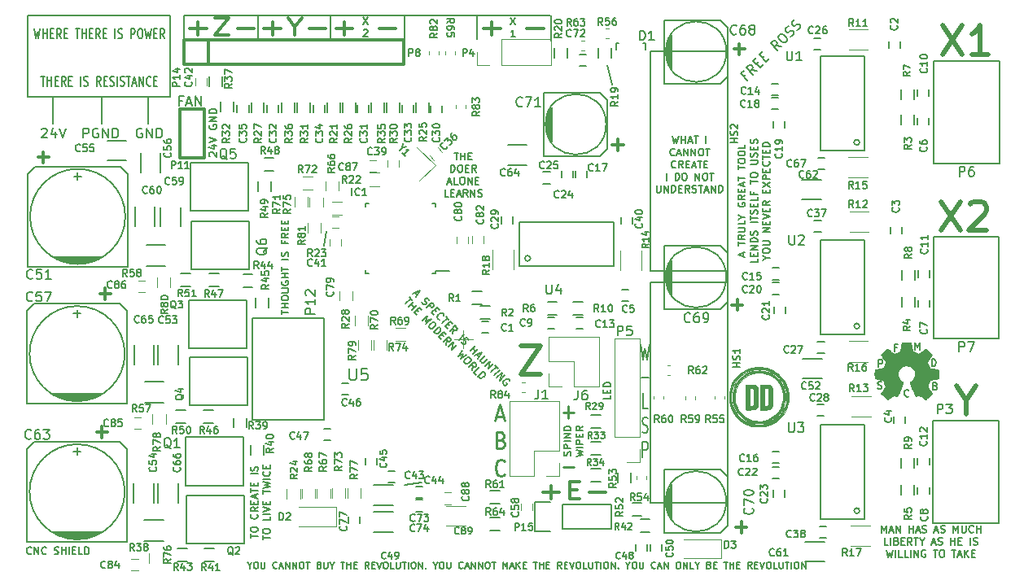
<source format=gto>
G04 #@! TF.GenerationSoftware,KiCad,Pcbnew,(5.1.0-0)*
G04 #@! TF.CreationDate,2019-11-06T16:52:03-05:00*
G04 #@! TF.ProjectId,GrBLDC,4772424c-4443-42e6-9b69-6361645f7063,rev?*
G04 #@! TF.SameCoordinates,PX5a7646cPY8128a60*
G04 #@! TF.FileFunction,Legend,Top*
G04 #@! TF.FilePolarity,Positive*
%FSLAX46Y46*%
G04 Gerber Fmt 4.6, Leading zero omitted, Abs format (unit mm)*
G04 Created by KiCad (PCBNEW (5.1.0-0)) date 2019-11-06 16:52:03*
%MOMM*%
%LPD*%
G04 APERTURE LIST*
%ADD10C,0.150000*%
%ADD11C,0.100000*%
%ADD12C,0.250000*%
%ADD13C,0.300000*%
%ADD14C,0.200000*%
%ADD15C,0.025400*%
%ADD16C,0.500000*%
%ADD17C,0.152400*%
%ADD18C,0.127000*%
%ADD19C,0.010000*%
%ADD20C,0.120000*%
%ADD21C,0.304800*%
%ADD22C,0.149860*%
G04 APERTURE END LIST*
D10*
X42164000Y10160000D02*
X40386000Y9906000D01*
X75580000Y33694286D02*
X75580000Y34051429D01*
X75794285Y33622858D02*
X75044285Y33872858D01*
X75794285Y34122858D01*
X75044285Y34837143D02*
X75044285Y35265715D01*
X75794285Y35051429D02*
X75044285Y35051429D01*
X75794285Y35944286D02*
X75437142Y35694286D01*
X75794285Y35515715D02*
X75044285Y35515715D01*
X75044285Y35801429D01*
X75080000Y35872858D01*
X75115714Y35908572D01*
X75187142Y35944286D01*
X75294285Y35944286D01*
X75365714Y35908572D01*
X75401428Y35872858D01*
X75437142Y35801429D01*
X75437142Y35515715D01*
X75044285Y36265715D02*
X75651428Y36265715D01*
X75722857Y36301429D01*
X75758571Y36337143D01*
X75794285Y36408572D01*
X75794285Y36551429D01*
X75758571Y36622858D01*
X75722857Y36658572D01*
X75651428Y36694286D01*
X75044285Y36694286D01*
X75794285Y37408572D02*
X75794285Y37051429D01*
X75044285Y37051429D01*
X75437142Y37801429D02*
X75794285Y37801429D01*
X75044285Y37551429D02*
X75437142Y37801429D01*
X75044285Y38051429D01*
X75080000Y39265715D02*
X75044285Y39194286D01*
X75044285Y39087143D01*
X75080000Y38980000D01*
X75151428Y38908572D01*
X75222857Y38872858D01*
X75365714Y38837143D01*
X75472857Y38837143D01*
X75615714Y38872858D01*
X75687142Y38908572D01*
X75758571Y38980000D01*
X75794285Y39087143D01*
X75794285Y39158572D01*
X75758571Y39265715D01*
X75722857Y39301429D01*
X75472857Y39301429D01*
X75472857Y39158572D01*
X75794285Y40051429D02*
X75437142Y39801429D01*
X75794285Y39622858D02*
X75044285Y39622858D01*
X75044285Y39908572D01*
X75080000Y39980000D01*
X75115714Y40015715D01*
X75187142Y40051429D01*
X75294285Y40051429D01*
X75365714Y40015715D01*
X75401428Y39980000D01*
X75437142Y39908572D01*
X75437142Y39622858D01*
X75401428Y40372858D02*
X75401428Y40622858D01*
X75794285Y40730000D02*
X75794285Y40372858D01*
X75044285Y40372858D01*
X75044285Y40730000D01*
X75580000Y41015715D02*
X75580000Y41372858D01*
X75794285Y40944286D02*
X75044285Y41194286D01*
X75794285Y41444286D01*
X75044285Y41587143D02*
X75044285Y42015715D01*
X75794285Y41801429D02*
X75044285Y41801429D01*
X75044285Y42730000D02*
X75044285Y43158572D01*
X75794285Y42944286D02*
X75044285Y42944286D01*
X75044285Y43551429D02*
X75044285Y43694286D01*
X75080000Y43765715D01*
X75151428Y43837143D01*
X75294285Y43872858D01*
X75544285Y43872858D01*
X75687142Y43837143D01*
X75758571Y43765715D01*
X75794285Y43694286D01*
X75794285Y43551429D01*
X75758571Y43480000D01*
X75687142Y43408572D01*
X75544285Y43372858D01*
X75294285Y43372858D01*
X75151428Y43408572D01*
X75080000Y43480000D01*
X75044285Y43551429D01*
X75044285Y44337143D02*
X75044285Y44480000D01*
X75080000Y44551429D01*
X75151428Y44622858D01*
X75294285Y44658572D01*
X75544285Y44658572D01*
X75687142Y44622858D01*
X75758571Y44551429D01*
X75794285Y44480000D01*
X75794285Y44337143D01*
X75758571Y44265715D01*
X75687142Y44194286D01*
X75544285Y44158572D01*
X75294285Y44158572D01*
X75151428Y44194286D01*
X75080000Y44265715D01*
X75044285Y44337143D01*
X75794285Y45337143D02*
X75794285Y44980000D01*
X75044285Y44980000D01*
X77069285Y33480000D02*
X77069285Y33122858D01*
X76319285Y33122858D01*
X76676428Y33730000D02*
X76676428Y33980000D01*
X77069285Y34087143D02*
X77069285Y33730000D01*
X76319285Y33730000D01*
X76319285Y34087143D01*
X77069285Y34408572D02*
X76319285Y34408572D01*
X77069285Y34837143D01*
X76319285Y34837143D01*
X77069285Y35194286D02*
X76319285Y35194286D01*
X76319285Y35372858D01*
X76355000Y35480000D01*
X76426428Y35551429D01*
X76497857Y35587143D01*
X76640714Y35622858D01*
X76747857Y35622858D01*
X76890714Y35587143D01*
X76962142Y35551429D01*
X77033571Y35480000D01*
X77069285Y35372858D01*
X77069285Y35194286D01*
X77033571Y35908572D02*
X77069285Y36015715D01*
X77069285Y36194286D01*
X77033571Y36265715D01*
X76997857Y36301429D01*
X76926428Y36337143D01*
X76855000Y36337143D01*
X76783571Y36301429D01*
X76747857Y36265715D01*
X76712142Y36194286D01*
X76676428Y36051429D01*
X76640714Y35980000D01*
X76605000Y35944286D01*
X76533571Y35908572D01*
X76462142Y35908572D01*
X76390714Y35944286D01*
X76355000Y35980000D01*
X76319285Y36051429D01*
X76319285Y36230000D01*
X76355000Y36337143D01*
X77069285Y37230000D02*
X76319285Y37230000D01*
X76319285Y37480000D02*
X76319285Y37908572D01*
X77069285Y37694286D02*
X76319285Y37694286D01*
X77033571Y38122858D02*
X77069285Y38230000D01*
X77069285Y38408572D01*
X77033571Y38480000D01*
X76997857Y38515715D01*
X76926428Y38551429D01*
X76855000Y38551429D01*
X76783571Y38515715D01*
X76747857Y38480000D01*
X76712142Y38408572D01*
X76676428Y38265715D01*
X76640714Y38194286D01*
X76605000Y38158572D01*
X76533571Y38122858D01*
X76462142Y38122858D01*
X76390714Y38158572D01*
X76355000Y38194286D01*
X76319285Y38265715D01*
X76319285Y38444286D01*
X76355000Y38551429D01*
X76676428Y38872858D02*
X76676428Y39122858D01*
X77069285Y39230000D02*
X77069285Y38872858D01*
X76319285Y38872858D01*
X76319285Y39230000D01*
X77069285Y39908572D02*
X77069285Y39551429D01*
X76319285Y39551429D01*
X76676428Y40408572D02*
X76676428Y40158572D01*
X77069285Y40158572D02*
X76319285Y40158572D01*
X76319285Y40515715D01*
X76319285Y41265715D02*
X76319285Y41694286D01*
X77069285Y41480000D02*
X76319285Y41480000D01*
X76319285Y42087143D02*
X76319285Y42230000D01*
X76355000Y42301429D01*
X76426428Y42372858D01*
X76569285Y42408572D01*
X76819285Y42408572D01*
X76962142Y42372858D01*
X77033571Y42301429D01*
X77069285Y42230000D01*
X77069285Y42087143D01*
X77033571Y42015715D01*
X76962142Y41944286D01*
X76819285Y41908572D01*
X76569285Y41908572D01*
X76426428Y41944286D01*
X76355000Y42015715D01*
X76319285Y42087143D01*
X76319285Y43301429D02*
X76926428Y43301429D01*
X76997857Y43337143D01*
X77033571Y43372858D01*
X77069285Y43444286D01*
X77069285Y43587143D01*
X77033571Y43658572D01*
X76997857Y43694286D01*
X76926428Y43730000D01*
X76319285Y43730000D01*
X77033571Y44051429D02*
X77069285Y44158572D01*
X77069285Y44337143D01*
X77033571Y44408572D01*
X76997857Y44444286D01*
X76926428Y44480000D01*
X76855000Y44480000D01*
X76783571Y44444286D01*
X76747857Y44408572D01*
X76712142Y44337143D01*
X76676428Y44194286D01*
X76640714Y44122858D01*
X76605000Y44087143D01*
X76533571Y44051429D01*
X76462142Y44051429D01*
X76390714Y44087143D01*
X76355000Y44122858D01*
X76319285Y44194286D01*
X76319285Y44372858D01*
X76355000Y44480000D01*
X76676428Y44801429D02*
X76676428Y45051429D01*
X77069285Y45158572D02*
X77069285Y44801429D01*
X76319285Y44801429D01*
X76319285Y45158572D01*
X77033571Y45444286D02*
X77069285Y45551429D01*
X77069285Y45730000D01*
X77033571Y45801429D01*
X76997857Y45837143D01*
X76926428Y45872858D01*
X76855000Y45872858D01*
X76783571Y45837143D01*
X76747857Y45801429D01*
X76712142Y45730000D01*
X76676428Y45587143D01*
X76640714Y45515715D01*
X76605000Y45480000D01*
X76533571Y45444286D01*
X76462142Y45444286D01*
X76390714Y45480000D01*
X76355000Y45515715D01*
X76319285Y45587143D01*
X76319285Y45765715D01*
X76355000Y45872858D01*
X77987142Y33569286D02*
X78344285Y33569286D01*
X77594285Y33319286D02*
X77987142Y33569286D01*
X77594285Y33819286D01*
X77594285Y34212143D02*
X77594285Y34355000D01*
X77630000Y34426429D01*
X77701428Y34497858D01*
X77844285Y34533572D01*
X78094285Y34533572D01*
X78237142Y34497858D01*
X78308571Y34426429D01*
X78344285Y34355000D01*
X78344285Y34212143D01*
X78308571Y34140715D01*
X78237142Y34069286D01*
X78094285Y34033572D01*
X77844285Y34033572D01*
X77701428Y34069286D01*
X77630000Y34140715D01*
X77594285Y34212143D01*
X77594285Y34855000D02*
X78201428Y34855000D01*
X78272857Y34890715D01*
X78308571Y34926429D01*
X78344285Y34997858D01*
X78344285Y35140715D01*
X78308571Y35212143D01*
X78272857Y35247858D01*
X78201428Y35283572D01*
X77594285Y35283572D01*
X78344285Y36212143D02*
X77594285Y36212143D01*
X78344285Y36640715D01*
X77594285Y36640715D01*
X77951428Y36997858D02*
X77951428Y37247858D01*
X78344285Y37355000D02*
X78344285Y36997858D01*
X77594285Y36997858D01*
X77594285Y37355000D01*
X77594285Y37569286D02*
X78344285Y37819286D01*
X77594285Y38069286D01*
X77951428Y38319286D02*
X77951428Y38569286D01*
X78344285Y38676429D02*
X78344285Y38319286D01*
X77594285Y38319286D01*
X77594285Y38676429D01*
X78344285Y39426429D02*
X77987142Y39176429D01*
X78344285Y38997858D02*
X77594285Y38997858D01*
X77594285Y39283572D01*
X77630000Y39355000D01*
X77665714Y39390715D01*
X77737142Y39426429D01*
X77844285Y39426429D01*
X77915714Y39390715D01*
X77951428Y39355000D01*
X77987142Y39283572D01*
X77987142Y38997858D01*
X77951428Y40319286D02*
X77951428Y40569286D01*
X78344285Y40676429D02*
X78344285Y40319286D01*
X77594285Y40319286D01*
X77594285Y40676429D01*
X77594285Y40926429D02*
X78344285Y41426429D01*
X77594285Y41426429D02*
X78344285Y40926429D01*
X78344285Y41712143D02*
X77594285Y41712143D01*
X77594285Y41997858D01*
X77630000Y42069286D01*
X77665714Y42105000D01*
X77737142Y42140715D01*
X77844285Y42140715D01*
X77915714Y42105000D01*
X77951428Y42069286D01*
X77987142Y41997858D01*
X77987142Y41712143D01*
X77951428Y42462143D02*
X77951428Y42712143D01*
X78344285Y42819286D02*
X78344285Y42462143D01*
X77594285Y42462143D01*
X77594285Y42819286D01*
X78272857Y43569286D02*
X78308571Y43533572D01*
X78344285Y43426429D01*
X78344285Y43355000D01*
X78308571Y43247858D01*
X78237142Y43176429D01*
X78165714Y43140715D01*
X78022857Y43105000D01*
X77915714Y43105000D01*
X77772857Y43140715D01*
X77701428Y43176429D01*
X77630000Y43247858D01*
X77594285Y43355000D01*
X77594285Y43426429D01*
X77630000Y43533572D01*
X77665714Y43569286D01*
X77594285Y43783572D02*
X77594285Y44212143D01*
X78344285Y43997858D02*
X77594285Y43997858D01*
X77951428Y44462143D02*
X77951428Y44712143D01*
X78344285Y44819286D02*
X78344285Y44462143D01*
X77594285Y44462143D01*
X77594285Y44819286D01*
X78344285Y45140715D02*
X77594285Y45140715D01*
X77594285Y45319286D01*
X77630000Y45426429D01*
X77701428Y45497858D01*
X77772857Y45533572D01*
X77915714Y45569286D01*
X78022857Y45569286D01*
X78165714Y45533572D01*
X78237142Y45497858D01*
X78308571Y45426429D01*
X78344285Y45319286D01*
X78344285Y45140715D01*
D11*
X45547619Y25081429D02*
X47452380Y25081429D01*
X46500000Y24129048D02*
X46500000Y26033810D01*
D10*
X32004000Y34798000D02*
X32258000Y36322000D01*
X75876439Y52609455D02*
X75640736Y52373753D01*
X76011126Y52003363D02*
X75304019Y52710470D01*
X75640736Y53047188D01*
X77021278Y53013516D02*
X76448859Y53114531D01*
X76617217Y52609455D02*
X75910111Y53316562D01*
X76179485Y53585936D01*
X76280500Y53619608D01*
X76347843Y53619608D01*
X76448859Y53585936D01*
X76549874Y53484921D01*
X76583546Y53383905D01*
X76583546Y53316562D01*
X76549874Y53215547D01*
X76280500Y52946173D01*
X76953935Y53686951D02*
X77189637Y53922653D01*
X77661042Y53653279D02*
X77324324Y53316562D01*
X76617217Y54023669D01*
X76953935Y54360386D01*
X77593698Y54326714D02*
X77829400Y54562417D01*
X78300805Y54293043D02*
X77964087Y53956325D01*
X77256981Y54663432D01*
X77593698Y55000149D01*
X79546660Y55538897D02*
X78974240Y55639913D01*
X79142599Y55134836D02*
X78435492Y55841943D01*
X78704866Y56111317D01*
X78805881Y56144989D01*
X78873225Y56144989D01*
X78974240Y56111317D01*
X79075255Y56010302D01*
X79108927Y55909287D01*
X79108927Y55841943D01*
X79075255Y55740928D01*
X78805881Y55471554D01*
X79277286Y56683737D02*
X79411973Y56818424D01*
X79512988Y56852096D01*
X79647675Y56852096D01*
X79816034Y56751080D01*
X80051736Y56515378D01*
X80152751Y56347019D01*
X80152751Y56212332D01*
X80119079Y56111317D01*
X79984392Y55976630D01*
X79883377Y55942958D01*
X79748690Y55942958D01*
X79580331Y56043974D01*
X79344629Y56279676D01*
X79243614Y56448035D01*
X79243614Y56582722D01*
X79277286Y56683737D01*
X80523140Y56582722D02*
X80657827Y56650065D01*
X80826186Y56818424D01*
X80859858Y56919439D01*
X80859858Y56986783D01*
X80826186Y57087798D01*
X80758843Y57155141D01*
X80657827Y57188813D01*
X80590484Y57188813D01*
X80489469Y57155141D01*
X80321110Y57054126D01*
X80220095Y57020454D01*
X80152751Y57020454D01*
X80051736Y57054126D01*
X79984392Y57121470D01*
X79950721Y57222485D01*
X79950721Y57289828D01*
X79984392Y57390844D01*
X80152751Y57559202D01*
X80287438Y57626546D01*
X81196575Y57256157D02*
X81331263Y57323500D01*
X81499621Y57491859D01*
X81533293Y57592874D01*
X81533293Y57660218D01*
X81499621Y57761233D01*
X81432278Y57828576D01*
X81331263Y57862248D01*
X81263919Y57862248D01*
X81162904Y57828576D01*
X80994545Y57727561D01*
X80893530Y57693889D01*
X80826186Y57693889D01*
X80725171Y57727561D01*
X80657827Y57794905D01*
X80624156Y57895920D01*
X80624156Y57963264D01*
X80657827Y58064279D01*
X80826186Y58232638D01*
X80960873Y58299981D01*
X27549285Y27681429D02*
X27549285Y28110000D01*
X28299285Y27895715D02*
X27549285Y27895715D01*
X28299285Y28360000D02*
X27549285Y28360000D01*
X27906428Y28360000D02*
X27906428Y28788572D01*
X28299285Y28788572D02*
X27549285Y28788572D01*
X27549285Y29288572D02*
X27549285Y29431429D01*
X27585000Y29502858D01*
X27656428Y29574286D01*
X27799285Y29610000D01*
X28049285Y29610000D01*
X28192142Y29574286D01*
X28263571Y29502858D01*
X28299285Y29431429D01*
X28299285Y29288572D01*
X28263571Y29217143D01*
X28192142Y29145715D01*
X28049285Y29110000D01*
X27799285Y29110000D01*
X27656428Y29145715D01*
X27585000Y29217143D01*
X27549285Y29288572D01*
X27549285Y29931429D02*
X28156428Y29931429D01*
X28227857Y29967143D01*
X28263571Y30002858D01*
X28299285Y30074286D01*
X28299285Y30217143D01*
X28263571Y30288572D01*
X28227857Y30324286D01*
X28156428Y30360000D01*
X27549285Y30360000D01*
X27585000Y31110000D02*
X27549285Y31038572D01*
X27549285Y30931429D01*
X27585000Y30824286D01*
X27656428Y30752858D01*
X27727857Y30717143D01*
X27870714Y30681429D01*
X27977857Y30681429D01*
X28120714Y30717143D01*
X28192142Y30752858D01*
X28263571Y30824286D01*
X28299285Y30931429D01*
X28299285Y31002858D01*
X28263571Y31110000D01*
X28227857Y31145715D01*
X27977857Y31145715D01*
X27977857Y31002858D01*
X28299285Y31467143D02*
X27549285Y31467143D01*
X27906428Y31467143D02*
X27906428Y31895715D01*
X28299285Y31895715D02*
X27549285Y31895715D01*
X27549285Y32145715D02*
X27549285Y32574286D01*
X28299285Y32360000D02*
X27549285Y32360000D01*
X28299285Y33395715D02*
X27549285Y33395715D01*
X28263571Y33717143D02*
X28299285Y33824286D01*
X28299285Y34002858D01*
X28263571Y34074286D01*
X28227857Y34110000D01*
X28156428Y34145715D01*
X28085000Y34145715D01*
X28013571Y34110000D01*
X27977857Y34074286D01*
X27942142Y34002858D01*
X27906428Y33860000D01*
X27870714Y33788572D01*
X27835000Y33752858D01*
X27763571Y33717143D01*
X27692142Y33717143D01*
X27620714Y33752858D01*
X27585000Y33788572D01*
X27549285Y33860000D01*
X27549285Y34038572D01*
X27585000Y34145715D01*
X27906428Y35288572D02*
X27906428Y35038572D01*
X28299285Y35038572D02*
X27549285Y35038572D01*
X27549285Y35395715D01*
X28299285Y36110000D02*
X27942142Y35860000D01*
X28299285Y35681429D02*
X27549285Y35681429D01*
X27549285Y35967143D01*
X27585000Y36038572D01*
X27620714Y36074286D01*
X27692142Y36110000D01*
X27799285Y36110000D01*
X27870714Y36074286D01*
X27906428Y36038572D01*
X27942142Y35967143D01*
X27942142Y35681429D01*
X27906428Y36431429D02*
X27906428Y36681429D01*
X28299285Y36788572D02*
X28299285Y36431429D01*
X27549285Y36431429D01*
X27549285Y36788572D01*
X27906428Y37110000D02*
X27906428Y37360000D01*
X28299285Y37467143D02*
X28299285Y37110000D01*
X27549285Y37110000D01*
X27549285Y37467143D01*
X89969285Y4935715D02*
X89969285Y5685715D01*
X90219285Y5150000D01*
X90469285Y5685715D01*
X90469285Y4935715D01*
X90790714Y5150000D02*
X91147857Y5150000D01*
X90719285Y4935715D02*
X90969285Y5685715D01*
X91219285Y4935715D01*
X91469285Y4935715D02*
X91469285Y5685715D01*
X91897857Y4935715D01*
X91897857Y5685715D01*
X92826428Y4935715D02*
X92826428Y5685715D01*
X92826428Y5328572D02*
X93255000Y5328572D01*
X93255000Y4935715D02*
X93255000Y5685715D01*
X93576428Y5150000D02*
X93933571Y5150000D01*
X93505000Y4935715D02*
X93755000Y5685715D01*
X94005000Y4935715D01*
X94219285Y4971429D02*
X94326428Y4935715D01*
X94505000Y4935715D01*
X94576428Y4971429D01*
X94612142Y5007143D01*
X94647857Y5078572D01*
X94647857Y5150000D01*
X94612142Y5221429D01*
X94576428Y5257143D01*
X94505000Y5292858D01*
X94362142Y5328572D01*
X94290714Y5364286D01*
X94255000Y5400000D01*
X94219285Y5471429D01*
X94219285Y5542858D01*
X94255000Y5614286D01*
X94290714Y5650000D01*
X94362142Y5685715D01*
X94540714Y5685715D01*
X94647857Y5650000D01*
X95505000Y5150000D02*
X95862142Y5150000D01*
X95433571Y4935715D02*
X95683571Y5685715D01*
X95933571Y4935715D01*
X96147857Y4971429D02*
X96255000Y4935715D01*
X96433571Y4935715D01*
X96505000Y4971429D01*
X96540714Y5007143D01*
X96576428Y5078572D01*
X96576428Y5150000D01*
X96540714Y5221429D01*
X96505000Y5257143D01*
X96433571Y5292858D01*
X96290714Y5328572D01*
X96219285Y5364286D01*
X96183571Y5400000D01*
X96147857Y5471429D01*
X96147857Y5542858D01*
X96183571Y5614286D01*
X96219285Y5650000D01*
X96290714Y5685715D01*
X96469285Y5685715D01*
X96576428Y5650000D01*
X97469285Y4935715D02*
X97469285Y5685715D01*
X97719285Y5150000D01*
X97969285Y5685715D01*
X97969285Y4935715D01*
X98326428Y5685715D02*
X98326428Y5078572D01*
X98362142Y5007143D01*
X98397857Y4971429D01*
X98469285Y4935715D01*
X98612142Y4935715D01*
X98683571Y4971429D01*
X98719285Y5007143D01*
X98755000Y5078572D01*
X98755000Y5685715D01*
X99540714Y5007143D02*
X99505000Y4971429D01*
X99397857Y4935715D01*
X99326428Y4935715D01*
X99219285Y4971429D01*
X99147857Y5042858D01*
X99112142Y5114286D01*
X99076428Y5257143D01*
X99076428Y5364286D01*
X99112142Y5507143D01*
X99147857Y5578572D01*
X99219285Y5650000D01*
X99326428Y5685715D01*
X99397857Y5685715D01*
X99505000Y5650000D01*
X99540714Y5614286D01*
X99862142Y4935715D02*
X99862142Y5685715D01*
X99862142Y5328572D02*
X100290714Y5328572D01*
X100290714Y4935715D02*
X100290714Y5685715D01*
X90683571Y3660715D02*
X90326428Y3660715D01*
X90326428Y4410715D01*
X90933571Y3660715D02*
X90933571Y4410715D01*
X91540714Y4053572D02*
X91647857Y4017858D01*
X91683571Y3982143D01*
X91719285Y3910715D01*
X91719285Y3803572D01*
X91683571Y3732143D01*
X91647857Y3696429D01*
X91576428Y3660715D01*
X91290714Y3660715D01*
X91290714Y4410715D01*
X91540714Y4410715D01*
X91612142Y4375000D01*
X91647857Y4339286D01*
X91683571Y4267858D01*
X91683571Y4196429D01*
X91647857Y4125000D01*
X91612142Y4089286D01*
X91540714Y4053572D01*
X91290714Y4053572D01*
X92040714Y4053572D02*
X92290714Y4053572D01*
X92397857Y3660715D02*
X92040714Y3660715D01*
X92040714Y4410715D01*
X92397857Y4410715D01*
X93147857Y3660715D02*
X92897857Y4017858D01*
X92719285Y3660715D02*
X92719285Y4410715D01*
X93005000Y4410715D01*
X93076428Y4375000D01*
X93112142Y4339286D01*
X93147857Y4267858D01*
X93147857Y4160715D01*
X93112142Y4089286D01*
X93076428Y4053572D01*
X93005000Y4017858D01*
X92719285Y4017858D01*
X93362142Y4410715D02*
X93790714Y4410715D01*
X93576428Y3660715D02*
X93576428Y4410715D01*
X94183571Y4017858D02*
X94183571Y3660715D01*
X93933571Y4410715D02*
X94183571Y4017858D01*
X94433571Y4410715D01*
X95219285Y3875000D02*
X95576428Y3875000D01*
X95147857Y3660715D02*
X95397857Y4410715D01*
X95647857Y3660715D01*
X95862142Y3696429D02*
X95969285Y3660715D01*
X96147857Y3660715D01*
X96219285Y3696429D01*
X96255000Y3732143D01*
X96290714Y3803572D01*
X96290714Y3875000D01*
X96255000Y3946429D01*
X96219285Y3982143D01*
X96147857Y4017858D01*
X96005000Y4053572D01*
X95933571Y4089286D01*
X95897857Y4125000D01*
X95862142Y4196429D01*
X95862142Y4267858D01*
X95897857Y4339286D01*
X95933571Y4375000D01*
X96005000Y4410715D01*
X96183571Y4410715D01*
X96290714Y4375000D01*
X97183571Y3660715D02*
X97183571Y4410715D01*
X97183571Y4053572D02*
X97612142Y4053572D01*
X97612142Y3660715D02*
X97612142Y4410715D01*
X97969285Y4053572D02*
X98219285Y4053572D01*
X98326428Y3660715D02*
X97969285Y3660715D01*
X97969285Y4410715D01*
X98326428Y4410715D01*
X99219285Y3660715D02*
X99219285Y4410715D01*
X99540714Y3696429D02*
X99647857Y3660715D01*
X99826428Y3660715D01*
X99897857Y3696429D01*
X99933571Y3732143D01*
X99969285Y3803572D01*
X99969285Y3875000D01*
X99933571Y3946429D01*
X99897857Y3982143D01*
X99826428Y4017858D01*
X99683571Y4053572D01*
X99612142Y4089286D01*
X99576428Y4125000D01*
X99540714Y4196429D01*
X99540714Y4267858D01*
X99576428Y4339286D01*
X99612142Y4375000D01*
X99683571Y4410715D01*
X99862142Y4410715D01*
X99969285Y4375000D01*
X90505000Y3135715D02*
X90683571Y2385715D01*
X90826428Y2921429D01*
X90969285Y2385715D01*
X91147857Y3135715D01*
X91433571Y2385715D02*
X91433571Y3135715D01*
X92147857Y2385715D02*
X91790714Y2385715D01*
X91790714Y3135715D01*
X92755000Y2385715D02*
X92397857Y2385715D01*
X92397857Y3135715D01*
X93005000Y2385715D02*
X93005000Y3135715D01*
X93362142Y2385715D02*
X93362142Y3135715D01*
X93790714Y2385715D01*
X93790714Y3135715D01*
X94540714Y3100000D02*
X94469285Y3135715D01*
X94362142Y3135715D01*
X94255000Y3100000D01*
X94183571Y3028572D01*
X94147857Y2957143D01*
X94112142Y2814286D01*
X94112142Y2707143D01*
X94147857Y2564286D01*
X94183571Y2492858D01*
X94255000Y2421429D01*
X94362142Y2385715D01*
X94433571Y2385715D01*
X94540714Y2421429D01*
X94576428Y2457143D01*
X94576428Y2707143D01*
X94433571Y2707143D01*
X95362142Y3135715D02*
X95790714Y3135715D01*
X95576428Y2385715D02*
X95576428Y3135715D01*
X96183571Y3135715D02*
X96326428Y3135715D01*
X96397857Y3100000D01*
X96469285Y3028572D01*
X96505000Y2885715D01*
X96505000Y2635715D01*
X96469285Y2492858D01*
X96397857Y2421429D01*
X96326428Y2385715D01*
X96183571Y2385715D01*
X96112142Y2421429D01*
X96040714Y2492858D01*
X96005000Y2635715D01*
X96005000Y2885715D01*
X96040714Y3028572D01*
X96112142Y3100000D01*
X96183571Y3135715D01*
X97290714Y3135715D02*
X97719285Y3135715D01*
X97505000Y2385715D02*
X97505000Y3135715D01*
X97933571Y2600000D02*
X98290714Y2600000D01*
X97862142Y2385715D02*
X98112142Y3135715D01*
X98362142Y2385715D01*
X98612142Y2385715D02*
X98612142Y3135715D01*
X99040714Y2385715D02*
X98719285Y2814286D01*
X99040714Y3135715D02*
X98612142Y2707143D01*
X99362142Y2778572D02*
X99612142Y2778572D01*
X99719285Y2385715D02*
X99362142Y2385715D01*
X99362142Y3135715D01*
X99719285Y3135715D01*
X41426350Y29910435D02*
X41678888Y29657897D01*
X41224320Y29809420D02*
X41931427Y30162973D01*
X41577873Y29455866D01*
X42158711Y28925536D02*
X42209219Y28824521D01*
X42335488Y28698252D01*
X42411249Y28672998D01*
X42461757Y28672998D01*
X42537518Y28698252D01*
X42588026Y28748760D01*
X42613280Y28824521D01*
X42613280Y28875029D01*
X42588026Y28950790D01*
X42512264Y29077059D01*
X42487010Y29152821D01*
X42487010Y29203328D01*
X42512264Y29279090D01*
X42562772Y29329597D01*
X42638533Y29354851D01*
X42689041Y29354851D01*
X42764802Y29329597D01*
X42891072Y29203328D01*
X42941579Y29102313D01*
X42663787Y28369952D02*
X43194117Y28900282D01*
X43396148Y28698252D01*
X43421402Y28622490D01*
X43421402Y28571983D01*
X43396148Y28496221D01*
X43320386Y28420460D01*
X43244625Y28395206D01*
X43194117Y28395206D01*
X43118356Y28420460D01*
X42916325Y28622490D01*
X43471909Y28117414D02*
X43648686Y27940638D01*
X43446655Y27587084D02*
X43194117Y27839622D01*
X43724447Y28369952D01*
X43976985Y28117414D01*
X44027493Y27107262D02*
X43976985Y27107262D01*
X43875970Y27157769D01*
X43825463Y27208277D01*
X43774955Y27309292D01*
X43774955Y27410307D01*
X43800209Y27486069D01*
X43875970Y27612338D01*
X43951732Y27688099D01*
X44078001Y27763861D01*
X44153762Y27789115D01*
X44254777Y27789115D01*
X44355793Y27738607D01*
X44406300Y27688099D01*
X44456808Y27587084D01*
X44456808Y27536577D01*
X44658838Y27435561D02*
X44961884Y27132515D01*
X44280031Y26753708D02*
X44810361Y27284038D01*
X44886123Y26703201D02*
X45062899Y26526424D01*
X44860869Y26172871D02*
X44608331Y26425409D01*
X45138661Y26955739D01*
X45391199Y26703201D01*
X45391199Y25642540D02*
X45466960Y26071855D01*
X45088153Y25945586D02*
X45618483Y26475916D01*
X45820514Y26273886D01*
X45845768Y26198124D01*
X45845768Y26147617D01*
X45820514Y26071855D01*
X45744752Y25996094D01*
X45668991Y25970840D01*
X45618483Y25970840D01*
X45542722Y25996094D01*
X45340691Y26198124D01*
X46022544Y25011195D02*
X46552874Y25541525D01*
X46275083Y24809165D02*
X46325590Y24708149D01*
X46451859Y24581880D01*
X46527621Y24556627D01*
X46578128Y24556627D01*
X46653890Y24581880D01*
X46704397Y24632388D01*
X46729651Y24708149D01*
X46729651Y24758657D01*
X46704397Y24834418D01*
X46628636Y24960688D01*
X46603382Y25036449D01*
X46603382Y25086957D01*
X46628636Y25162718D01*
X46679144Y25213226D01*
X46754905Y25238479D01*
X46805413Y25238479D01*
X46881174Y25213226D01*
X47007443Y25086957D01*
X47057951Y24985941D01*
X47184220Y23849520D02*
X47714550Y24379850D01*
X47462012Y24127312D02*
X47765058Y23824266D01*
X47487266Y23546474D02*
X48017596Y24076804D01*
X47866073Y23470713D02*
X48118611Y23218174D01*
X47664042Y23369697D02*
X48371149Y23723251D01*
X48017596Y23016144D01*
X48724702Y23369697D02*
X48295388Y22940382D01*
X48270134Y22864621D01*
X48270134Y22814113D01*
X48295388Y22738352D01*
X48396403Y22637337D01*
X48472164Y22612083D01*
X48522672Y22612083D01*
X48598433Y22637337D01*
X49027748Y23066651D01*
X48749956Y22283783D02*
X49280286Y22814113D01*
X49053002Y21980738D01*
X49583332Y22511068D01*
X49760109Y22334291D02*
X50063155Y22031245D01*
X49381302Y21652438D02*
X49911632Y22182768D01*
X49709601Y21324138D02*
X50239931Y21854468D01*
X49962139Y21071600D02*
X50492469Y21601930D01*
X50265185Y20768554D01*
X50795515Y21298885D01*
X51300591Y20743301D02*
X51275338Y20819062D01*
X51199576Y20894824D01*
X51098561Y20945331D01*
X50997546Y20945331D01*
X50921784Y20920077D01*
X50795515Y20844316D01*
X50719754Y20768554D01*
X50643992Y20642285D01*
X50618738Y20566524D01*
X50618738Y20465509D01*
X50669246Y20364493D01*
X50719754Y20313986D01*
X50820769Y20263478D01*
X50871277Y20263478D01*
X51048053Y20440255D01*
X50947038Y20541270D01*
X40853089Y29438189D02*
X41156135Y29135143D01*
X40474282Y28756336D02*
X41004612Y29286666D01*
X40802581Y28428036D02*
X41332911Y28958366D01*
X41080373Y28705828D02*
X41383419Y28402782D01*
X41105627Y28124991D02*
X41635957Y28655321D01*
X41635957Y28150244D02*
X41812734Y27973468D01*
X41610703Y27619914D02*
X41358165Y27872452D01*
X41888495Y28402782D01*
X42141033Y28150244D01*
X42242049Y26988569D02*
X42772379Y27518899D01*
X42570348Y26963315D01*
X43125932Y27165346D01*
X42595602Y26635016D01*
X43479486Y26811792D02*
X43580501Y26710777D01*
X43605755Y26635016D01*
X43605755Y26534000D01*
X43529993Y26407731D01*
X43353216Y26230954D01*
X43226947Y26155193D01*
X43125932Y26155193D01*
X43050171Y26180447D01*
X42949155Y26281462D01*
X42923902Y26357224D01*
X42923902Y26458239D01*
X42999663Y26584508D01*
X43176440Y26761285D01*
X43302709Y26837046D01*
X43403724Y26837046D01*
X43479486Y26811792D01*
X43403724Y25826893D02*
X43934054Y26357224D01*
X44060323Y26230954D01*
X44110831Y26129939D01*
X44110831Y26028924D01*
X44085577Y25953163D01*
X44009816Y25826893D01*
X43934054Y25751132D01*
X43807785Y25675371D01*
X43732024Y25650117D01*
X43631008Y25650117D01*
X43529993Y25700624D01*
X43403724Y25826893D01*
X44211846Y25574355D02*
X44388623Y25397579D01*
X44186592Y25044025D02*
X43934054Y25296563D01*
X44464384Y25826893D01*
X44716922Y25574355D01*
X44716922Y24513695D02*
X44792684Y24943010D01*
X44413877Y24816741D02*
X44944207Y25347071D01*
X45146237Y25145041D01*
X45171491Y25069279D01*
X45171491Y25018771D01*
X45146237Y24943010D01*
X45070476Y24867249D01*
X44994714Y24841995D01*
X44944207Y24841995D01*
X44868445Y24867249D01*
X44666415Y25069279D01*
X44944207Y24286411D02*
X45474537Y24816741D01*
X45247252Y23983365D01*
X45777583Y24513695D01*
X46383674Y23907604D02*
X45979613Y23251004D01*
X46459436Y23528796D01*
X46181644Y23048974D01*
X46838243Y23453035D01*
X47141288Y23149989D02*
X47242304Y23048974D01*
X47267558Y22973213D01*
X47267558Y22872197D01*
X47191796Y22745928D01*
X47015019Y22569152D01*
X46888750Y22493390D01*
X46787735Y22493390D01*
X46711974Y22518644D01*
X46610958Y22619659D01*
X46585705Y22695421D01*
X46585705Y22796436D01*
X46661466Y22922705D01*
X46838243Y23099482D01*
X46964512Y23175243D01*
X47065527Y23175243D01*
X47141288Y23149989D01*
X47368573Y21862045D02*
X47444334Y22291360D01*
X47065527Y22165090D02*
X47595857Y22695421D01*
X47797888Y22493390D01*
X47823141Y22417629D01*
X47823141Y22367121D01*
X47797888Y22291360D01*
X47722126Y22215598D01*
X47646365Y22190344D01*
X47595857Y22190344D01*
X47520096Y22215598D01*
X47318065Y22417629D01*
X47848395Y21382222D02*
X47595857Y21634760D01*
X48126187Y22165090D01*
X48025172Y21205446D02*
X48555502Y21735776D01*
X48681771Y21609507D01*
X48732279Y21508491D01*
X48732279Y21407476D01*
X48707025Y21331715D01*
X48631263Y21205446D01*
X48555502Y21129684D01*
X48429233Y21053923D01*
X48353472Y21028669D01*
X48252456Y21028669D01*
X48151441Y21079177D01*
X48025172Y21205446D01*
X24236000Y1540667D02*
X24236000Y1207334D01*
X24002666Y1907334D02*
X24236000Y1540667D01*
X24469333Y1907334D01*
X24836000Y1907334D02*
X24969333Y1907334D01*
X25036000Y1874000D01*
X25102666Y1807334D01*
X25136000Y1674000D01*
X25136000Y1440667D01*
X25102666Y1307334D01*
X25036000Y1240667D01*
X24969333Y1207334D01*
X24836000Y1207334D01*
X24769333Y1240667D01*
X24702666Y1307334D01*
X24669333Y1440667D01*
X24669333Y1674000D01*
X24702666Y1807334D01*
X24769333Y1874000D01*
X24836000Y1907334D01*
X25436000Y1907334D02*
X25436000Y1340667D01*
X25469333Y1274000D01*
X25502666Y1240667D01*
X25569333Y1207334D01*
X25702666Y1207334D01*
X25769333Y1240667D01*
X25802666Y1274000D01*
X25836000Y1340667D01*
X25836000Y1907334D01*
X27102666Y1274000D02*
X27069333Y1240667D01*
X26969333Y1207334D01*
X26902666Y1207334D01*
X26802666Y1240667D01*
X26736000Y1307334D01*
X26702666Y1374000D01*
X26669333Y1507334D01*
X26669333Y1607334D01*
X26702666Y1740667D01*
X26736000Y1807334D01*
X26802666Y1874000D01*
X26902666Y1907334D01*
X26969333Y1907334D01*
X27069333Y1874000D01*
X27102666Y1840667D01*
X27369333Y1407334D02*
X27702666Y1407334D01*
X27302666Y1207334D02*
X27536000Y1907334D01*
X27769333Y1207334D01*
X28002666Y1207334D02*
X28002666Y1907334D01*
X28402666Y1207334D01*
X28402666Y1907334D01*
X28736000Y1207334D02*
X28736000Y1907334D01*
X29136000Y1207334D01*
X29136000Y1907334D01*
X29602666Y1907334D02*
X29736000Y1907334D01*
X29802666Y1874000D01*
X29869333Y1807334D01*
X29902666Y1674000D01*
X29902666Y1440667D01*
X29869333Y1307334D01*
X29802666Y1240667D01*
X29736000Y1207334D01*
X29602666Y1207334D01*
X29536000Y1240667D01*
X29469333Y1307334D01*
X29436000Y1440667D01*
X29436000Y1674000D01*
X29469333Y1807334D01*
X29536000Y1874000D01*
X29602666Y1907334D01*
X30102666Y1907334D02*
X30502666Y1907334D01*
X30302666Y1207334D02*
X30302666Y1907334D01*
X31502666Y1574000D02*
X31602666Y1540667D01*
X31636000Y1507334D01*
X31669333Y1440667D01*
X31669333Y1340667D01*
X31636000Y1274000D01*
X31602666Y1240667D01*
X31536000Y1207334D01*
X31269333Y1207334D01*
X31269333Y1907334D01*
X31502666Y1907334D01*
X31569333Y1874000D01*
X31602666Y1840667D01*
X31636000Y1774000D01*
X31636000Y1707334D01*
X31602666Y1640667D01*
X31569333Y1607334D01*
X31502666Y1574000D01*
X31269333Y1574000D01*
X31969333Y1907334D02*
X31969333Y1340667D01*
X32002666Y1274000D01*
X32036000Y1240667D01*
X32102666Y1207334D01*
X32236000Y1207334D01*
X32302666Y1240667D01*
X32336000Y1274000D01*
X32369333Y1340667D01*
X32369333Y1907334D01*
X32836000Y1540667D02*
X32836000Y1207334D01*
X32602666Y1907334D02*
X32836000Y1540667D01*
X33069333Y1907334D01*
X33736000Y1907334D02*
X34136000Y1907334D01*
X33936000Y1207334D02*
X33936000Y1907334D01*
X34369333Y1207334D02*
X34369333Y1907334D01*
X34369333Y1574000D02*
X34769333Y1574000D01*
X34769333Y1207334D02*
X34769333Y1907334D01*
X35102666Y1574000D02*
X35336000Y1574000D01*
X35436000Y1207334D02*
X35102666Y1207334D01*
X35102666Y1907334D01*
X35436000Y1907334D01*
X36669333Y1207334D02*
X36436000Y1540667D01*
X36269333Y1207334D02*
X36269333Y1907334D01*
X36536000Y1907334D01*
X36602666Y1874000D01*
X36636000Y1840667D01*
X36669333Y1774000D01*
X36669333Y1674000D01*
X36636000Y1607334D01*
X36602666Y1574000D01*
X36536000Y1540667D01*
X36269333Y1540667D01*
X36969333Y1574000D02*
X37202666Y1574000D01*
X37302666Y1207334D02*
X36969333Y1207334D01*
X36969333Y1907334D01*
X37302666Y1907334D01*
X37502666Y1907334D02*
X37736000Y1207334D01*
X37969333Y1907334D01*
X38336000Y1907334D02*
X38469333Y1907334D01*
X38536000Y1874000D01*
X38602666Y1807334D01*
X38636000Y1674000D01*
X38636000Y1440667D01*
X38602666Y1307334D01*
X38536000Y1240667D01*
X38469333Y1207334D01*
X38336000Y1207334D01*
X38269333Y1240667D01*
X38202666Y1307334D01*
X38169333Y1440667D01*
X38169333Y1674000D01*
X38202666Y1807334D01*
X38269333Y1874000D01*
X38336000Y1907334D01*
X39269333Y1207334D02*
X38936000Y1207334D01*
X38936000Y1907334D01*
X39502666Y1907334D02*
X39502666Y1340667D01*
X39536000Y1274000D01*
X39569333Y1240667D01*
X39636000Y1207334D01*
X39769333Y1207334D01*
X39836000Y1240667D01*
X39869333Y1274000D01*
X39902666Y1340667D01*
X39902666Y1907334D01*
X40136000Y1907334D02*
X40536000Y1907334D01*
X40336000Y1207334D02*
X40336000Y1907334D01*
X40769333Y1207334D02*
X40769333Y1907334D01*
X41236000Y1907334D02*
X41369333Y1907334D01*
X41436000Y1874000D01*
X41502666Y1807334D01*
X41536000Y1674000D01*
X41536000Y1440667D01*
X41502666Y1307334D01*
X41436000Y1240667D01*
X41369333Y1207334D01*
X41236000Y1207334D01*
X41169333Y1240667D01*
X41102666Y1307334D01*
X41069333Y1440667D01*
X41069333Y1674000D01*
X41102666Y1807334D01*
X41169333Y1874000D01*
X41236000Y1907334D01*
X41836000Y1207334D02*
X41836000Y1907334D01*
X42236000Y1207334D01*
X42236000Y1907334D01*
X42569333Y1274000D02*
X42602666Y1240667D01*
X42569333Y1207334D01*
X42536000Y1240667D01*
X42569333Y1274000D01*
X42569333Y1207334D01*
X43569333Y1540667D02*
X43569333Y1207334D01*
X43336000Y1907334D02*
X43569333Y1540667D01*
X43802666Y1907334D01*
X44169333Y1907334D02*
X44302666Y1907334D01*
X44369333Y1874000D01*
X44436000Y1807334D01*
X44469333Y1674000D01*
X44469333Y1440667D01*
X44436000Y1307334D01*
X44369333Y1240667D01*
X44302666Y1207334D01*
X44169333Y1207334D01*
X44102666Y1240667D01*
X44036000Y1307334D01*
X44002666Y1440667D01*
X44002666Y1674000D01*
X44036000Y1807334D01*
X44102666Y1874000D01*
X44169333Y1907334D01*
X44769333Y1907334D02*
X44769333Y1340667D01*
X44802666Y1274000D01*
X44836000Y1240667D01*
X44902666Y1207334D01*
X45036000Y1207334D01*
X45102666Y1240667D01*
X45136000Y1274000D01*
X45169333Y1340667D01*
X45169333Y1907334D01*
X46436000Y1274000D02*
X46402666Y1240667D01*
X46302666Y1207334D01*
X46236000Y1207334D01*
X46136000Y1240667D01*
X46069333Y1307334D01*
X46036000Y1374000D01*
X46002666Y1507334D01*
X46002666Y1607334D01*
X46036000Y1740667D01*
X46069333Y1807334D01*
X46136000Y1874000D01*
X46236000Y1907334D01*
X46302666Y1907334D01*
X46402666Y1874000D01*
X46436000Y1840667D01*
X46702666Y1407334D02*
X47036000Y1407334D01*
X46636000Y1207334D02*
X46869333Y1907334D01*
X47102666Y1207334D01*
X47336000Y1207334D02*
X47336000Y1907334D01*
X47736000Y1207334D01*
X47736000Y1907334D01*
X48069333Y1207334D02*
X48069333Y1907334D01*
X48469333Y1207334D01*
X48469333Y1907334D01*
X48936000Y1907334D02*
X49069333Y1907334D01*
X49136000Y1874000D01*
X49202666Y1807334D01*
X49236000Y1674000D01*
X49236000Y1440667D01*
X49202666Y1307334D01*
X49136000Y1240667D01*
X49069333Y1207334D01*
X48936000Y1207334D01*
X48869333Y1240667D01*
X48802666Y1307334D01*
X48769333Y1440667D01*
X48769333Y1674000D01*
X48802666Y1807334D01*
X48869333Y1874000D01*
X48936000Y1907334D01*
X49436000Y1907334D02*
X49836000Y1907334D01*
X49636000Y1207334D02*
X49636000Y1907334D01*
X50602666Y1207334D02*
X50602666Y1907334D01*
X50836000Y1407334D01*
X51069333Y1907334D01*
X51069333Y1207334D01*
X51369333Y1407334D02*
X51702666Y1407334D01*
X51302666Y1207334D02*
X51536000Y1907334D01*
X51769333Y1207334D01*
X52002666Y1207334D02*
X52002666Y1907334D01*
X52402666Y1207334D02*
X52102666Y1607334D01*
X52402666Y1907334D02*
X52002666Y1507334D01*
X52702666Y1574000D02*
X52936000Y1574000D01*
X53036000Y1207334D02*
X52702666Y1207334D01*
X52702666Y1907334D01*
X53036000Y1907334D01*
X53769333Y1907334D02*
X54169333Y1907334D01*
X53969333Y1207334D02*
X53969333Y1907334D01*
X54402666Y1207334D02*
X54402666Y1907334D01*
X54402666Y1574000D02*
X54802666Y1574000D01*
X54802666Y1207334D02*
X54802666Y1907334D01*
X55136000Y1574000D02*
X55369333Y1574000D01*
X55469333Y1207334D02*
X55136000Y1207334D01*
X55136000Y1907334D01*
X55469333Y1907334D01*
X56702666Y1207334D02*
X56469333Y1540667D01*
X56302666Y1207334D02*
X56302666Y1907334D01*
X56569333Y1907334D01*
X56635999Y1874000D01*
X56669333Y1840667D01*
X56702666Y1774000D01*
X56702666Y1674000D01*
X56669333Y1607334D01*
X56635999Y1574000D01*
X56569333Y1540667D01*
X56302666Y1540667D01*
X57002666Y1574000D02*
X57235999Y1574000D01*
X57335999Y1207334D02*
X57002666Y1207334D01*
X57002666Y1907334D01*
X57335999Y1907334D01*
X57535999Y1907334D02*
X57769333Y1207334D01*
X58002666Y1907334D01*
X58369333Y1907334D02*
X58502666Y1907334D01*
X58569333Y1874000D01*
X58635999Y1807334D01*
X58669333Y1674000D01*
X58669333Y1440667D01*
X58635999Y1307334D01*
X58569333Y1240667D01*
X58502666Y1207334D01*
X58369333Y1207334D01*
X58302666Y1240667D01*
X58235999Y1307334D01*
X58202666Y1440667D01*
X58202666Y1674000D01*
X58235999Y1807334D01*
X58302666Y1874000D01*
X58369333Y1907334D01*
X59302666Y1207334D02*
X58969333Y1207334D01*
X58969333Y1907334D01*
X59535999Y1907334D02*
X59535999Y1340667D01*
X59569333Y1274000D01*
X59602666Y1240667D01*
X59669333Y1207334D01*
X59802666Y1207334D01*
X59869333Y1240667D01*
X59902666Y1274000D01*
X59935999Y1340667D01*
X59935999Y1907334D01*
X60169333Y1907334D02*
X60569333Y1907334D01*
X60369333Y1207334D02*
X60369333Y1907334D01*
X60802666Y1207334D02*
X60802666Y1907334D01*
X61269333Y1907334D02*
X61402666Y1907334D01*
X61469333Y1874000D01*
X61536000Y1807334D01*
X61569333Y1674000D01*
X61569333Y1440667D01*
X61536000Y1307334D01*
X61469333Y1240667D01*
X61402666Y1207334D01*
X61269333Y1207334D01*
X61202666Y1240667D01*
X61136000Y1307334D01*
X61102666Y1440667D01*
X61102666Y1674000D01*
X61136000Y1807334D01*
X61202666Y1874000D01*
X61269333Y1907334D01*
X61869333Y1207334D02*
X61869333Y1907334D01*
X62269333Y1207334D01*
X62269333Y1907334D01*
X62602666Y1274000D02*
X62636000Y1240667D01*
X62602666Y1207334D01*
X62569333Y1240667D01*
X62602666Y1274000D01*
X62602666Y1207334D01*
X63602666Y1540667D02*
X63602666Y1207334D01*
X63369333Y1907334D02*
X63602666Y1540667D01*
X63836000Y1907334D01*
X64202666Y1907334D02*
X64336000Y1907334D01*
X64402666Y1874000D01*
X64469333Y1807334D01*
X64502666Y1674000D01*
X64502666Y1440667D01*
X64469333Y1307334D01*
X64402666Y1240667D01*
X64336000Y1207334D01*
X64202666Y1207334D01*
X64136000Y1240667D01*
X64069333Y1307334D01*
X64036000Y1440667D01*
X64036000Y1674000D01*
X64069333Y1807334D01*
X64136000Y1874000D01*
X64202666Y1907334D01*
X64802666Y1907334D02*
X64802666Y1340667D01*
X64836000Y1274000D01*
X64869333Y1240667D01*
X64936000Y1207334D01*
X65069333Y1207334D01*
X65136000Y1240667D01*
X65169333Y1274000D01*
X65202666Y1340667D01*
X65202666Y1907334D01*
X66469333Y1274000D02*
X66436000Y1240667D01*
X66336000Y1207334D01*
X66269333Y1207334D01*
X66169333Y1240667D01*
X66102666Y1307334D01*
X66069333Y1374000D01*
X66036000Y1507334D01*
X66036000Y1607334D01*
X66069333Y1740667D01*
X66102666Y1807334D01*
X66169333Y1874000D01*
X66269333Y1907334D01*
X66336000Y1907334D01*
X66436000Y1874000D01*
X66469333Y1840667D01*
X66736000Y1407334D02*
X67069333Y1407334D01*
X66669333Y1207334D02*
X66902666Y1907334D01*
X67136000Y1207334D01*
X67369333Y1207334D02*
X67369333Y1907334D01*
X67769333Y1207334D01*
X67769333Y1907334D01*
X68769333Y1907334D02*
X68902666Y1907334D01*
X68969333Y1874000D01*
X69036000Y1807334D01*
X69069333Y1674000D01*
X69069333Y1440667D01*
X69036000Y1307334D01*
X68969333Y1240667D01*
X68902666Y1207334D01*
X68769333Y1207334D01*
X68702666Y1240667D01*
X68636000Y1307334D01*
X68602666Y1440667D01*
X68602666Y1674000D01*
X68636000Y1807334D01*
X68702666Y1874000D01*
X68769333Y1907334D01*
X69369333Y1207334D02*
X69369333Y1907334D01*
X69769333Y1207334D01*
X69769333Y1907334D01*
X70436000Y1207334D02*
X70102666Y1207334D01*
X70102666Y1907334D01*
X70802666Y1540667D02*
X70802666Y1207334D01*
X70569333Y1907334D02*
X70802666Y1540667D01*
X71036000Y1907334D01*
X72036000Y1574000D02*
X72136000Y1540667D01*
X72169333Y1507334D01*
X72202666Y1440667D01*
X72202666Y1340667D01*
X72169333Y1274000D01*
X72136000Y1240667D01*
X72069333Y1207334D01*
X71802666Y1207334D01*
X71802666Y1907334D01*
X72036000Y1907334D01*
X72102666Y1874000D01*
X72136000Y1840667D01*
X72169333Y1774000D01*
X72169333Y1707334D01*
X72136000Y1640667D01*
X72102666Y1607334D01*
X72036000Y1574000D01*
X71802666Y1574000D01*
X72502666Y1574000D02*
X72736000Y1574000D01*
X72836000Y1207334D02*
X72502666Y1207334D01*
X72502666Y1907334D01*
X72836000Y1907334D01*
X73569333Y1907334D02*
X73969333Y1907334D01*
X73769333Y1207334D02*
X73769333Y1907334D01*
X74202666Y1207334D02*
X74202666Y1907334D01*
X74202666Y1574000D02*
X74602666Y1574000D01*
X74602666Y1207334D02*
X74602666Y1907334D01*
X74936000Y1574000D02*
X75169333Y1574000D01*
X75269333Y1207334D02*
X74936000Y1207334D01*
X74936000Y1907334D01*
X75269333Y1907334D01*
X76502666Y1207334D02*
X76269333Y1540667D01*
X76102666Y1207334D02*
X76102666Y1907334D01*
X76369333Y1907334D01*
X76436000Y1874000D01*
X76469333Y1840667D01*
X76502666Y1774000D01*
X76502666Y1674000D01*
X76469333Y1607334D01*
X76436000Y1574000D01*
X76369333Y1540667D01*
X76102666Y1540667D01*
X76802666Y1574000D02*
X77036000Y1574000D01*
X77136000Y1207334D02*
X76802666Y1207334D01*
X76802666Y1907334D01*
X77136000Y1907334D01*
X77336000Y1907334D02*
X77569333Y1207334D01*
X77802666Y1907334D01*
X78169333Y1907334D02*
X78302666Y1907334D01*
X78369333Y1874000D01*
X78436000Y1807334D01*
X78469333Y1674000D01*
X78469333Y1440667D01*
X78436000Y1307334D01*
X78369333Y1240667D01*
X78302666Y1207334D01*
X78169333Y1207334D01*
X78102666Y1240667D01*
X78036000Y1307334D01*
X78002666Y1440667D01*
X78002666Y1674000D01*
X78036000Y1807334D01*
X78102666Y1874000D01*
X78169333Y1907334D01*
X79102666Y1207334D02*
X78769333Y1207334D01*
X78769333Y1907334D01*
X79336000Y1907334D02*
X79336000Y1340667D01*
X79369333Y1274000D01*
X79402666Y1240667D01*
X79469333Y1207334D01*
X79602666Y1207334D01*
X79669333Y1240667D01*
X79702666Y1274000D01*
X79736000Y1340667D01*
X79736000Y1907334D01*
X79969333Y1907334D02*
X80369333Y1907334D01*
X80169333Y1207334D02*
X80169333Y1907334D01*
X80602666Y1207334D02*
X80602666Y1907334D01*
X81069333Y1907334D02*
X81202666Y1907334D01*
X81269333Y1874000D01*
X81336000Y1807334D01*
X81369333Y1674000D01*
X81369333Y1440667D01*
X81336000Y1307334D01*
X81269333Y1240667D01*
X81202666Y1207334D01*
X81069333Y1207334D01*
X81002666Y1240667D01*
X80936000Y1307334D01*
X80902666Y1440667D01*
X80902666Y1674000D01*
X80936000Y1807334D01*
X81002666Y1874000D01*
X81069333Y1907334D01*
X81669333Y1207334D02*
X81669333Y1907334D01*
X82069333Y1207334D01*
X82069333Y1907334D01*
X1550142Y2780143D02*
X1514428Y2744429D01*
X1407285Y2708715D01*
X1335857Y2708715D01*
X1228714Y2744429D01*
X1157285Y2815858D01*
X1121571Y2887286D01*
X1085857Y3030143D01*
X1085857Y3137286D01*
X1121571Y3280143D01*
X1157285Y3351572D01*
X1228714Y3423000D01*
X1335857Y3458715D01*
X1407285Y3458715D01*
X1514428Y3423000D01*
X1550142Y3387286D01*
X1871571Y2708715D02*
X1871571Y3458715D01*
X2300142Y2708715D01*
X2300142Y3458715D01*
X3085857Y2780143D02*
X3050142Y2744429D01*
X2943000Y2708715D01*
X2871571Y2708715D01*
X2764428Y2744429D01*
X2693000Y2815858D01*
X2657285Y2887286D01*
X2621571Y3030143D01*
X2621571Y3137286D01*
X2657285Y3280143D01*
X2693000Y3351572D01*
X2764428Y3423000D01*
X2871571Y3458715D01*
X2943000Y3458715D01*
X3050142Y3423000D01*
X3085857Y3387286D01*
X3943000Y2744429D02*
X4050142Y2708715D01*
X4228714Y2708715D01*
X4300142Y2744429D01*
X4335857Y2780143D01*
X4371571Y2851572D01*
X4371571Y2923000D01*
X4335857Y2994429D01*
X4300142Y3030143D01*
X4228714Y3065858D01*
X4085857Y3101572D01*
X4014428Y3137286D01*
X3978714Y3173000D01*
X3943000Y3244429D01*
X3943000Y3315858D01*
X3978714Y3387286D01*
X4014428Y3423000D01*
X4085857Y3458715D01*
X4264428Y3458715D01*
X4371571Y3423000D01*
X4693000Y2708715D02*
X4693000Y3458715D01*
X4693000Y3101572D02*
X5121571Y3101572D01*
X5121571Y2708715D02*
X5121571Y3458715D01*
X5478714Y2708715D02*
X5478714Y3458715D01*
X5835857Y3101572D02*
X6085857Y3101572D01*
X6193000Y2708715D02*
X5835857Y2708715D01*
X5835857Y3458715D01*
X6193000Y3458715D01*
X6871571Y2708715D02*
X6514428Y2708715D01*
X6514428Y3458715D01*
X7121571Y2708715D02*
X7121571Y3458715D01*
X7300142Y3458715D01*
X7407285Y3423000D01*
X7478714Y3351572D01*
X7514428Y3280143D01*
X7550142Y3137286D01*
X7550142Y3030143D01*
X7514428Y2887286D01*
X7478714Y2815858D01*
X7407285Y2744429D01*
X7300142Y2708715D01*
X7121571Y2708715D01*
X92802142Y19162143D02*
X92766428Y19126429D01*
X92659285Y19090715D01*
X92587857Y19090715D01*
X92480714Y19126429D01*
X92409285Y19197858D01*
X92373571Y19269286D01*
X92337857Y19412143D01*
X92337857Y19519286D01*
X92373571Y19662143D01*
X92409285Y19733572D01*
X92480714Y19805000D01*
X92587857Y19840715D01*
X92659285Y19840715D01*
X92766428Y19805000D01*
X92802142Y19769286D01*
X95553571Y20213572D02*
X95660714Y20177858D01*
X95696428Y20142143D01*
X95732142Y20070715D01*
X95732142Y19963572D01*
X95696428Y19892143D01*
X95660714Y19856429D01*
X95589285Y19820715D01*
X95303571Y19820715D01*
X95303571Y20570715D01*
X95553571Y20570715D01*
X95625000Y20535000D01*
X95660714Y20499286D01*
X95696428Y20427858D01*
X95696428Y20356429D01*
X95660714Y20285000D01*
X95625000Y20249286D01*
X95553571Y20213572D01*
X95303571Y20213572D01*
X95193571Y22270715D02*
X95193571Y23020715D01*
X95372142Y23020715D01*
X95479285Y22985000D01*
X95550714Y22913572D01*
X95586428Y22842143D01*
X95622142Y22699286D01*
X95622142Y22592143D01*
X95586428Y22449286D01*
X95550714Y22377858D01*
X95479285Y22306429D01*
X95372142Y22270715D01*
X95193571Y22270715D01*
X93460000Y23990715D02*
X93460000Y24740715D01*
X93710000Y24205000D01*
X93960000Y24740715D01*
X93960000Y23990715D01*
X91577142Y24213572D02*
X91327142Y24213572D01*
X91327142Y23820715D02*
X91327142Y24570715D01*
X91684285Y24570715D01*
X89673571Y22190715D02*
X89673571Y22940715D01*
X89959285Y22940715D01*
X90030714Y22905000D01*
X90066428Y22869286D01*
X90102142Y22797858D01*
X90102142Y22690715D01*
X90066428Y22619286D01*
X90030714Y22583572D01*
X89959285Y22547858D01*
X89673571Y22547858D01*
X89575714Y19956429D02*
X89682857Y19920715D01*
X89861428Y19920715D01*
X89932857Y19956429D01*
X89968571Y19992143D01*
X90004285Y20063572D01*
X90004285Y20135000D01*
X89968571Y20206429D01*
X89932857Y20242143D01*
X89861428Y20277858D01*
X89718571Y20313572D01*
X89647142Y20349286D01*
X89611428Y20385000D01*
X89575714Y20456429D01*
X89575714Y20527858D01*
X89611428Y20599286D01*
X89647142Y20635000D01*
X89718571Y20670715D01*
X89897142Y20670715D01*
X90004285Y20635000D01*
X64951428Y24586191D02*
X65189523Y22986191D01*
X65380000Y24129048D01*
X65570476Y22986191D01*
X65808571Y24586191D01*
X64999047Y21045715D02*
X65760952Y21045715D01*
X65689523Y17886191D02*
X65213333Y17886191D01*
X65213333Y19486191D01*
X65094285Y15412381D02*
X65237142Y15336191D01*
X65475238Y15336191D01*
X65570476Y15412381D01*
X65618095Y15488572D01*
X65665714Y15640953D01*
X65665714Y15793334D01*
X65618095Y15945715D01*
X65570476Y16021905D01*
X65475238Y16098096D01*
X65284761Y16174286D01*
X65189523Y16250477D01*
X65141904Y16326667D01*
X65094285Y16479048D01*
X65094285Y16631429D01*
X65141904Y16783810D01*
X65189523Y16860000D01*
X65284761Y16936191D01*
X65522857Y16936191D01*
X65665714Y16860000D01*
X65118095Y12786191D02*
X65118095Y14386191D01*
X65499047Y14386191D01*
X65594285Y14310000D01*
X65641904Y14233810D01*
X65689523Y14081429D01*
X65689523Y13852858D01*
X65641904Y13700477D01*
X65594285Y13624286D01*
X65499047Y13548096D01*
X65118095Y13548096D01*
D12*
X56832571Y17482000D02*
X57975428Y17482000D01*
X57404000Y16815334D02*
X57404000Y18148667D01*
X56832571Y11732000D02*
X57975428Y11732000D01*
D10*
X57636071Y12944286D02*
X57671785Y13051429D01*
X57671785Y13230000D01*
X57636071Y13301429D01*
X57600357Y13337143D01*
X57528928Y13372858D01*
X57457500Y13372858D01*
X57386071Y13337143D01*
X57350357Y13301429D01*
X57314642Y13230000D01*
X57278928Y13087143D01*
X57243214Y13015715D01*
X57207500Y12980000D01*
X57136071Y12944286D01*
X57064642Y12944286D01*
X56993214Y12980000D01*
X56957500Y13015715D01*
X56921785Y13087143D01*
X56921785Y13265715D01*
X56957500Y13372858D01*
X57671785Y13694286D02*
X56921785Y13694286D01*
X56921785Y13980000D01*
X56957500Y14051429D01*
X56993214Y14087143D01*
X57064642Y14122858D01*
X57171785Y14122858D01*
X57243214Y14087143D01*
X57278928Y14051429D01*
X57314642Y13980000D01*
X57314642Y13694286D01*
X57671785Y14444286D02*
X56921785Y14444286D01*
X57671785Y14801429D02*
X56921785Y14801429D01*
X57671785Y15230000D01*
X56921785Y15230000D01*
X57671785Y15587143D02*
X56921785Y15587143D01*
X56921785Y15765715D01*
X56957500Y15872858D01*
X57028928Y15944286D01*
X57100357Y15980000D01*
X57243214Y16015715D01*
X57350357Y16015715D01*
X57493214Y15980000D01*
X57564642Y15944286D01*
X57636071Y15872858D01*
X57671785Y15765715D01*
X57671785Y15587143D01*
X58196785Y12890715D02*
X58946785Y13069286D01*
X58411071Y13212143D01*
X58946785Y13355000D01*
X58196785Y13533572D01*
X58946785Y13819286D02*
X58196785Y13819286D01*
X58946785Y14176429D02*
X58196785Y14176429D01*
X58196785Y14462143D01*
X58232500Y14533572D01*
X58268214Y14569286D01*
X58339642Y14605000D01*
X58446785Y14605000D01*
X58518214Y14569286D01*
X58553928Y14533572D01*
X58589642Y14462143D01*
X58589642Y14176429D01*
X58553928Y14926429D02*
X58553928Y15176429D01*
X58946785Y15283572D02*
X58946785Y14926429D01*
X58196785Y14926429D01*
X58196785Y15283572D01*
X58946785Y16033572D02*
X58589642Y15783572D01*
X58946785Y15605000D02*
X58196785Y15605000D01*
X58196785Y15890715D01*
X58232500Y15962143D01*
X58268214Y15997858D01*
X58339642Y16033572D01*
X58446785Y16033572D01*
X58518214Y15997858D01*
X58553928Y15962143D01*
X58589642Y15890715D01*
X58589642Y15605000D01*
D13*
X54740714Y9135000D02*
X56455000Y9135000D01*
X55597857Y8468334D02*
X55597857Y9801667D01*
X57526428Y9385000D02*
X58276428Y9385000D01*
X58597857Y8468334D02*
X57526428Y8468334D01*
X57526428Y10218334D01*
X58597857Y10218334D01*
X59562142Y9135000D02*
X61276428Y9135000D01*
D10*
X61976000Y51562000D02*
X61468000Y53594000D01*
D13*
X48605714Y57400000D02*
X50320000Y57400000D01*
X49462857Y56733334D02*
X49462857Y58066667D01*
X53105714Y57400000D02*
X54820000Y57400000D01*
D10*
X3810000Y47498000D02*
X3810000Y50292000D01*
X13716000Y47498000D02*
X13716000Y50292000D01*
X8890000Y47498000D02*
X8890000Y50292000D01*
X51400000Y58548215D02*
X51900000Y57798215D01*
X51900000Y58548215D02*
X51400000Y57798215D01*
X51864285Y56523215D02*
X51435714Y56523215D01*
X51650000Y56523215D02*
X51650000Y57273215D01*
X51578571Y57166072D01*
X51507142Y57094643D01*
X51435714Y57058929D01*
X36060000Y58598215D02*
X36560000Y57848215D01*
X36560000Y58598215D02*
X36060000Y57848215D01*
X36095714Y57251786D02*
X36131428Y57287500D01*
X36202857Y57323215D01*
X36381428Y57323215D01*
X36452857Y57287500D01*
X36488571Y57251786D01*
X36524285Y57180358D01*
X36524285Y57108929D01*
X36488571Y57001786D01*
X36060000Y56573215D01*
X36524285Y56573215D01*
X1832428Y57378620D02*
X2011000Y56378620D01*
X2153857Y57092905D01*
X2296714Y56378620D01*
X2475285Y57378620D01*
X2761000Y56378620D02*
X2761000Y57378620D01*
X2761000Y56902429D02*
X3189571Y56902429D01*
X3189571Y56378620D02*
X3189571Y57378620D01*
X3546714Y56902429D02*
X3796714Y56902429D01*
X3903857Y56378620D02*
X3546714Y56378620D01*
X3546714Y57378620D01*
X3903857Y57378620D01*
X4653857Y56378620D02*
X4403857Y56854810D01*
X4225285Y56378620D02*
X4225285Y57378620D01*
X4511000Y57378620D01*
X4582428Y57331000D01*
X4618142Y57283381D01*
X4653857Y57188143D01*
X4653857Y57045286D01*
X4618142Y56950048D01*
X4582428Y56902429D01*
X4511000Y56854810D01*
X4225285Y56854810D01*
X4975285Y56902429D02*
X5225285Y56902429D01*
X5332428Y56378620D02*
X4975285Y56378620D01*
X4975285Y57378620D01*
X5332428Y57378620D01*
X6118142Y57378620D02*
X6546714Y57378620D01*
X6332428Y56378620D02*
X6332428Y57378620D01*
X6796714Y56378620D02*
X6796714Y57378620D01*
X6796714Y56902429D02*
X7225285Y56902429D01*
X7225285Y56378620D02*
X7225285Y57378620D01*
X7582428Y56902429D02*
X7832428Y56902429D01*
X7939571Y56378620D02*
X7582428Y56378620D01*
X7582428Y57378620D01*
X7939571Y57378620D01*
X8689571Y56378620D02*
X8439571Y56854810D01*
X8261000Y56378620D02*
X8261000Y57378620D01*
X8546714Y57378620D01*
X8618142Y57331000D01*
X8653857Y57283381D01*
X8689571Y57188143D01*
X8689571Y57045286D01*
X8653857Y56950048D01*
X8618142Y56902429D01*
X8546714Y56854810D01*
X8261000Y56854810D01*
X9011000Y56902429D02*
X9261000Y56902429D01*
X9368142Y56378620D02*
X9011000Y56378620D01*
X9011000Y57378620D01*
X9368142Y57378620D01*
X10261000Y56378620D02*
X10261000Y57378620D01*
X10582428Y56426239D02*
X10689571Y56378620D01*
X10868142Y56378620D01*
X10939571Y56426239D01*
X10975285Y56473858D01*
X11011000Y56569096D01*
X11011000Y56664334D01*
X10975285Y56759572D01*
X10939571Y56807191D01*
X10868142Y56854810D01*
X10725285Y56902429D01*
X10653857Y56950048D01*
X10618142Y56997667D01*
X10582428Y57092905D01*
X10582428Y57188143D01*
X10618142Y57283381D01*
X10653857Y57331000D01*
X10725285Y57378620D01*
X10903857Y57378620D01*
X11011000Y57331000D01*
X11903857Y56378620D02*
X11903857Y57378620D01*
X12189571Y57378620D01*
X12261000Y57331000D01*
X12296714Y57283381D01*
X12332428Y57188143D01*
X12332428Y57045286D01*
X12296714Y56950048D01*
X12261000Y56902429D01*
X12189571Y56854810D01*
X11903857Y56854810D01*
X12796714Y57378620D02*
X12939571Y57378620D01*
X13011000Y57331000D01*
X13082428Y57235762D01*
X13118142Y57045286D01*
X13118142Y56711953D01*
X13082428Y56521477D01*
X13011000Y56426239D01*
X12939571Y56378620D01*
X12796714Y56378620D01*
X12725285Y56426239D01*
X12653857Y56521477D01*
X12618142Y56711953D01*
X12618142Y57045286D01*
X12653857Y57235762D01*
X12725285Y57331000D01*
X12796714Y57378620D01*
X13368142Y57378620D02*
X13546714Y56378620D01*
X13689571Y57092905D01*
X13832428Y56378620D01*
X14011000Y57378620D01*
X14296714Y56902429D02*
X14546714Y56902429D01*
X14653857Y56378620D02*
X14296714Y56378620D01*
X14296714Y57378620D01*
X14653857Y57378620D01*
X15403857Y56378620D02*
X15153857Y56854810D01*
X14975285Y56378620D02*
X14975285Y57378620D01*
X15261000Y57378620D01*
X15332428Y57331000D01*
X15368142Y57283381D01*
X15403857Y57188143D01*
X15403857Y57045286D01*
X15368142Y56950048D01*
X15332428Y56902429D01*
X15261000Y56854810D01*
X14975285Y56854810D01*
X2546714Y52428620D02*
X2975285Y52428620D01*
X2761000Y51428620D02*
X2761000Y52428620D01*
X3225285Y51428620D02*
X3225285Y52428620D01*
X3225285Y51952429D02*
X3653857Y51952429D01*
X3653857Y51428620D02*
X3653857Y52428620D01*
X4011000Y51952429D02*
X4261000Y51952429D01*
X4368142Y51428620D02*
X4011000Y51428620D01*
X4011000Y52428620D01*
X4368142Y52428620D01*
X5118142Y51428620D02*
X4868142Y51904810D01*
X4689571Y51428620D02*
X4689571Y52428620D01*
X4975285Y52428620D01*
X5046714Y52381000D01*
X5082428Y52333381D01*
X5118142Y52238143D01*
X5118142Y52095286D01*
X5082428Y52000048D01*
X5046714Y51952429D01*
X4975285Y51904810D01*
X4689571Y51904810D01*
X5439571Y51952429D02*
X5689571Y51952429D01*
X5796714Y51428620D02*
X5439571Y51428620D01*
X5439571Y52428620D01*
X5796714Y52428620D01*
X6689571Y51428620D02*
X6689571Y52428620D01*
X7011000Y51476239D02*
X7118142Y51428620D01*
X7296714Y51428620D01*
X7368142Y51476239D01*
X7403857Y51523858D01*
X7439571Y51619096D01*
X7439571Y51714334D01*
X7403857Y51809572D01*
X7368142Y51857191D01*
X7296714Y51904810D01*
X7153857Y51952429D01*
X7082428Y52000048D01*
X7046714Y52047667D01*
X7011000Y52142905D01*
X7011000Y52238143D01*
X7046714Y52333381D01*
X7082428Y52381000D01*
X7153857Y52428620D01*
X7332428Y52428620D01*
X7439571Y52381000D01*
X8761000Y51428620D02*
X8511000Y51904810D01*
X8332428Y51428620D02*
X8332428Y52428620D01*
X8618142Y52428620D01*
X8689571Y52381000D01*
X8725285Y52333381D01*
X8761000Y52238143D01*
X8761000Y52095286D01*
X8725285Y52000048D01*
X8689571Y51952429D01*
X8618142Y51904810D01*
X8332428Y51904810D01*
X9082428Y51952429D02*
X9332428Y51952429D01*
X9439571Y51428620D02*
X9082428Y51428620D01*
X9082428Y52428620D01*
X9439571Y52428620D01*
X9725285Y51476239D02*
X9832428Y51428620D01*
X10011000Y51428620D01*
X10082428Y51476239D01*
X10118142Y51523858D01*
X10153857Y51619096D01*
X10153857Y51714334D01*
X10118142Y51809572D01*
X10082428Y51857191D01*
X10011000Y51904810D01*
X9868142Y51952429D01*
X9796714Y52000048D01*
X9761000Y52047667D01*
X9725285Y52142905D01*
X9725285Y52238143D01*
X9761000Y52333381D01*
X9796714Y52381000D01*
X9868142Y52428620D01*
X10046714Y52428620D01*
X10153857Y52381000D01*
X10475285Y51428620D02*
X10475285Y52428620D01*
X10796714Y51476239D02*
X10903857Y51428620D01*
X11082428Y51428620D01*
X11153857Y51476239D01*
X11189571Y51523858D01*
X11225285Y51619096D01*
X11225285Y51714334D01*
X11189571Y51809572D01*
X11153857Y51857191D01*
X11082428Y51904810D01*
X10939571Y51952429D01*
X10868142Y52000048D01*
X10832428Y52047667D01*
X10796714Y52142905D01*
X10796714Y52238143D01*
X10832428Y52333381D01*
X10868142Y52381000D01*
X10939571Y52428620D01*
X11118142Y52428620D01*
X11225285Y52381000D01*
X11439571Y52428620D02*
X11868142Y52428620D01*
X11653857Y51428620D02*
X11653857Y52428620D01*
X12082428Y51714334D02*
X12439571Y51714334D01*
X12011000Y51428620D02*
X12261000Y52428620D01*
X12511000Y51428620D01*
X12761000Y51428620D02*
X12761000Y52428620D01*
X13189571Y51428620D01*
X13189571Y52428620D01*
X13975285Y51523858D02*
X13939571Y51476239D01*
X13832428Y51428620D01*
X13761000Y51428620D01*
X13653857Y51476239D01*
X13582428Y51571477D01*
X13546714Y51666715D01*
X13511000Y51857191D01*
X13511000Y52000048D01*
X13546714Y52190524D01*
X13582428Y52285762D01*
X13653857Y52381000D01*
X13761000Y52428620D01*
X13832428Y52428620D01*
X13939571Y52381000D01*
X13975285Y52333381D01*
X14296714Y51952429D02*
X14546714Y51952429D01*
X14653857Y51428620D02*
X14296714Y51428620D01*
X14296714Y52428620D01*
X14653857Y52428620D01*
X45535571Y44487215D02*
X45964142Y44487215D01*
X45749857Y43737215D02*
X45749857Y44487215D01*
X46214142Y43737215D02*
X46214142Y44487215D01*
X46214142Y44130072D02*
X46642714Y44130072D01*
X46642714Y43737215D02*
X46642714Y44487215D01*
X46999857Y44130072D02*
X47249857Y44130072D01*
X47357000Y43737215D02*
X46999857Y43737215D01*
X46999857Y44487215D01*
X47357000Y44487215D01*
X45178428Y42462215D02*
X45178428Y43212215D01*
X45357000Y43212215D01*
X45464142Y43176500D01*
X45535571Y43105072D01*
X45571285Y43033643D01*
X45607000Y42890786D01*
X45607000Y42783643D01*
X45571285Y42640786D01*
X45535571Y42569358D01*
X45464142Y42497929D01*
X45357000Y42462215D01*
X45178428Y42462215D01*
X46071285Y43212215D02*
X46214142Y43212215D01*
X46285571Y43176500D01*
X46357000Y43105072D01*
X46392714Y42962215D01*
X46392714Y42712215D01*
X46357000Y42569358D01*
X46285571Y42497929D01*
X46214142Y42462215D01*
X46071285Y42462215D01*
X45999857Y42497929D01*
X45928428Y42569358D01*
X45892714Y42712215D01*
X45892714Y42962215D01*
X45928428Y43105072D01*
X45999857Y43176500D01*
X46071285Y43212215D01*
X46714142Y42855072D02*
X46964142Y42855072D01*
X47071285Y42462215D02*
X46714142Y42462215D01*
X46714142Y43212215D01*
X47071285Y43212215D01*
X47821285Y42462215D02*
X47571285Y42819358D01*
X47392714Y42462215D02*
X47392714Y43212215D01*
X47678428Y43212215D01*
X47749857Y43176500D01*
X47785571Y43140786D01*
X47821285Y43069358D01*
X47821285Y42962215D01*
X47785571Y42890786D01*
X47749857Y42855072D01*
X47678428Y42819358D01*
X47392714Y42819358D01*
X44874857Y41401500D02*
X45232000Y41401500D01*
X44803428Y41187215D02*
X45053428Y41937215D01*
X45303428Y41187215D01*
X45910571Y41187215D02*
X45553428Y41187215D01*
X45553428Y41937215D01*
X46303428Y41937215D02*
X46446285Y41937215D01*
X46517714Y41901500D01*
X46589142Y41830072D01*
X46624857Y41687215D01*
X46624857Y41437215D01*
X46589142Y41294358D01*
X46517714Y41222929D01*
X46446285Y41187215D01*
X46303428Y41187215D01*
X46232000Y41222929D01*
X46160571Y41294358D01*
X46124857Y41437215D01*
X46124857Y41687215D01*
X46160571Y41830072D01*
X46232000Y41901500D01*
X46303428Y41937215D01*
X46946285Y41187215D02*
X46946285Y41937215D01*
X47374857Y41187215D01*
X47374857Y41937215D01*
X47732000Y41580072D02*
X47982000Y41580072D01*
X48089142Y41187215D02*
X47732000Y41187215D01*
X47732000Y41937215D01*
X48089142Y41937215D01*
X44928428Y39912215D02*
X44571285Y39912215D01*
X44571285Y40662215D01*
X45178428Y40305072D02*
X45428428Y40305072D01*
X45535571Y39912215D02*
X45178428Y39912215D01*
X45178428Y40662215D01*
X45535571Y40662215D01*
X45821285Y40126500D02*
X46178428Y40126500D01*
X45749857Y39912215D02*
X45999857Y40662215D01*
X46249857Y39912215D01*
X46928428Y39912215D02*
X46678428Y40269358D01*
X46499857Y39912215D02*
X46499857Y40662215D01*
X46785571Y40662215D01*
X46857000Y40626500D01*
X46892714Y40590786D01*
X46928428Y40519358D01*
X46928428Y40412215D01*
X46892714Y40340786D01*
X46857000Y40305072D01*
X46785571Y40269358D01*
X46499857Y40269358D01*
X47249857Y39912215D02*
X47249857Y40662215D01*
X47678428Y39912215D01*
X47678428Y40662215D01*
X47999857Y39947929D02*
X48107000Y39912215D01*
X48285571Y39912215D01*
X48357000Y39947929D01*
X48392714Y39983643D01*
X48428428Y40055072D01*
X48428428Y40126500D01*
X48392714Y40197929D01*
X48357000Y40233643D01*
X48285571Y40269358D01*
X48142714Y40305072D01*
X48071285Y40340786D01*
X48035571Y40376500D01*
X47999857Y40447929D01*
X47999857Y40519358D01*
X48035571Y40590786D01*
X48071285Y40626500D01*
X48142714Y40662215D01*
X48321285Y40662215D01*
X48428428Y40626500D01*
X68214285Y46190715D02*
X68392857Y45440715D01*
X68535714Y45976429D01*
X68678571Y45440715D01*
X68857142Y46190715D01*
X69142857Y45440715D02*
X69142857Y46190715D01*
X69142857Y45833572D02*
X69571428Y45833572D01*
X69571428Y45440715D02*
X69571428Y46190715D01*
X69892857Y45655000D02*
X70250000Y45655000D01*
X69821428Y45440715D02*
X70071428Y46190715D01*
X70321428Y45440715D01*
X70464285Y46190715D02*
X70892857Y46190715D01*
X70678571Y45440715D02*
X70678571Y46190715D01*
X71714285Y45440715D02*
X71714285Y46190715D01*
X68446428Y44237143D02*
X68410714Y44201429D01*
X68303571Y44165715D01*
X68232142Y44165715D01*
X68125000Y44201429D01*
X68053571Y44272858D01*
X68017857Y44344286D01*
X67982142Y44487143D01*
X67982142Y44594286D01*
X68017857Y44737143D01*
X68053571Y44808572D01*
X68125000Y44880000D01*
X68232142Y44915715D01*
X68303571Y44915715D01*
X68410714Y44880000D01*
X68446428Y44844286D01*
X68732142Y44380000D02*
X69089285Y44380000D01*
X68660714Y44165715D02*
X68910714Y44915715D01*
X69160714Y44165715D01*
X69410714Y44165715D02*
X69410714Y44915715D01*
X69839285Y44165715D01*
X69839285Y44915715D01*
X70196428Y44165715D02*
X70196428Y44915715D01*
X70625000Y44165715D01*
X70625000Y44915715D01*
X71125000Y44915715D02*
X71267857Y44915715D01*
X71339285Y44880000D01*
X71410714Y44808572D01*
X71446428Y44665715D01*
X71446428Y44415715D01*
X71410714Y44272858D01*
X71339285Y44201429D01*
X71267857Y44165715D01*
X71125000Y44165715D01*
X71053571Y44201429D01*
X70982142Y44272858D01*
X70946428Y44415715D01*
X70946428Y44665715D01*
X70982142Y44808572D01*
X71053571Y44880000D01*
X71125000Y44915715D01*
X71660714Y44915715D02*
X72089285Y44915715D01*
X71875000Y44165715D02*
X71875000Y44915715D01*
X68571428Y42962143D02*
X68535714Y42926429D01*
X68428571Y42890715D01*
X68357142Y42890715D01*
X68250000Y42926429D01*
X68178571Y42997858D01*
X68142857Y43069286D01*
X68107142Y43212143D01*
X68107142Y43319286D01*
X68142857Y43462143D01*
X68178571Y43533572D01*
X68250000Y43605000D01*
X68357142Y43640715D01*
X68428571Y43640715D01*
X68535714Y43605000D01*
X68571428Y43569286D01*
X69321428Y42890715D02*
X69071428Y43247858D01*
X68892857Y42890715D02*
X68892857Y43640715D01*
X69178571Y43640715D01*
X69250000Y43605000D01*
X69285714Y43569286D01*
X69321428Y43497858D01*
X69321428Y43390715D01*
X69285714Y43319286D01*
X69250000Y43283572D01*
X69178571Y43247858D01*
X68892857Y43247858D01*
X69642857Y43283572D02*
X69892857Y43283572D01*
X70000000Y42890715D02*
X69642857Y42890715D01*
X69642857Y43640715D01*
X70000000Y43640715D01*
X70285714Y43105000D02*
X70642857Y43105000D01*
X70214285Y42890715D02*
X70464285Y43640715D01*
X70714285Y42890715D01*
X70857142Y43640715D02*
X71285714Y43640715D01*
X71071428Y42890715D02*
X71071428Y43640715D01*
X71535714Y43283572D02*
X71785714Y43283572D01*
X71892857Y42890715D02*
X71535714Y42890715D01*
X71535714Y43640715D01*
X71892857Y43640715D01*
X67589285Y41615715D02*
X67589285Y42365715D01*
X68517857Y41615715D02*
X68517857Y42365715D01*
X68696428Y42365715D01*
X68803571Y42330000D01*
X68875000Y42258572D01*
X68910714Y42187143D01*
X68946428Y42044286D01*
X68946428Y41937143D01*
X68910714Y41794286D01*
X68875000Y41722858D01*
X68803571Y41651429D01*
X68696428Y41615715D01*
X68517857Y41615715D01*
X69410714Y42365715D02*
X69553571Y42365715D01*
X69625000Y42330000D01*
X69696428Y42258572D01*
X69732142Y42115715D01*
X69732142Y41865715D01*
X69696428Y41722858D01*
X69625000Y41651429D01*
X69553571Y41615715D01*
X69410714Y41615715D01*
X69339285Y41651429D01*
X69267857Y41722858D01*
X69232142Y41865715D01*
X69232142Y42115715D01*
X69267857Y42258572D01*
X69339285Y42330000D01*
X69410714Y42365715D01*
X70625000Y41615715D02*
X70625000Y42365715D01*
X71053571Y41615715D01*
X71053571Y42365715D01*
X71553571Y42365715D02*
X71696428Y42365715D01*
X71767857Y42330000D01*
X71839285Y42258572D01*
X71875000Y42115715D01*
X71875000Y41865715D01*
X71839285Y41722858D01*
X71767857Y41651429D01*
X71696428Y41615715D01*
X71553571Y41615715D01*
X71482142Y41651429D01*
X71410714Y41722858D01*
X71375000Y41865715D01*
X71375000Y42115715D01*
X71410714Y42258572D01*
X71482142Y42330000D01*
X71553571Y42365715D01*
X72089285Y42365715D02*
X72517857Y42365715D01*
X72303571Y41615715D02*
X72303571Y42365715D01*
X66571428Y41090715D02*
X66571428Y40483572D01*
X66607142Y40412143D01*
X66642857Y40376429D01*
X66714285Y40340715D01*
X66857142Y40340715D01*
X66928571Y40376429D01*
X66964285Y40412143D01*
X67000000Y40483572D01*
X67000000Y41090715D01*
X67357142Y40340715D02*
X67357142Y41090715D01*
X67785714Y40340715D01*
X67785714Y41090715D01*
X68142857Y40340715D02*
X68142857Y41090715D01*
X68321428Y41090715D01*
X68428571Y41055000D01*
X68500000Y40983572D01*
X68535714Y40912143D01*
X68571428Y40769286D01*
X68571428Y40662143D01*
X68535714Y40519286D01*
X68500000Y40447858D01*
X68428571Y40376429D01*
X68321428Y40340715D01*
X68142857Y40340715D01*
X68892857Y40733572D02*
X69142857Y40733572D01*
X69250000Y40340715D02*
X68892857Y40340715D01*
X68892857Y41090715D01*
X69250000Y41090715D01*
X70000000Y40340715D02*
X69750000Y40697858D01*
X69571428Y40340715D02*
X69571428Y41090715D01*
X69857142Y41090715D01*
X69928571Y41055000D01*
X69964285Y41019286D01*
X70000000Y40947858D01*
X70000000Y40840715D01*
X69964285Y40769286D01*
X69928571Y40733572D01*
X69857142Y40697858D01*
X69571428Y40697858D01*
X70285714Y40376429D02*
X70392857Y40340715D01*
X70571428Y40340715D01*
X70642857Y40376429D01*
X70678571Y40412143D01*
X70714285Y40483572D01*
X70714285Y40555000D01*
X70678571Y40626429D01*
X70642857Y40662143D01*
X70571428Y40697858D01*
X70428571Y40733572D01*
X70357142Y40769286D01*
X70321428Y40805000D01*
X70285714Y40876429D01*
X70285714Y40947858D01*
X70321428Y41019286D01*
X70357142Y41055000D01*
X70428571Y41090715D01*
X70607142Y41090715D01*
X70714285Y41055000D01*
X70928571Y41090715D02*
X71357142Y41090715D01*
X71142857Y40340715D02*
X71142857Y41090715D01*
X71571428Y40555000D02*
X71928571Y40555000D01*
X71500000Y40340715D02*
X71750000Y41090715D01*
X72000000Y40340715D01*
X72250000Y40340715D02*
X72250000Y41090715D01*
X72678571Y40340715D01*
X72678571Y41090715D01*
X73035714Y40340715D02*
X73035714Y41090715D01*
X73214285Y41090715D01*
X73321428Y41055000D01*
X73392857Y40983572D01*
X73428571Y40912143D01*
X73464285Y40769286D01*
X73464285Y40662143D01*
X73428571Y40519286D01*
X73392857Y40447858D01*
X73321428Y40376429D01*
X73214285Y40340715D01*
X73035714Y40340715D01*
D14*
X32670000Y56220000D02*
X32670000Y58760000D01*
D10*
X24351785Y4378000D02*
X24351785Y4806572D01*
X25101785Y4592286D02*
X24351785Y4592286D01*
X24351785Y5199429D02*
X24351785Y5342286D01*
X24387500Y5413715D01*
X24458928Y5485143D01*
X24601785Y5520858D01*
X24851785Y5520858D01*
X24994642Y5485143D01*
X25066071Y5413715D01*
X25101785Y5342286D01*
X25101785Y5199429D01*
X25066071Y5128000D01*
X24994642Y5056572D01*
X24851785Y5020858D01*
X24601785Y5020858D01*
X24458928Y5056572D01*
X24387500Y5128000D01*
X24351785Y5199429D01*
X25030357Y6842286D02*
X25066071Y6806572D01*
X25101785Y6699429D01*
X25101785Y6628000D01*
X25066071Y6520858D01*
X24994642Y6449429D01*
X24923214Y6413715D01*
X24780357Y6378000D01*
X24673214Y6378000D01*
X24530357Y6413715D01*
X24458928Y6449429D01*
X24387500Y6520858D01*
X24351785Y6628000D01*
X24351785Y6699429D01*
X24387500Y6806572D01*
X24423214Y6842286D01*
X25101785Y7592286D02*
X24744642Y7342286D01*
X25101785Y7163715D02*
X24351785Y7163715D01*
X24351785Y7449429D01*
X24387500Y7520858D01*
X24423214Y7556572D01*
X24494642Y7592286D01*
X24601785Y7592286D01*
X24673214Y7556572D01*
X24708928Y7520858D01*
X24744642Y7449429D01*
X24744642Y7163715D01*
X24708928Y7913715D02*
X24708928Y8163715D01*
X25101785Y8270858D02*
X25101785Y7913715D01*
X24351785Y7913715D01*
X24351785Y8270858D01*
X24887500Y8556572D02*
X24887500Y8913715D01*
X25101785Y8485143D02*
X24351785Y8735143D01*
X25101785Y8985143D01*
X24351785Y9128000D02*
X24351785Y9556572D01*
X25101785Y9342286D02*
X24351785Y9342286D01*
X24708928Y9806572D02*
X24708928Y10056572D01*
X25101785Y10163715D02*
X25101785Y9806572D01*
X24351785Y9806572D01*
X24351785Y10163715D01*
X25101785Y11056572D02*
X24351785Y11056572D01*
X25066071Y11378000D02*
X25101785Y11485143D01*
X25101785Y11663715D01*
X25066071Y11735143D01*
X25030357Y11770858D01*
X24958928Y11806572D01*
X24887500Y11806572D01*
X24816071Y11770858D01*
X24780357Y11735143D01*
X24744642Y11663715D01*
X24708928Y11520858D01*
X24673214Y11449429D01*
X24637500Y11413715D01*
X24566071Y11378000D01*
X24494642Y11378000D01*
X24423214Y11413715D01*
X24387500Y11449429D01*
X24351785Y11520858D01*
X24351785Y11699429D01*
X24387500Y11806572D01*
X25626785Y4199429D02*
X25626785Y4628000D01*
X26376785Y4413715D02*
X25626785Y4413715D01*
X25626785Y5020858D02*
X25626785Y5163715D01*
X25662500Y5235143D01*
X25733928Y5306572D01*
X25876785Y5342286D01*
X26126785Y5342286D01*
X26269642Y5306572D01*
X26341071Y5235143D01*
X26376785Y5163715D01*
X26376785Y5020858D01*
X26341071Y4949429D01*
X26269642Y4878000D01*
X26126785Y4842286D01*
X25876785Y4842286D01*
X25733928Y4878000D01*
X25662500Y4949429D01*
X25626785Y5020858D01*
X26376785Y6592286D02*
X26376785Y6235143D01*
X25626785Y6235143D01*
X26376785Y6842286D02*
X25626785Y6842286D01*
X25626785Y7092286D02*
X26376785Y7342286D01*
X25626785Y7592286D01*
X25983928Y7842286D02*
X25983928Y8092286D01*
X26376785Y8199429D02*
X26376785Y7842286D01*
X25626785Y7842286D01*
X25626785Y8199429D01*
X25626785Y8985143D02*
X25626785Y9413715D01*
X26376785Y9199429D02*
X25626785Y9199429D01*
X25626785Y9592286D02*
X26376785Y9770858D01*
X25841071Y9913715D01*
X26376785Y10056572D01*
X25626785Y10235143D01*
X26376785Y10520858D02*
X25626785Y10520858D01*
X26305357Y11306572D02*
X26341071Y11270858D01*
X26376785Y11163715D01*
X26376785Y11092286D01*
X26341071Y10985143D01*
X26269642Y10913715D01*
X26198214Y10878000D01*
X26055357Y10842286D01*
X25948214Y10842286D01*
X25805357Y10878000D01*
X25733928Y10913715D01*
X25662500Y10985143D01*
X25626785Y11092286D01*
X25626785Y11163715D01*
X25662500Y11270858D01*
X25698214Y11306572D01*
X25983928Y11628000D02*
X25983928Y11878000D01*
X26376785Y11985143D02*
X26376785Y11628000D01*
X25626785Y11628000D01*
X25626785Y11985143D01*
D15*
X17399000Y56261000D02*
X17526000Y56261000D01*
D14*
X17399000Y58801000D02*
X17399000Y56261000D01*
X25146000Y58801000D02*
X25146000Y56261000D01*
X40386000Y58801000D02*
X40386000Y56134000D01*
X47900000Y58713000D02*
X47900000Y56300000D01*
X55575000Y58800000D02*
X55575000Y56133000D01*
X17399000Y58801000D02*
X55499000Y58801000D01*
D10*
X61807285Y19230500D02*
X61807285Y18873358D01*
X61057285Y18873358D01*
X61414428Y19480500D02*
X61414428Y19730500D01*
X61807285Y19837643D02*
X61807285Y19480500D01*
X61057285Y19480500D01*
X61057285Y19837643D01*
X61807285Y20159072D02*
X61057285Y20159072D01*
X61057285Y20337643D01*
X61093000Y20444786D01*
X61164428Y20516215D01*
X61235857Y20551929D01*
X61378714Y20587643D01*
X61485857Y20587643D01*
X61628714Y20551929D01*
X61700142Y20516215D01*
X61771571Y20444786D01*
X61807285Y20337643D01*
X61807285Y20159072D01*
D16*
X52500000Y24412858D02*
X54500000Y24412858D01*
X52500000Y21412858D01*
X54500000Y21412858D01*
X98806000Y18689629D02*
X98806000Y17261058D01*
X97806000Y20261058D02*
X98806000Y18689629D01*
X99806000Y20261058D01*
X96186928Y39412658D02*
X98186928Y36412658D01*
X98186928Y39412658D02*
X96186928Y36412658D01*
X99186928Y39126943D02*
X99329785Y39269800D01*
X99615500Y39412658D01*
X100329785Y39412658D01*
X100615500Y39269800D01*
X100758357Y39126943D01*
X100901214Y38841229D01*
X100901214Y38555515D01*
X100758357Y38126943D01*
X99044071Y36412658D01*
X100901214Y36412658D01*
X96364728Y57713358D02*
X98364728Y54713358D01*
X98364728Y57713358D02*
X96364728Y54713358D01*
X101079014Y54713358D02*
X99364728Y54713358D01*
X100221871Y54713358D02*
X100221871Y57713358D01*
X99936157Y57284786D01*
X99650442Y56999072D01*
X99364728Y56856215D01*
D13*
X74612571Y55264858D02*
X75755428Y55264858D01*
X75184000Y54693429D02*
X75184000Y55836286D01*
X74398571Y28652858D02*
X75541428Y28652858D01*
X74970000Y28081429D02*
X74970000Y29224286D01*
X18040814Y57418700D02*
X19755100Y57418700D01*
X18897957Y56752034D02*
X18897957Y58085367D01*
X20612242Y58502034D02*
X22112242Y58502034D01*
X20612242Y56752034D01*
X22112242Y56752034D01*
X22969385Y57418700D02*
X24683671Y57418700D01*
X25755100Y57418700D02*
X27469385Y57418700D01*
X26612242Y56752034D02*
X26612242Y58085367D01*
X28969385Y57585367D02*
X28969385Y56752034D01*
X28219385Y58502034D02*
X28969385Y57585367D01*
X29719385Y58502034D01*
X30469385Y57418700D02*
X32183671Y57418700D01*
X33255100Y57418700D02*
X34969385Y57418700D01*
X34112242Y56752034D02*
X34112242Y58085367D01*
X37755100Y57418700D02*
X39469385Y57418700D01*
X8665071Y29797458D02*
X9807928Y29797458D01*
X9236500Y29226029D02*
X9236500Y30368886D01*
X8322171Y15408358D02*
X9465028Y15408358D01*
X8893600Y14836929D02*
X8893600Y15979786D01*
X74806671Y5527758D02*
X75949528Y5527758D01*
X75378100Y4956329D02*
X75378100Y6099186D01*
X2222571Y43999958D02*
X3365428Y43999958D01*
X2794000Y43428529D02*
X2794000Y44571386D01*
X61993851Y45282658D02*
X63136708Y45282658D01*
X62565280Y44711229D02*
X62565280Y45854086D01*
D17*
X2628095Y46934381D02*
X2675714Y46982000D01*
X2770952Y47029620D01*
X3009047Y47029620D01*
X3104285Y46982000D01*
X3151904Y46934381D01*
X3199523Y46839143D01*
X3199523Y46743905D01*
X3151904Y46601048D01*
X2580476Y46029620D01*
X3199523Y46029620D01*
X4056666Y46696286D02*
X4056666Y46029620D01*
X3818571Y47077239D02*
X3580476Y46362953D01*
X4199523Y46362953D01*
X4437619Y47029620D02*
X4770952Y46029620D01*
X5104285Y47029620D01*
X6961428Y46029620D02*
X6961428Y47029620D01*
X7342380Y47029620D01*
X7437619Y46982000D01*
X7485238Y46934381D01*
X7532857Y46839143D01*
X7532857Y46696286D01*
X7485238Y46601048D01*
X7437619Y46553429D01*
X7342380Y46505810D01*
X6961428Y46505810D01*
X8485238Y46982000D02*
X8390000Y47029620D01*
X8247142Y47029620D01*
X8104285Y46982000D01*
X8009047Y46886762D01*
X7961428Y46791524D01*
X7913809Y46601048D01*
X7913809Y46458191D01*
X7961428Y46267715D01*
X8009047Y46172477D01*
X8104285Y46077239D01*
X8247142Y46029620D01*
X8342380Y46029620D01*
X8485238Y46077239D01*
X8532857Y46124858D01*
X8532857Y46458191D01*
X8342380Y46458191D01*
X8961428Y46029620D02*
X8961428Y47029620D01*
X9532857Y46029620D01*
X9532857Y47029620D01*
X10009047Y46029620D02*
X10009047Y47029620D01*
X10247142Y47029620D01*
X10390000Y46982000D01*
X10485238Y46886762D01*
X10532857Y46791524D01*
X10580476Y46601048D01*
X10580476Y46458191D01*
X10532857Y46267715D01*
X10485238Y46172477D01*
X10390000Y46077239D01*
X10247142Y46029620D01*
X10009047Y46029620D01*
X13056666Y46982000D02*
X12961428Y47029620D01*
X12818571Y47029620D01*
X12675714Y46982000D01*
X12580476Y46886762D01*
X12532857Y46791524D01*
X12485238Y46601048D01*
X12485238Y46458191D01*
X12532857Y46267715D01*
X12580476Y46172477D01*
X12675714Y46077239D01*
X12818571Y46029620D01*
X12913809Y46029620D01*
X13056666Y46077239D01*
X13104285Y46124858D01*
X13104285Y46458191D01*
X12913809Y46458191D01*
X13532857Y46029620D02*
X13532857Y47029620D01*
X14104285Y46029620D01*
X14104285Y47029620D01*
X14580476Y46029620D02*
X14580476Y47029620D01*
X14818571Y47029620D01*
X14961428Y46982000D01*
X15056666Y46886762D01*
X15104285Y46791524D01*
X15151904Y46601048D01*
X15151904Y46458191D01*
X15104285Y46267715D01*
X15056666Y46172477D01*
X14961428Y46077239D01*
X14818571Y46029620D01*
X14580476Y46029620D01*
D10*
X20088095Y44093810D02*
X20050000Y44131905D01*
X20011904Y44208096D01*
X20011904Y44398572D01*
X20050000Y44474762D01*
X20088095Y44512858D01*
X20164285Y44550953D01*
X20240476Y44550953D01*
X20354761Y44512858D01*
X20811904Y44055715D01*
X20811904Y44550953D01*
X20278571Y45236667D02*
X20811904Y45236667D01*
X19973809Y45046191D02*
X20545238Y44855715D01*
X20545238Y45350953D01*
X20011904Y45541429D02*
X20811904Y45808096D01*
X20011904Y46074762D01*
X20050000Y47370000D02*
X20011904Y47293810D01*
X20011904Y47179524D01*
X20050000Y47065239D01*
X20126190Y46989048D01*
X20202380Y46950953D01*
X20354761Y46912858D01*
X20469047Y46912858D01*
X20621428Y46950953D01*
X20697619Y46989048D01*
X20773809Y47065239D01*
X20811904Y47179524D01*
X20811904Y47255715D01*
X20773809Y47370000D01*
X20735714Y47408096D01*
X20469047Y47408096D01*
X20469047Y47255715D01*
X20811904Y47750953D02*
X20011904Y47750953D01*
X20811904Y48208096D01*
X20011904Y48208096D01*
X20811904Y48589048D02*
X20011904Y48589048D01*
X20011904Y48779524D01*
X20050000Y48893810D01*
X20126190Y48970000D01*
X20202380Y49008096D01*
X20354761Y49046191D01*
X20469047Y49046191D01*
X20621428Y49008096D01*
X20697619Y48970000D01*
X20773809Y48893810D01*
X20811904Y48779524D01*
X20811904Y48589048D01*
D17*
X17248085Y49880758D02*
X16917885Y49880758D01*
X16917885Y49361872D02*
X16917885Y50352472D01*
X17389600Y50352472D01*
X17719800Y49644900D02*
X18191514Y49644900D01*
X17625457Y49361872D02*
X17955657Y50352472D01*
X18285857Y49361872D01*
X18616057Y49361872D02*
X18616057Y50352472D01*
X19182114Y49361872D01*
X19182114Y50352472D01*
D12*
X49934857Y17061334D02*
X50649142Y17061334D01*
X49792000Y16561334D02*
X50292000Y18311334D01*
X50792000Y16561334D01*
X50399142Y14603000D02*
X50613428Y14519667D01*
X50684857Y14436334D01*
X50756285Y14269667D01*
X50756285Y14019667D01*
X50684857Y13853000D01*
X50613428Y13769667D01*
X50470571Y13686334D01*
X49899142Y13686334D01*
X49899142Y15436334D01*
X50399142Y15436334D01*
X50542000Y15353000D01*
X50613428Y15269667D01*
X50684857Y15103000D01*
X50684857Y14936334D01*
X50613428Y14769667D01*
X50542000Y14686334D01*
X50399142Y14603000D01*
X49899142Y14603000D01*
X50756285Y10978000D02*
X50684857Y10894667D01*
X50470571Y10811334D01*
X50327714Y10811334D01*
X50113428Y10894667D01*
X49970571Y11061334D01*
X49899142Y11228000D01*
X49827714Y11561334D01*
X49827714Y11811334D01*
X49899142Y12144667D01*
X49970571Y12311334D01*
X50113428Y12478000D01*
X50327714Y12561334D01*
X50470571Y12561334D01*
X50684857Y12478000D01*
X50756285Y12394667D01*
D10*
X88230900Y25575200D02*
X83630900Y25575200D01*
X83630900Y25575200D02*
X83630900Y35375200D01*
X83630900Y35375200D02*
X88230900Y35375200D01*
X88230900Y35375200D02*
X88230900Y25575200D01*
D18*
X87690881Y26436320D02*
G75*
G03X87690881Y26436320I-283981J0D01*
G01*
D19*
G36*
X77782208Y20362216D02*
G01*
X77913049Y20361082D01*
X78034108Y20358005D01*
X78137091Y20353352D01*
X78213707Y20347491D01*
X78253897Y20341314D01*
X78384514Y20285891D01*
X78496495Y20200837D01*
X78579473Y20094226D01*
X78585668Y20082896D01*
X78644750Y19970750D01*
X78650924Y19097873D01*
X78652022Y18863380D01*
X78651836Y18657260D01*
X78650406Y18482003D01*
X78647774Y18340098D01*
X78643977Y18234035D01*
X78639058Y18166303D01*
X78635570Y18145048D01*
X78578472Y18008977D01*
X78488912Y17894169D01*
X78378629Y17811750D01*
X78263750Y17748250D01*
X77824541Y17741426D01*
X77385333Y17734602D01*
X77385333Y19960167D01*
X77808666Y19960167D01*
X77808666Y18139834D01*
X77967416Y18139834D01*
X78055127Y18141946D01*
X78111937Y18149852D01*
X78149139Y18165905D01*
X78167961Y18181629D01*
X78204422Y18231186D01*
X78221743Y18271587D01*
X78224324Y18303283D01*
X78226382Y18372234D01*
X78227879Y18473363D01*
X78228781Y18601594D01*
X78229051Y18751852D01*
X78228653Y18919059D01*
X78227573Y19095428D01*
X78226055Y19309679D01*
X78224487Y19485410D01*
X78221759Y19626422D01*
X78216758Y19736515D01*
X78208374Y19819489D01*
X78195496Y19879145D01*
X78177011Y19919284D01*
X78151809Y19943704D01*
X78118779Y19956208D01*
X78076809Y19960595D01*
X78024789Y19960665D01*
X77974719Y19960167D01*
X77808666Y19960167D01*
X77385333Y19960167D01*
X77385333Y20362334D01*
X77782208Y20362216D01*
X77782208Y20362216D01*
G37*
X77782208Y20362216D02*
X77913049Y20361082D01*
X78034108Y20358005D01*
X78137091Y20353352D01*
X78213707Y20347491D01*
X78253897Y20341314D01*
X78384514Y20285891D01*
X78496495Y20200837D01*
X78579473Y20094226D01*
X78585668Y20082896D01*
X78644750Y19970750D01*
X78650924Y19097873D01*
X78652022Y18863380D01*
X78651836Y18657260D01*
X78650406Y18482003D01*
X78647774Y18340098D01*
X78643977Y18234035D01*
X78639058Y18166303D01*
X78635570Y18145048D01*
X78578472Y18008977D01*
X78488912Y17894169D01*
X78378629Y17811750D01*
X78263750Y17748250D01*
X77824541Y17741426D01*
X77385333Y17734602D01*
X77385333Y19960167D01*
X77808666Y19960167D01*
X77808666Y18139834D01*
X77967416Y18139834D01*
X78055127Y18141946D01*
X78111937Y18149852D01*
X78149139Y18165905D01*
X78167961Y18181629D01*
X78204422Y18231186D01*
X78221743Y18271587D01*
X78224324Y18303283D01*
X78226382Y18372234D01*
X78227879Y18473363D01*
X78228781Y18601594D01*
X78229051Y18751852D01*
X78228653Y18919059D01*
X78227573Y19095428D01*
X78226055Y19309679D01*
X78224487Y19485410D01*
X78221759Y19626422D01*
X78216758Y19736515D01*
X78208374Y19819489D01*
X78195496Y19879145D01*
X78177011Y19919284D01*
X78151809Y19943704D01*
X78118779Y19956208D01*
X78076809Y19960595D01*
X78024789Y19960665D01*
X77974719Y19960167D01*
X77808666Y19960167D01*
X77385333Y19960167D01*
X77385333Y20362334D01*
X77782208Y20362216D01*
G36*
X76573108Y20355938D02*
G01*
X76676861Y20348053D01*
X76758532Y20333802D01*
X76824842Y20311962D01*
X76882513Y20281304D01*
X76938267Y20240602D01*
X76945450Y20234736D01*
X76997922Y20179486D01*
X77051524Y20104388D01*
X77082362Y20049693D01*
X77141916Y19928417D01*
X77141881Y19060584D01*
X77141729Y18843180D01*
X77141179Y18663887D01*
X77140069Y18518483D01*
X77138233Y18402745D01*
X77135508Y18312453D01*
X77131728Y18243383D01*
X77126730Y18191314D01*
X77120348Y18152024D01*
X77112419Y18121290D01*
X77104425Y18098954D01*
X77036045Y17968238D01*
X76945455Y17869234D01*
X76849562Y17806150D01*
X76811030Y17786531D01*
X76775625Y17771819D01*
X76736474Y17761188D01*
X76686705Y17753812D01*
X76619445Y17748865D01*
X76527822Y17745519D01*
X76404962Y17742949D01*
X76311059Y17741398D01*
X76160008Y17739520D01*
X76046466Y17739520D01*
X75965639Y17741628D01*
X75912735Y17746075D01*
X75882962Y17753093D01*
X75871652Y17762565D01*
X75869824Y17788234D01*
X75868273Y17852485D01*
X75867013Y17951569D01*
X75866059Y18081735D01*
X75865427Y18239232D01*
X75865131Y18420310D01*
X75865186Y18621220D01*
X75865608Y18838211D01*
X75866411Y19067533D01*
X75866426Y19071167D01*
X75870237Y19960167D01*
X76305833Y19960167D01*
X76305833Y18139834D01*
X76454962Y18139834D01*
X76537348Y18141735D01*
X76590521Y18149683D01*
X76627517Y18167047D01*
X76656045Y18191788D01*
X76708000Y18243743D01*
X76708000Y19046184D01*
X76707929Y19251789D01*
X76707571Y19419314D01*
X76706708Y19553012D01*
X76705125Y19657136D01*
X76702602Y19735940D01*
X76698922Y19793675D01*
X76693869Y19834596D01*
X76687224Y19862955D01*
X76678770Y19883006D01*
X76668290Y19899002D01*
X76664130Y19904396D01*
X76637801Y19933283D01*
X76607679Y19950018D01*
X76561983Y19957869D01*
X76488934Y19960103D01*
X76463047Y19960167D01*
X76305833Y19960167D01*
X75870237Y19960167D01*
X75871916Y20351750D01*
X76272466Y20357523D01*
X76440550Y20358686D01*
X76573108Y20355938D01*
X76573108Y20355938D01*
G37*
X76573108Y20355938D02*
X76676861Y20348053D01*
X76758532Y20333802D01*
X76824842Y20311962D01*
X76882513Y20281304D01*
X76938267Y20240602D01*
X76945450Y20234736D01*
X76997922Y20179486D01*
X77051524Y20104388D01*
X77082362Y20049693D01*
X77141916Y19928417D01*
X77141881Y19060584D01*
X77141729Y18843180D01*
X77141179Y18663887D01*
X77140069Y18518483D01*
X77138233Y18402745D01*
X77135508Y18312453D01*
X77131728Y18243383D01*
X77126730Y18191314D01*
X77120348Y18152024D01*
X77112419Y18121290D01*
X77104425Y18098954D01*
X77036045Y17968238D01*
X76945455Y17869234D01*
X76849562Y17806150D01*
X76811030Y17786531D01*
X76775625Y17771819D01*
X76736474Y17761188D01*
X76686705Y17753812D01*
X76619445Y17748865D01*
X76527822Y17745519D01*
X76404962Y17742949D01*
X76311059Y17741398D01*
X76160008Y17739520D01*
X76046466Y17739520D01*
X75965639Y17741628D01*
X75912735Y17746075D01*
X75882962Y17753093D01*
X75871652Y17762565D01*
X75869824Y17788234D01*
X75868273Y17852485D01*
X75867013Y17951569D01*
X75866059Y18081735D01*
X75865427Y18239232D01*
X75865131Y18420310D01*
X75865186Y18621220D01*
X75865608Y18838211D01*
X75866411Y19067533D01*
X75866426Y19071167D01*
X75870237Y19960167D01*
X76305833Y19960167D01*
X76305833Y18139834D01*
X76454962Y18139834D01*
X76537348Y18141735D01*
X76590521Y18149683D01*
X76627517Y18167047D01*
X76656045Y18191788D01*
X76708000Y18243743D01*
X76708000Y19046184D01*
X76707929Y19251789D01*
X76707571Y19419314D01*
X76706708Y19553012D01*
X76705125Y19657136D01*
X76702602Y19735940D01*
X76698922Y19793675D01*
X76693869Y19834596D01*
X76687224Y19862955D01*
X76678770Y19883006D01*
X76668290Y19899002D01*
X76664130Y19904396D01*
X76637801Y19933283D01*
X76607679Y19950018D01*
X76561983Y19957869D01*
X76488934Y19960103D01*
X76463047Y19960167D01*
X76305833Y19960167D01*
X75870237Y19960167D01*
X75871916Y20351750D01*
X76272466Y20357523D01*
X76440550Y20358686D01*
X76573108Y20355938D01*
G36*
X77447387Y21801479D02*
G01*
X77619405Y21787341D01*
X77714653Y21773609D01*
X78039580Y21695075D01*
X78348414Y21579133D01*
X78638542Y21428398D01*
X78907346Y21245487D01*
X79152212Y21033015D01*
X79370524Y20793598D01*
X79559667Y20529851D01*
X79717025Y20244392D01*
X79839984Y19939835D01*
X79925927Y19618796D01*
X79939181Y19548654D01*
X79959379Y19388380D01*
X79970142Y19202046D01*
X79971495Y19004856D01*
X79963463Y18812011D01*
X79946071Y18638715D01*
X79937575Y18584334D01*
X79859004Y18253746D01*
X79742309Y17937597D01*
X79589348Y17640554D01*
X79517000Y17526000D01*
X79443357Y17427588D01*
X79344386Y17312051D01*
X79228512Y17187814D01*
X79104160Y17063302D01*
X78979755Y16946942D01*
X78863722Y16847157D01*
X78764486Y16772373D01*
X78761166Y16770142D01*
X78469617Y16600352D01*
X78161586Y16469476D01*
X77838528Y16378086D01*
X77697594Y16351434D01*
X77600758Y16339991D01*
X77474665Y16331177D01*
X77331551Y16325243D01*
X77183652Y16322444D01*
X77043204Y16323033D01*
X76922442Y16327265D01*
X76845583Y16333768D01*
X76569244Y16385581D01*
X76289966Y16470332D01*
X76019083Y16583473D01*
X75767930Y16720460D01*
X75606676Y16830555D01*
X75497592Y16920088D01*
X75375666Y17032256D01*
X75249805Y17157781D01*
X75128912Y17287382D01*
X75021892Y17411783D01*
X74937650Y17521703D01*
X74923366Y17542560D01*
X74787414Y17774500D01*
X74670223Y18030868D01*
X74579068Y18295345D01*
X74564888Y18346695D01*
X74542821Y18431981D01*
X74526316Y18503497D01*
X74514539Y18569837D01*
X74506656Y18639596D01*
X74501833Y18721369D01*
X74499236Y18823753D01*
X74498031Y18955341D01*
X74497673Y19039417D01*
X74497703Y19077647D01*
X74703834Y19077647D01*
X74722731Y18771881D01*
X74778398Y18473200D01*
X74868998Y18184694D01*
X74992698Y17909453D01*
X75147660Y17650569D01*
X75332049Y17411131D01*
X75544029Y17194231D01*
X75781766Y17002960D01*
X76043422Y16840407D01*
X76327163Y16709664D01*
X76612822Y16618417D01*
X76894133Y16561693D01*
X77166979Y16538836D01*
X77446696Y16548706D01*
X77491166Y16553040D01*
X77810996Y16606943D01*
X78114677Y16698166D01*
X78399901Y16824154D01*
X78664363Y16982354D01*
X78905754Y17170209D01*
X79121766Y17385166D01*
X79310093Y17624670D01*
X79468427Y17886167D01*
X79594461Y18167101D01*
X79685887Y18464918D01*
X79740398Y18777063D01*
X79756000Y19060584D01*
X79735835Y19382680D01*
X79676969Y19692492D01*
X79581840Y19987578D01*
X79452887Y20265498D01*
X79292549Y20523811D01*
X79103265Y20760076D01*
X78887473Y20971851D01*
X78647614Y21156696D01*
X78386126Y21312170D01*
X78105447Y21435831D01*
X77808017Y21525239D01*
X77496276Y21577953D01*
X77226583Y21592089D01*
X76903321Y21571725D01*
X76591459Y21512050D01*
X76293744Y21415197D01*
X76012924Y21283295D01*
X75751748Y21118475D01*
X75512962Y20922867D01*
X75299314Y20698601D01*
X75113553Y20447808D01*
X74958425Y20172618D01*
X74836679Y19875162D01*
X74783692Y19698068D01*
X74723542Y19387406D01*
X74703834Y19077647D01*
X74497703Y19077647D01*
X74497801Y19202514D01*
X74499814Y19331126D01*
X74504193Y19433079D01*
X74511420Y19516198D01*
X74521975Y19588310D01*
X74535408Y19653250D01*
X74631197Y19985292D01*
X74757866Y20288871D01*
X74915840Y20564928D01*
X74999544Y20683474D01*
X75093769Y20798356D01*
X75210565Y20924999D01*
X75340106Y21053942D01*
X75472567Y21175727D01*
X75598123Y21280895D01*
X75692000Y21350105D01*
X75967205Y21512656D01*
X76260597Y21640589D01*
X76576922Y21735810D01*
X76740517Y21770875D01*
X76891167Y21791518D01*
X77068824Y21803527D01*
X77259046Y21806860D01*
X77447387Y21801479D01*
X77447387Y21801479D01*
G37*
X77447387Y21801479D02*
X77619405Y21787341D01*
X77714653Y21773609D01*
X78039580Y21695075D01*
X78348414Y21579133D01*
X78638542Y21428398D01*
X78907346Y21245487D01*
X79152212Y21033015D01*
X79370524Y20793598D01*
X79559667Y20529851D01*
X79717025Y20244392D01*
X79839984Y19939835D01*
X79925927Y19618796D01*
X79939181Y19548654D01*
X79959379Y19388380D01*
X79970142Y19202046D01*
X79971495Y19004856D01*
X79963463Y18812011D01*
X79946071Y18638715D01*
X79937575Y18584334D01*
X79859004Y18253746D01*
X79742309Y17937597D01*
X79589348Y17640554D01*
X79517000Y17526000D01*
X79443357Y17427588D01*
X79344386Y17312051D01*
X79228512Y17187814D01*
X79104160Y17063302D01*
X78979755Y16946942D01*
X78863722Y16847157D01*
X78764486Y16772373D01*
X78761166Y16770142D01*
X78469617Y16600352D01*
X78161586Y16469476D01*
X77838528Y16378086D01*
X77697594Y16351434D01*
X77600758Y16339991D01*
X77474665Y16331177D01*
X77331551Y16325243D01*
X77183652Y16322444D01*
X77043204Y16323033D01*
X76922442Y16327265D01*
X76845583Y16333768D01*
X76569244Y16385581D01*
X76289966Y16470332D01*
X76019083Y16583473D01*
X75767930Y16720460D01*
X75606676Y16830555D01*
X75497592Y16920088D01*
X75375666Y17032256D01*
X75249805Y17157781D01*
X75128912Y17287382D01*
X75021892Y17411783D01*
X74937650Y17521703D01*
X74923366Y17542560D01*
X74787414Y17774500D01*
X74670223Y18030868D01*
X74579068Y18295345D01*
X74564888Y18346695D01*
X74542821Y18431981D01*
X74526316Y18503497D01*
X74514539Y18569837D01*
X74506656Y18639596D01*
X74501833Y18721369D01*
X74499236Y18823753D01*
X74498031Y18955341D01*
X74497673Y19039417D01*
X74497703Y19077647D01*
X74703834Y19077647D01*
X74722731Y18771881D01*
X74778398Y18473200D01*
X74868998Y18184694D01*
X74992698Y17909453D01*
X75147660Y17650569D01*
X75332049Y17411131D01*
X75544029Y17194231D01*
X75781766Y17002960D01*
X76043422Y16840407D01*
X76327163Y16709664D01*
X76612822Y16618417D01*
X76894133Y16561693D01*
X77166979Y16538836D01*
X77446696Y16548706D01*
X77491166Y16553040D01*
X77810996Y16606943D01*
X78114677Y16698166D01*
X78399901Y16824154D01*
X78664363Y16982354D01*
X78905754Y17170209D01*
X79121766Y17385166D01*
X79310093Y17624670D01*
X79468427Y17886167D01*
X79594461Y18167101D01*
X79685887Y18464918D01*
X79740398Y18777063D01*
X79756000Y19060584D01*
X79735835Y19382680D01*
X79676969Y19692492D01*
X79581840Y19987578D01*
X79452887Y20265498D01*
X79292549Y20523811D01*
X79103265Y20760076D01*
X78887473Y20971851D01*
X78647614Y21156696D01*
X78386126Y21312170D01*
X78105447Y21435831D01*
X77808017Y21525239D01*
X77496276Y21577953D01*
X77226583Y21592089D01*
X76903321Y21571725D01*
X76591459Y21512050D01*
X76293744Y21415197D01*
X76012924Y21283295D01*
X75751748Y21118475D01*
X75512962Y20922867D01*
X75299314Y20698601D01*
X75113553Y20447808D01*
X74958425Y20172618D01*
X74836679Y19875162D01*
X74783692Y19698068D01*
X74723542Y19387406D01*
X74703834Y19077647D01*
X74497703Y19077647D01*
X74497801Y19202514D01*
X74499814Y19331126D01*
X74504193Y19433079D01*
X74511420Y19516198D01*
X74521975Y19588310D01*
X74535408Y19653250D01*
X74631197Y19985292D01*
X74757866Y20288871D01*
X74915840Y20564928D01*
X74999544Y20683474D01*
X75093769Y20798356D01*
X75210565Y20924999D01*
X75340106Y21053942D01*
X75472567Y21175727D01*
X75598123Y21280895D01*
X75692000Y21350105D01*
X75967205Y21512656D01*
X76260597Y21640589D01*
X76576922Y21735810D01*
X76740517Y21770875D01*
X76891167Y21791518D01*
X77068824Y21803527D01*
X77259046Y21806860D01*
X77447387Y21801479D01*
G36*
X77298681Y22166551D02*
G01*
X77459122Y22162354D01*
X77601752Y22154049D01*
X77713416Y22141819D01*
X78066439Y22068215D01*
X78398189Y21958130D01*
X78709672Y21811077D01*
X79001895Y21626572D01*
X79275862Y21404129D01*
X79311613Y21371064D01*
X79570655Y21104732D01*
X79789134Y20829521D01*
X79968299Y20543193D01*
X80109394Y20243511D01*
X80213667Y19928238D01*
X80274934Y19642370D01*
X80297321Y19457568D01*
X80309572Y19245890D01*
X80311781Y19021540D01*
X80304043Y18798721D01*
X80286455Y18591636D01*
X80266984Y18455915D01*
X80189589Y18132812D01*
X80074411Y17817731D01*
X79925011Y17519181D01*
X79780839Y17294591D01*
X79552833Y17009130D01*
X79300088Y16754161D01*
X79025516Y16531589D01*
X78732031Y16343318D01*
X78422546Y16191253D01*
X78099974Y16077299D01*
X77819250Y16012105D01*
X77701767Y15996037D01*
X77555241Y15983310D01*
X77391663Y15974286D01*
X77223021Y15969331D01*
X77061305Y15968808D01*
X76918506Y15973080D01*
X76813833Y15981597D01*
X76459063Y16045850D01*
X76118832Y16149488D01*
X75795039Y16291493D01*
X75489584Y16470846D01*
X75204367Y16686530D01*
X74941288Y16937528D01*
X74858566Y17029184D01*
X74637197Y17315044D01*
X74453622Y17619232D01*
X74308341Y17940038D01*
X74201858Y18275751D01*
X74134675Y18624661D01*
X74107293Y18985059D01*
X74110067Y19064520D01*
X74320156Y19064520D01*
X74340756Y18733206D01*
X74398775Y18406332D01*
X74493674Y18087492D01*
X74624913Y17780277D01*
X74791954Y17488280D01*
X74994255Y17215093D01*
X75115688Y17079052D01*
X75337179Y16867826D01*
X75572540Y16687493D01*
X75833376Y16529495D01*
X75926424Y16481097D01*
X76246771Y16342290D01*
X76572865Y16244918D01*
X76906783Y16188615D01*
X77250600Y16173017D01*
X77565250Y16192923D01*
X77836063Y16240069D01*
X78116641Y16320328D01*
X78396369Y16429709D01*
X78664635Y16564219D01*
X78843951Y16673868D01*
X78930482Y16737031D01*
X79033660Y16821036D01*
X79141408Y16915630D01*
X79241652Y17010558D01*
X79248623Y17017497D01*
X79483286Y17277728D01*
X79678864Y17551483D01*
X79837479Y17842680D01*
X79961254Y18155235D01*
X80052309Y18493066D01*
X80055112Y18506263D01*
X80081289Y18672573D01*
X80097369Y18865715D01*
X80103185Y19071368D01*
X80098574Y19275213D01*
X80083370Y19462930D01*
X80067375Y19571456D01*
X79983520Y19915838D01*
X79861517Y20242216D01*
X79702018Y20549343D01*
X79505677Y20835972D01*
X79273146Y21100856D01*
X79259460Y21114628D01*
X78998488Y21346629D01*
X78716994Y21542794D01*
X78418035Y21702446D01*
X78104668Y21824911D01*
X77779949Y21909511D01*
X77446935Y21955570D01*
X77108682Y21962412D01*
X76768247Y21929361D01*
X76428686Y21855741D01*
X76215916Y21787985D01*
X75920306Y21660012D01*
X75637127Y21494574D01*
X75371007Y21295814D01*
X75126578Y21067872D01*
X74908467Y20814894D01*
X74721306Y20541021D01*
X74622733Y20362334D01*
X74488264Y20049181D01*
X74393370Y19726100D01*
X74337514Y19396682D01*
X74320156Y19064520D01*
X74110067Y19064520D01*
X74120216Y19355234D01*
X74135092Y19492611D01*
X74199455Y19848019D01*
X74299426Y20181123D01*
X74436041Y20494045D01*
X74610337Y20788911D01*
X74823350Y21067846D01*
X74992462Y21251143D01*
X75263204Y21498318D01*
X75547067Y21705739D01*
X75846295Y21874565D01*
X76163133Y22005954D01*
X76499824Y22101064D01*
X76718583Y22142176D01*
X76830381Y22154453D01*
X76972323Y22162605D01*
X77132419Y22166636D01*
X77298681Y22166551D01*
X77298681Y22166551D01*
G37*
X77298681Y22166551D02*
X77459122Y22162354D01*
X77601752Y22154049D01*
X77713416Y22141819D01*
X78066439Y22068215D01*
X78398189Y21958130D01*
X78709672Y21811077D01*
X79001895Y21626572D01*
X79275862Y21404129D01*
X79311613Y21371064D01*
X79570655Y21104732D01*
X79789134Y20829521D01*
X79968299Y20543193D01*
X80109394Y20243511D01*
X80213667Y19928238D01*
X80274934Y19642370D01*
X80297321Y19457568D01*
X80309572Y19245890D01*
X80311781Y19021540D01*
X80304043Y18798721D01*
X80286455Y18591636D01*
X80266984Y18455915D01*
X80189589Y18132812D01*
X80074411Y17817731D01*
X79925011Y17519181D01*
X79780839Y17294591D01*
X79552833Y17009130D01*
X79300088Y16754161D01*
X79025516Y16531589D01*
X78732031Y16343318D01*
X78422546Y16191253D01*
X78099974Y16077299D01*
X77819250Y16012105D01*
X77701767Y15996037D01*
X77555241Y15983310D01*
X77391663Y15974286D01*
X77223021Y15969331D01*
X77061305Y15968808D01*
X76918506Y15973080D01*
X76813833Y15981597D01*
X76459063Y16045850D01*
X76118832Y16149488D01*
X75795039Y16291493D01*
X75489584Y16470846D01*
X75204367Y16686530D01*
X74941288Y16937528D01*
X74858566Y17029184D01*
X74637197Y17315044D01*
X74453622Y17619232D01*
X74308341Y17940038D01*
X74201858Y18275751D01*
X74134675Y18624661D01*
X74107293Y18985059D01*
X74110067Y19064520D01*
X74320156Y19064520D01*
X74340756Y18733206D01*
X74398775Y18406332D01*
X74493674Y18087492D01*
X74624913Y17780277D01*
X74791954Y17488280D01*
X74994255Y17215093D01*
X75115688Y17079052D01*
X75337179Y16867826D01*
X75572540Y16687493D01*
X75833376Y16529495D01*
X75926424Y16481097D01*
X76246771Y16342290D01*
X76572865Y16244918D01*
X76906783Y16188615D01*
X77250600Y16173017D01*
X77565250Y16192923D01*
X77836063Y16240069D01*
X78116641Y16320328D01*
X78396369Y16429709D01*
X78664635Y16564219D01*
X78843951Y16673868D01*
X78930482Y16737031D01*
X79033660Y16821036D01*
X79141408Y16915630D01*
X79241652Y17010558D01*
X79248623Y17017497D01*
X79483286Y17277728D01*
X79678864Y17551483D01*
X79837479Y17842680D01*
X79961254Y18155235D01*
X80052309Y18493066D01*
X80055112Y18506263D01*
X80081289Y18672573D01*
X80097369Y18865715D01*
X80103185Y19071368D01*
X80098574Y19275213D01*
X80083370Y19462930D01*
X80067375Y19571456D01*
X79983520Y19915838D01*
X79861517Y20242216D01*
X79702018Y20549343D01*
X79505677Y20835972D01*
X79273146Y21100856D01*
X79259460Y21114628D01*
X78998488Y21346629D01*
X78716994Y21542794D01*
X78418035Y21702446D01*
X78104668Y21824911D01*
X77779949Y21909511D01*
X77446935Y21955570D01*
X77108682Y21962412D01*
X76768247Y21929361D01*
X76428686Y21855741D01*
X76215916Y21787985D01*
X75920306Y21660012D01*
X75637127Y21494574D01*
X75371007Y21295814D01*
X75126578Y21067872D01*
X74908467Y20814894D01*
X74721306Y20541021D01*
X74622733Y20362334D01*
X74488264Y20049181D01*
X74393370Y19726100D01*
X74337514Y19396682D01*
X74320156Y19064520D01*
X74110067Y19064520D01*
X74120216Y19355234D01*
X74135092Y19492611D01*
X74199455Y19848019D01*
X74299426Y20181123D01*
X74436041Y20494045D01*
X74610337Y20788911D01*
X74823350Y21067846D01*
X74992462Y21251143D01*
X75263204Y21498318D01*
X75547067Y21705739D01*
X75846295Y21874565D01*
X76163133Y22005954D01*
X76499824Y22101064D01*
X76718583Y22142176D01*
X76830381Y22154453D01*
X76972323Y22162605D01*
X77132419Y22166636D01*
X77298681Y22166551D01*
G36*
X93115814Y24281069D02*
G01*
X93199635Y23836445D01*
X93508920Y23708947D01*
X93818206Y23581449D01*
X94189246Y23833754D01*
X94293157Y23904004D01*
X94387087Y23966728D01*
X94466652Y24019062D01*
X94527470Y24058143D01*
X94565157Y24081107D01*
X94575421Y24086058D01*
X94593910Y24073324D01*
X94633420Y24038118D01*
X94689522Y23984938D01*
X94757787Y23918282D01*
X94833786Y23842646D01*
X94913092Y23762528D01*
X94991275Y23682426D01*
X95063907Y23606836D01*
X95126559Y23540255D01*
X95174803Y23487182D01*
X95204210Y23452113D01*
X95211241Y23440377D01*
X95201123Y23418740D01*
X95172759Y23371338D01*
X95129129Y23302807D01*
X95073218Y23217785D01*
X95008006Y23120907D01*
X94970219Y23065650D01*
X94901343Y22964752D01*
X94840140Y22873701D01*
X94789578Y22797030D01*
X94752628Y22739272D01*
X94732258Y22704957D01*
X94729197Y22697746D01*
X94736136Y22677252D01*
X94755051Y22629487D01*
X94783087Y22561168D01*
X94817391Y22479011D01*
X94855109Y22389730D01*
X94893387Y22300042D01*
X94929370Y22216662D01*
X94960206Y22146306D01*
X94983039Y22095690D01*
X94995017Y22071529D01*
X94995724Y22070578D01*
X95014531Y22065964D01*
X95064618Y22055672D01*
X95140793Y22040713D01*
X95237865Y22022099D01*
X95350643Y22000841D01*
X95416442Y21988582D01*
X95536950Y21965638D01*
X95645797Y21943805D01*
X95737476Y21924278D01*
X95806481Y21908252D01*
X95847304Y21896921D01*
X95855511Y21893326D01*
X95863548Y21868994D01*
X95870033Y21814041D01*
X95874970Y21734892D01*
X95878364Y21637974D01*
X95880218Y21529713D01*
X95880538Y21416535D01*
X95879327Y21304865D01*
X95876590Y21201132D01*
X95872331Y21111759D01*
X95866555Y21043174D01*
X95859267Y21001803D01*
X95854895Y20993190D01*
X95828764Y20982867D01*
X95773393Y20968108D01*
X95696107Y20950648D01*
X95604230Y20932220D01*
X95572158Y20926259D01*
X95417524Y20897934D01*
X95295375Y20875124D01*
X95201673Y20856920D01*
X95132384Y20842417D01*
X95083471Y20830708D01*
X95050897Y20820885D01*
X95030628Y20812044D01*
X95018626Y20803276D01*
X95016947Y20801543D01*
X95000184Y20773629D01*
X94974614Y20719305D01*
X94942788Y20645223D01*
X94907260Y20558035D01*
X94870583Y20464392D01*
X94835311Y20370948D01*
X94803996Y20284353D01*
X94779193Y20211260D01*
X94763454Y20158322D01*
X94759332Y20132189D01*
X94759676Y20131274D01*
X94773641Y20109914D01*
X94805322Y20062916D01*
X94851391Y19995173D01*
X94908518Y19911577D01*
X94973373Y19817018D01*
X94991843Y19790146D01*
X95057699Y19692725D01*
X95115650Y19603837D01*
X95162538Y19528588D01*
X95195207Y19472080D01*
X95210500Y19439419D01*
X95211241Y19435407D01*
X95198392Y19414316D01*
X95162888Y19372536D01*
X95109293Y19314555D01*
X95042171Y19244865D01*
X94966087Y19167955D01*
X94885604Y19088317D01*
X94805287Y19010439D01*
X94729699Y18938814D01*
X94663405Y18877930D01*
X94610969Y18832279D01*
X94576955Y18806350D01*
X94567545Y18802117D01*
X94545643Y18812088D01*
X94500800Y18838980D01*
X94440321Y18878264D01*
X94393789Y18909883D01*
X94309475Y18967902D01*
X94209626Y19036216D01*
X94109473Y19104421D01*
X94055627Y19140925D01*
X93873371Y19264200D01*
X93720381Y19181480D01*
X93650682Y19145241D01*
X93591414Y19117074D01*
X93551311Y19101009D01*
X93541103Y19098774D01*
X93528829Y19115278D01*
X93504613Y19161918D01*
X93470263Y19234391D01*
X93427588Y19328394D01*
X93378394Y19439626D01*
X93324490Y19563785D01*
X93267684Y19696568D01*
X93209782Y19833673D01*
X93152593Y19970798D01*
X93097924Y20103642D01*
X93047584Y20227902D01*
X93003380Y20339275D01*
X92967119Y20433461D01*
X92940609Y20506156D01*
X92925658Y20553059D01*
X92923254Y20569167D01*
X92942311Y20589714D01*
X92984036Y20623067D01*
X93039706Y20662298D01*
X93044378Y20665401D01*
X93188264Y20780577D01*
X93304283Y20914947D01*
X93391430Y21064216D01*
X93448699Y21224087D01*
X93475086Y21390263D01*
X93469585Y21558448D01*
X93431190Y21724345D01*
X93358895Y21883658D01*
X93337626Y21918513D01*
X93226996Y22059263D01*
X93096302Y22172286D01*
X92950064Y22256997D01*
X92792808Y22312806D01*
X92629057Y22339126D01*
X92463333Y22335370D01*
X92300162Y22300950D01*
X92144065Y22235277D01*
X91999567Y22137765D01*
X91954869Y22098187D01*
X91841112Y21974297D01*
X91758218Y21843876D01*
X91701356Y21697685D01*
X91669687Y21552912D01*
X91661869Y21390140D01*
X91687938Y21226560D01*
X91745245Y21067702D01*
X91831144Y20919094D01*
X91942986Y20786265D01*
X92078123Y20674744D01*
X92095883Y20662989D01*
X92152150Y20624492D01*
X92194923Y20591137D01*
X92215372Y20569840D01*
X92215669Y20569167D01*
X92211279Y20546129D01*
X92193876Y20493843D01*
X92165268Y20416610D01*
X92127265Y20318732D01*
X92081674Y20204509D01*
X92030303Y20078242D01*
X91974962Y19944233D01*
X91917458Y19806782D01*
X91859601Y19670192D01*
X91803198Y19538763D01*
X91750058Y19416795D01*
X91701990Y19308591D01*
X91660801Y19218451D01*
X91628301Y19150677D01*
X91606297Y19109570D01*
X91597436Y19098774D01*
X91570360Y19107181D01*
X91519697Y19129728D01*
X91454183Y19162387D01*
X91418159Y19181480D01*
X91265168Y19264200D01*
X91082912Y19140925D01*
X90989875Y19077772D01*
X90888015Y19008273D01*
X90792562Y18942835D01*
X90744750Y18909883D01*
X90677505Y18864727D01*
X90620564Y18828943D01*
X90581354Y18807062D01*
X90568619Y18802437D01*
X90550083Y18814915D01*
X90509059Y18849748D01*
X90449525Y18903322D01*
X90375458Y18972017D01*
X90290835Y19052219D01*
X90237315Y19103714D01*
X90143681Y19195714D01*
X90062759Y19278001D01*
X89997823Y19347055D01*
X89952142Y19399356D01*
X89928989Y19431384D01*
X89926768Y19437884D01*
X89937076Y19462606D01*
X89965561Y19512595D01*
X90009063Y19582788D01*
X90064423Y19668125D01*
X90128480Y19763544D01*
X90146697Y19790146D01*
X90213073Y19886833D01*
X90272622Y19973883D01*
X90322016Y20046405D01*
X90357925Y20099507D01*
X90377019Y20128297D01*
X90378864Y20131274D01*
X90376105Y20154218D01*
X90361462Y20204664D01*
X90337487Y20275959D01*
X90306734Y20361453D01*
X90271756Y20454493D01*
X90235107Y20548426D01*
X90199339Y20636601D01*
X90167006Y20712366D01*
X90140662Y20769069D01*
X90122858Y20800057D01*
X90121593Y20801543D01*
X90110706Y20810399D01*
X90092318Y20819157D01*
X90062394Y20828723D01*
X90016897Y20840004D01*
X89951791Y20853907D01*
X89863039Y20871337D01*
X89746607Y20893202D01*
X89598458Y20920409D01*
X89566382Y20926259D01*
X89471314Y20944626D01*
X89388435Y20962595D01*
X89325070Y20978431D01*
X89288542Y20990400D01*
X89283644Y20993190D01*
X89275573Y21017928D01*
X89269013Y21073210D01*
X89263967Y21152611D01*
X89260441Y21249704D01*
X89258439Y21358062D01*
X89257964Y21471260D01*
X89259023Y21582872D01*
X89261618Y21686471D01*
X89265754Y21775632D01*
X89271437Y21843928D01*
X89278669Y21884934D01*
X89283029Y21893326D01*
X89307302Y21901792D01*
X89362574Y21915565D01*
X89443338Y21933450D01*
X89544088Y21954252D01*
X89659317Y21976777D01*
X89722098Y21988582D01*
X89841213Y22010849D01*
X89947435Y22031021D01*
X90035573Y22048085D01*
X90100434Y22061031D01*
X90136826Y22068845D01*
X90142816Y22070578D01*
X90152939Y22090110D01*
X90174338Y22137157D01*
X90204161Y22204997D01*
X90239555Y22286909D01*
X90277668Y22376172D01*
X90315647Y22466065D01*
X90350640Y22549865D01*
X90379794Y22620853D01*
X90400257Y22672306D01*
X90409177Y22697503D01*
X90409343Y22698604D01*
X90399231Y22718481D01*
X90370883Y22764223D01*
X90327277Y22831283D01*
X90271394Y22915116D01*
X90206213Y23011174D01*
X90168321Y23066350D01*
X90099275Y23167519D01*
X90037950Y23259370D01*
X89987337Y23337256D01*
X89950429Y23396531D01*
X89930218Y23432549D01*
X89927299Y23440623D01*
X89939847Y23459416D01*
X89974537Y23499543D01*
X90026937Y23556507D01*
X90092616Y23625815D01*
X90167144Y23702969D01*
X90246087Y23783475D01*
X90325017Y23862837D01*
X90399500Y23936560D01*
X90465106Y24000148D01*
X90517404Y24049106D01*
X90551961Y24078939D01*
X90563522Y24086058D01*
X90582346Y24076047D01*
X90627369Y24047922D01*
X90694213Y24004546D01*
X90778501Y23948782D01*
X90875856Y23883494D01*
X90949293Y23833754D01*
X91320333Y23581449D01*
X91938905Y23836445D01*
X92022725Y24281069D01*
X92106546Y24725693D01*
X93031994Y24725693D01*
X93115814Y24281069D01*
X93115814Y24281069D01*
G37*
X93115814Y24281069D02*
X93199635Y23836445D01*
X93508920Y23708947D01*
X93818206Y23581449D01*
X94189246Y23833754D01*
X94293157Y23904004D01*
X94387087Y23966728D01*
X94466652Y24019062D01*
X94527470Y24058143D01*
X94565157Y24081107D01*
X94575421Y24086058D01*
X94593910Y24073324D01*
X94633420Y24038118D01*
X94689522Y23984938D01*
X94757787Y23918282D01*
X94833786Y23842646D01*
X94913092Y23762528D01*
X94991275Y23682426D01*
X95063907Y23606836D01*
X95126559Y23540255D01*
X95174803Y23487182D01*
X95204210Y23452113D01*
X95211241Y23440377D01*
X95201123Y23418740D01*
X95172759Y23371338D01*
X95129129Y23302807D01*
X95073218Y23217785D01*
X95008006Y23120907D01*
X94970219Y23065650D01*
X94901343Y22964752D01*
X94840140Y22873701D01*
X94789578Y22797030D01*
X94752628Y22739272D01*
X94732258Y22704957D01*
X94729197Y22697746D01*
X94736136Y22677252D01*
X94755051Y22629487D01*
X94783087Y22561168D01*
X94817391Y22479011D01*
X94855109Y22389730D01*
X94893387Y22300042D01*
X94929370Y22216662D01*
X94960206Y22146306D01*
X94983039Y22095690D01*
X94995017Y22071529D01*
X94995724Y22070578D01*
X95014531Y22065964D01*
X95064618Y22055672D01*
X95140793Y22040713D01*
X95237865Y22022099D01*
X95350643Y22000841D01*
X95416442Y21988582D01*
X95536950Y21965638D01*
X95645797Y21943805D01*
X95737476Y21924278D01*
X95806481Y21908252D01*
X95847304Y21896921D01*
X95855511Y21893326D01*
X95863548Y21868994D01*
X95870033Y21814041D01*
X95874970Y21734892D01*
X95878364Y21637974D01*
X95880218Y21529713D01*
X95880538Y21416535D01*
X95879327Y21304865D01*
X95876590Y21201132D01*
X95872331Y21111759D01*
X95866555Y21043174D01*
X95859267Y21001803D01*
X95854895Y20993190D01*
X95828764Y20982867D01*
X95773393Y20968108D01*
X95696107Y20950648D01*
X95604230Y20932220D01*
X95572158Y20926259D01*
X95417524Y20897934D01*
X95295375Y20875124D01*
X95201673Y20856920D01*
X95132384Y20842417D01*
X95083471Y20830708D01*
X95050897Y20820885D01*
X95030628Y20812044D01*
X95018626Y20803276D01*
X95016947Y20801543D01*
X95000184Y20773629D01*
X94974614Y20719305D01*
X94942788Y20645223D01*
X94907260Y20558035D01*
X94870583Y20464392D01*
X94835311Y20370948D01*
X94803996Y20284353D01*
X94779193Y20211260D01*
X94763454Y20158322D01*
X94759332Y20132189D01*
X94759676Y20131274D01*
X94773641Y20109914D01*
X94805322Y20062916D01*
X94851391Y19995173D01*
X94908518Y19911577D01*
X94973373Y19817018D01*
X94991843Y19790146D01*
X95057699Y19692725D01*
X95115650Y19603837D01*
X95162538Y19528588D01*
X95195207Y19472080D01*
X95210500Y19439419D01*
X95211241Y19435407D01*
X95198392Y19414316D01*
X95162888Y19372536D01*
X95109293Y19314555D01*
X95042171Y19244865D01*
X94966087Y19167955D01*
X94885604Y19088317D01*
X94805287Y19010439D01*
X94729699Y18938814D01*
X94663405Y18877930D01*
X94610969Y18832279D01*
X94576955Y18806350D01*
X94567545Y18802117D01*
X94545643Y18812088D01*
X94500800Y18838980D01*
X94440321Y18878264D01*
X94393789Y18909883D01*
X94309475Y18967902D01*
X94209626Y19036216D01*
X94109473Y19104421D01*
X94055627Y19140925D01*
X93873371Y19264200D01*
X93720381Y19181480D01*
X93650682Y19145241D01*
X93591414Y19117074D01*
X93551311Y19101009D01*
X93541103Y19098774D01*
X93528829Y19115278D01*
X93504613Y19161918D01*
X93470263Y19234391D01*
X93427588Y19328394D01*
X93378394Y19439626D01*
X93324490Y19563785D01*
X93267684Y19696568D01*
X93209782Y19833673D01*
X93152593Y19970798D01*
X93097924Y20103642D01*
X93047584Y20227902D01*
X93003380Y20339275D01*
X92967119Y20433461D01*
X92940609Y20506156D01*
X92925658Y20553059D01*
X92923254Y20569167D01*
X92942311Y20589714D01*
X92984036Y20623067D01*
X93039706Y20662298D01*
X93044378Y20665401D01*
X93188264Y20780577D01*
X93304283Y20914947D01*
X93391430Y21064216D01*
X93448699Y21224087D01*
X93475086Y21390263D01*
X93469585Y21558448D01*
X93431190Y21724345D01*
X93358895Y21883658D01*
X93337626Y21918513D01*
X93226996Y22059263D01*
X93096302Y22172286D01*
X92950064Y22256997D01*
X92792808Y22312806D01*
X92629057Y22339126D01*
X92463333Y22335370D01*
X92300162Y22300950D01*
X92144065Y22235277D01*
X91999567Y22137765D01*
X91954869Y22098187D01*
X91841112Y21974297D01*
X91758218Y21843876D01*
X91701356Y21697685D01*
X91669687Y21552912D01*
X91661869Y21390140D01*
X91687938Y21226560D01*
X91745245Y21067702D01*
X91831144Y20919094D01*
X91942986Y20786265D01*
X92078123Y20674744D01*
X92095883Y20662989D01*
X92152150Y20624492D01*
X92194923Y20591137D01*
X92215372Y20569840D01*
X92215669Y20569167D01*
X92211279Y20546129D01*
X92193876Y20493843D01*
X92165268Y20416610D01*
X92127265Y20318732D01*
X92081674Y20204509D01*
X92030303Y20078242D01*
X91974962Y19944233D01*
X91917458Y19806782D01*
X91859601Y19670192D01*
X91803198Y19538763D01*
X91750058Y19416795D01*
X91701990Y19308591D01*
X91660801Y19218451D01*
X91628301Y19150677D01*
X91606297Y19109570D01*
X91597436Y19098774D01*
X91570360Y19107181D01*
X91519697Y19129728D01*
X91454183Y19162387D01*
X91418159Y19181480D01*
X91265168Y19264200D01*
X91082912Y19140925D01*
X90989875Y19077772D01*
X90888015Y19008273D01*
X90792562Y18942835D01*
X90744750Y18909883D01*
X90677505Y18864727D01*
X90620564Y18828943D01*
X90581354Y18807062D01*
X90568619Y18802437D01*
X90550083Y18814915D01*
X90509059Y18849748D01*
X90449525Y18903322D01*
X90375458Y18972017D01*
X90290835Y19052219D01*
X90237315Y19103714D01*
X90143681Y19195714D01*
X90062759Y19278001D01*
X89997823Y19347055D01*
X89952142Y19399356D01*
X89928989Y19431384D01*
X89926768Y19437884D01*
X89937076Y19462606D01*
X89965561Y19512595D01*
X90009063Y19582788D01*
X90064423Y19668125D01*
X90128480Y19763544D01*
X90146697Y19790146D01*
X90213073Y19886833D01*
X90272622Y19973883D01*
X90322016Y20046405D01*
X90357925Y20099507D01*
X90377019Y20128297D01*
X90378864Y20131274D01*
X90376105Y20154218D01*
X90361462Y20204664D01*
X90337487Y20275959D01*
X90306734Y20361453D01*
X90271756Y20454493D01*
X90235107Y20548426D01*
X90199339Y20636601D01*
X90167006Y20712366D01*
X90140662Y20769069D01*
X90122858Y20800057D01*
X90121593Y20801543D01*
X90110706Y20810399D01*
X90092318Y20819157D01*
X90062394Y20828723D01*
X90016897Y20840004D01*
X89951791Y20853907D01*
X89863039Y20871337D01*
X89746607Y20893202D01*
X89598458Y20920409D01*
X89566382Y20926259D01*
X89471314Y20944626D01*
X89388435Y20962595D01*
X89325070Y20978431D01*
X89288542Y20990400D01*
X89283644Y20993190D01*
X89275573Y21017928D01*
X89269013Y21073210D01*
X89263967Y21152611D01*
X89260441Y21249704D01*
X89258439Y21358062D01*
X89257964Y21471260D01*
X89259023Y21582872D01*
X89261618Y21686471D01*
X89265754Y21775632D01*
X89271437Y21843928D01*
X89278669Y21884934D01*
X89283029Y21893326D01*
X89307302Y21901792D01*
X89362574Y21915565D01*
X89443338Y21933450D01*
X89544088Y21954252D01*
X89659317Y21976777D01*
X89722098Y21988582D01*
X89841213Y22010849D01*
X89947435Y22031021D01*
X90035573Y22048085D01*
X90100434Y22061031D01*
X90136826Y22068845D01*
X90142816Y22070578D01*
X90152939Y22090110D01*
X90174338Y22137157D01*
X90204161Y22204997D01*
X90239555Y22286909D01*
X90277668Y22376172D01*
X90315647Y22466065D01*
X90350640Y22549865D01*
X90379794Y22620853D01*
X90400257Y22672306D01*
X90409177Y22697503D01*
X90409343Y22698604D01*
X90399231Y22718481D01*
X90370883Y22764223D01*
X90327277Y22831283D01*
X90271394Y22915116D01*
X90206213Y23011174D01*
X90168321Y23066350D01*
X90099275Y23167519D01*
X90037950Y23259370D01*
X89987337Y23337256D01*
X89950429Y23396531D01*
X89930218Y23432549D01*
X89927299Y23440623D01*
X89939847Y23459416D01*
X89974537Y23499543D01*
X90026937Y23556507D01*
X90092616Y23625815D01*
X90167144Y23702969D01*
X90246087Y23783475D01*
X90325017Y23862837D01*
X90399500Y23936560D01*
X90465106Y24000148D01*
X90517404Y24049106D01*
X90551961Y24078939D01*
X90563522Y24086058D01*
X90582346Y24076047D01*
X90627369Y24047922D01*
X90694213Y24004546D01*
X90778501Y23948782D01*
X90875856Y23883494D01*
X90949293Y23833754D01*
X91320333Y23581449D01*
X91938905Y23836445D01*
X92022725Y24281069D01*
X92106546Y24725693D01*
X93031994Y24725693D01*
X93115814Y24281069D01*
D10*
X44288000Y49397400D02*
X44288000Y48697400D01*
X43088000Y48697400D02*
X43088000Y49397400D01*
X65976500Y30964500D02*
X73976500Y30964500D01*
X73976500Y30964500D02*
X73976500Y8064500D01*
X73976500Y8064500D02*
X65976500Y8064500D01*
X65976500Y8064500D02*
X65976500Y30964500D01*
D20*
X53630000Y7960000D02*
X53630000Y7260000D01*
X52430000Y7260000D02*
X52430000Y7960000D01*
X73662000Y18842721D02*
X73662000Y19168279D01*
X72642000Y18842721D02*
X72642000Y19168279D01*
X70614000Y18835221D02*
X70614000Y19160779D01*
X69594000Y18835221D02*
X69594000Y19160779D01*
X66292000Y18842721D02*
X66292000Y19168279D01*
X67312000Y18842721D02*
X67312000Y19168279D01*
D10*
X34510000Y5940000D02*
X34510000Y6640000D01*
X35710000Y6640000D02*
X35710000Y5940000D01*
X14296500Y22469600D02*
X14296500Y24469600D01*
X12246500Y24469600D02*
X12246500Y22469600D01*
X41560000Y8347000D02*
X42260000Y8347000D01*
X42260000Y7147000D02*
X41560000Y7147000D01*
X49100000Y25740000D02*
X48400000Y25740000D01*
X48400000Y26940000D02*
X49100000Y26940000D01*
X90700300Y55352200D02*
X90700300Y56052200D01*
X91900300Y56052200D02*
X91900300Y55352200D01*
X90928900Y36060900D02*
X90928900Y36760900D01*
X92128900Y36760900D02*
X92128900Y36060900D01*
X91271800Y16312400D02*
X91271800Y17012400D01*
X92471800Y17012400D02*
X92471800Y16312400D01*
X62939180Y30254500D02*
X63639180Y30254500D01*
X63639180Y29054500D02*
X62939180Y29054500D01*
X93715280Y47399460D02*
X93715280Y48099460D01*
X94915280Y48099460D02*
X94915280Y47399460D01*
X93804180Y28453600D02*
X93804180Y29153600D01*
X95004180Y29153600D02*
X95004180Y28453600D01*
X93738140Y8941320D02*
X93738140Y9641320D01*
X94938140Y9641320D02*
X94938140Y8941320D01*
X55230280Y27371600D02*
X55930280Y27371600D01*
X55930280Y26171600D02*
X55230280Y26171600D01*
X94915280Y51096660D02*
X94915280Y50396660D01*
X93715280Y50396660D02*
X93715280Y51096660D01*
X94978780Y32227000D02*
X94978780Y31527000D01*
X93778780Y31527000D02*
X93778780Y32227000D01*
X94938140Y12702020D02*
X94938140Y12002020D01*
X93738140Y12002020D02*
X93738140Y12702020D01*
X58902080Y26171600D02*
X58202080Y26171600D01*
X58202080Y27371600D02*
X58902080Y27371600D01*
X79229700Y50441300D02*
X78529700Y50441300D01*
X78529700Y51641300D02*
X79229700Y51641300D01*
X79313520Y31284620D02*
X78613520Y31284620D01*
X78613520Y32484620D02*
X79313520Y32484620D01*
X79321140Y12186360D02*
X78621140Y12186360D01*
X78621140Y13386360D02*
X79321140Y13386360D01*
X58117180Y41877500D02*
X58117180Y42577500D01*
X59317180Y42577500D02*
X59317180Y41877500D01*
X79242400Y49018900D02*
X78542400Y49018900D01*
X78542400Y50218900D02*
X79242400Y50218900D01*
X79924200Y47784500D02*
X79924200Y47084500D01*
X78724200Y47084500D02*
X78724200Y47784500D01*
X79300820Y29760620D02*
X78600820Y29760620D01*
X78600820Y30960620D02*
X79300820Y30960620D01*
X79995320Y28450020D02*
X79995320Y27750020D01*
X78795320Y27750020D02*
X78795320Y28450020D01*
X79308440Y10598860D02*
X78608440Y10598860D01*
X78608440Y11798860D02*
X79308440Y11798860D01*
X79891180Y9367000D02*
X79891180Y8667000D01*
X78691180Y8667000D02*
X78691180Y9367000D01*
X56669380Y41877500D02*
X56669380Y42577500D01*
X57869380Y42577500D02*
X57869380Y41877500D01*
X55485780Y41271900D02*
X54785780Y41271900D01*
X54785780Y42471900D02*
X55485780Y42471900D01*
X82936600Y56378400D02*
X83636600Y56378400D01*
X83636600Y55178400D02*
X82936600Y55178400D01*
X83320140Y24818900D02*
X84020140Y24818900D01*
X84020140Y23618900D02*
X83320140Y23618900D01*
X83292200Y18316500D02*
X83992200Y18316500D01*
X83992200Y17116500D02*
X83292200Y17116500D01*
X51633680Y37815000D02*
X51633680Y37115000D01*
X50433680Y37115000D02*
X50433680Y37815000D01*
X36680700Y49410100D02*
X36680700Y48710100D01*
X35480700Y48710100D02*
X35480700Y49410100D01*
X27231900Y49422800D02*
X27231900Y48722800D01*
X26031900Y48722800D02*
X26031900Y49422800D01*
X41290800Y49422800D02*
X41290800Y48722800D01*
X40090800Y48722800D02*
X40090800Y49422800D01*
X32050000Y49420000D02*
X32050000Y48720000D01*
X30850000Y48720000D02*
X30850000Y49420000D01*
X22958500Y48722800D02*
X22958500Y49422800D01*
X24158500Y49422800D02*
X24158500Y48722800D01*
X82974700Y37404600D02*
X83674700Y37404600D01*
X83674700Y36204600D02*
X82974700Y36204600D01*
X83546200Y5616500D02*
X84246200Y5616500D01*
X84246200Y4416500D02*
X83546200Y4416500D01*
X64066980Y37776900D02*
X64066980Y37076900D01*
X62866980Y37076900D02*
X62866980Y37776900D01*
X39341540Y10149280D02*
X38641540Y10149280D01*
X38641540Y11349280D02*
X39341540Y11349280D01*
X37138100Y7834520D02*
X39138100Y7834520D01*
X39138100Y9884520D02*
X37138100Y9884520D01*
X37490000Y12720000D02*
X37490000Y12020000D01*
X36290000Y12020000D02*
X36290000Y12720000D01*
X33830000Y20530000D02*
X34530000Y20530000D01*
X34530000Y19330000D02*
X33830000Y19330000D01*
X32670000Y14550000D02*
X31970000Y14550000D01*
X31970000Y15750000D02*
X32670000Y15750000D01*
X64420000Y3020000D02*
X64420000Y3720000D01*
X65620000Y3720000D02*
X65620000Y3020000D01*
X39140000Y7075000D02*
X37140000Y7075000D01*
X37140000Y5025000D02*
X39140000Y5025000D01*
X65960000Y3030000D02*
X65960000Y3730000D01*
X67160000Y3730000D02*
X67160000Y3030000D01*
X7378700Y33020000D02*
X5346700Y33020000D01*
X4965700Y33147000D02*
X7886700Y33147000D01*
X8140700Y33274000D02*
X4584700Y33274000D01*
X4203700Y33401000D02*
X8521700Y33401000D01*
X8775700Y33528000D02*
X3949700Y33528000D01*
X3822700Y33655000D02*
X8902700Y33655000D01*
X1155700Y32639000D02*
X11569700Y32639000D01*
X11569700Y32639000D02*
X11569700Y42291000D01*
X11569700Y42291000D02*
X10807700Y43053000D01*
X10807700Y43053000D02*
X1917700Y43053000D01*
X1917700Y43053000D02*
X1155700Y42291000D01*
X1155700Y42291000D02*
X1155700Y32639000D01*
X6362700Y42418000D02*
X6362700Y41656000D01*
X5981700Y42037000D02*
X6743700Y42037000D01*
X11315700Y37846000D02*
G75*
G03X11315700Y37846000I-4953000J0D01*
G01*
X83758280Y23021400D02*
X81758280Y23021400D01*
X81758280Y20971400D02*
X83758280Y20971400D01*
X16785700Y22469600D02*
X16785700Y24469600D01*
X14735700Y24469600D02*
X14735700Y22469600D01*
X14245700Y8042400D02*
X14245700Y10042400D01*
X12195700Y10042400D02*
X12195700Y8042400D01*
X7327900Y18745200D02*
X5295900Y18745200D01*
X4914900Y18872200D02*
X7835900Y18872200D01*
X8089900Y18999200D02*
X4533900Y18999200D01*
X4152900Y19126200D02*
X8470900Y19126200D01*
X8724900Y19253200D02*
X3898900Y19253200D01*
X3771900Y19380200D02*
X8851900Y19380200D01*
X1104900Y18364200D02*
X11518900Y18364200D01*
X11518900Y18364200D02*
X11518900Y28016200D01*
X11518900Y28016200D02*
X10756900Y28778200D01*
X10756900Y28778200D02*
X1866900Y28778200D01*
X1866900Y28778200D02*
X1104900Y28016200D01*
X1104900Y28016200D02*
X1104900Y18364200D01*
X6311900Y28143200D02*
X6311900Y27381200D01*
X5930900Y27762200D02*
X6692900Y27762200D01*
X11264900Y23571200D02*
G75*
G03X11264900Y23571200I-4953000J0D01*
G01*
X17039700Y36795200D02*
X17039700Y38795200D01*
X14989700Y38795200D02*
X14989700Y36795200D01*
X14398100Y36846000D02*
X14398100Y38846000D01*
X12348100Y38846000D02*
X12348100Y36846000D01*
X7327900Y4368800D02*
X5295900Y4368800D01*
X4914900Y4495800D02*
X7835900Y4495800D01*
X8089900Y4622800D02*
X4533900Y4622800D01*
X4152900Y4749800D02*
X8470900Y4749800D01*
X8724900Y4876800D02*
X3898900Y4876800D01*
X3771900Y5003800D02*
X8851900Y5003800D01*
X1104900Y3987800D02*
X11518900Y3987800D01*
X11518900Y3987800D02*
X11518900Y13639800D01*
X11518900Y13639800D02*
X10756900Y14401800D01*
X10756900Y14401800D02*
X1866900Y14401800D01*
X1866900Y14401800D02*
X1104900Y13639800D01*
X1104900Y13639800D02*
X1104900Y3987800D01*
X6311900Y13766800D02*
X6311900Y13004800D01*
X5930900Y13385800D02*
X6692900Y13385800D01*
X11264900Y9194800D02*
G75*
G03X11264900Y9194800I-4953000J0D01*
G01*
X53087780Y45259100D02*
X51087780Y45259100D01*
X51087780Y43209100D02*
X53087780Y43209100D01*
X16785700Y8042400D02*
X16785700Y10042400D01*
X14735700Y10042400D02*
X14735700Y8042400D01*
X83368400Y43970500D02*
X84068400Y43970500D01*
X84068400Y42770500D02*
X83368400Y42770500D01*
X59278000Y53502000D02*
X58578000Y53502000D01*
X58578000Y54702000D02*
X59278000Y54702000D01*
X41560000Y9744000D02*
X42260000Y9744000D01*
X42260000Y8544000D02*
X41560000Y8544000D01*
X48390000Y28715000D02*
X47390000Y28715000D01*
X47390000Y30065000D02*
X48390000Y30065000D01*
X48260000Y28525000D02*
X49260000Y28525000D01*
X49260000Y27175000D02*
X48260000Y27175000D01*
X93367220Y48391700D02*
X93367220Y47391700D01*
X92017220Y47391700D02*
X92017220Y48391700D01*
X93428180Y29430600D02*
X93428180Y28430600D01*
X92078180Y28430600D02*
X92078180Y29430600D01*
X93385000Y9905620D02*
X93385000Y8905620D01*
X92035000Y8905620D02*
X92035000Y9905620D01*
X56226330Y27626950D02*
X55226330Y27626950D01*
X55226330Y28976950D02*
X56226330Y28976950D01*
X92017220Y50046000D02*
X92017220Y51046000D01*
X93367220Y51046000D02*
X93367220Y50046000D01*
X92090880Y31224600D02*
X92090880Y32224600D01*
X93440880Y32224600D02*
X93440880Y31224600D01*
X92035000Y11709780D02*
X92035000Y12709780D01*
X93385000Y12709780D02*
X93385000Y11709780D01*
X57886980Y28957900D02*
X58886980Y28957900D01*
X58886980Y27607900D02*
X57886980Y27607900D01*
X61889000Y55364000D02*
X61889000Y54364000D01*
X60539000Y54364000D02*
X60539000Y55364000D01*
X55967000Y54364000D02*
X55967000Y55364000D01*
X57317000Y55364000D02*
X57317000Y54364000D01*
X33669600Y49687100D02*
X33669600Y48687100D01*
X32319600Y48687100D02*
X32319600Y49687100D01*
X42877100Y49699800D02*
X42877100Y48699800D01*
X41527100Y48699800D02*
X41527100Y49699800D01*
X35282500Y49699800D02*
X35282500Y48699800D01*
X33932500Y48699800D02*
X33932500Y49699800D01*
X25757500Y49725200D02*
X25757500Y48725200D01*
X24407500Y48725200D02*
X24407500Y49725200D01*
X59770000Y17195000D02*
X60770000Y17195000D01*
X60770000Y15845000D02*
X59770000Y15845000D01*
X38504500Y48725200D02*
X38504500Y49725200D01*
X39854500Y49725200D02*
X39854500Y48725200D01*
X29208100Y48725200D02*
X29208100Y49725200D01*
X30558100Y49725200D02*
X30558100Y48725200D01*
X21257900Y48750600D02*
X21257900Y49750600D01*
X22607900Y49750600D02*
X22607900Y48750600D01*
X59782000Y14401000D02*
X60782000Y14401000D01*
X60782000Y13051000D02*
X59782000Y13051000D01*
X59794000Y11607000D02*
X60794000Y11607000D01*
X60794000Y10257000D02*
X59794000Y10257000D01*
X36904300Y48725200D02*
X36904300Y49725200D01*
X38254300Y49725200D02*
X38254300Y48725200D01*
X27582500Y48725200D02*
X27582500Y49725200D01*
X28932500Y49725200D02*
X28932500Y48725200D01*
X21375000Y52380000D02*
X21375000Y51380000D01*
X20025000Y51380000D02*
X20025000Y52380000D01*
X22578700Y15883000D02*
X22578700Y16883000D01*
X23928700Y16883000D02*
X23928700Y15883000D01*
X25685000Y14050000D02*
X25685000Y13050000D01*
X24335000Y13050000D02*
X24335000Y14050000D01*
X19578700Y3316600D02*
X20578700Y3316600D01*
X20578700Y1966600D02*
X19578700Y1966600D01*
X65890000Y4985000D02*
X64890000Y4985000D01*
X64890000Y6335000D02*
X65890000Y6335000D01*
X16733900Y3316600D02*
X17733900Y3316600D01*
X17733900Y1966600D02*
X16733900Y1966600D01*
X24566500Y30516200D02*
X23566500Y30516200D01*
X23566500Y31866200D02*
X24566500Y31866200D01*
X26214700Y29405200D02*
X26214700Y28405200D01*
X24864700Y28405200D02*
X24864700Y29405200D01*
X19426300Y17693000D02*
X20426300Y17693000D01*
X20426300Y16343000D02*
X19426300Y16343000D01*
X20035900Y31917000D02*
X21035900Y31917000D01*
X21035900Y30567000D02*
X20035900Y30567000D01*
X25763600Y43969300D02*
X26763600Y43969300D01*
X26763600Y42619300D02*
X25763600Y42619300D01*
X26468700Y41508300D02*
X26468700Y40508300D01*
X25118700Y40508300D02*
X25118700Y41508300D01*
X16581500Y17693000D02*
X17581500Y17693000D01*
X17581500Y16343000D02*
X16581500Y16343000D01*
X17089500Y31917000D02*
X18089500Y31917000D01*
X18089500Y30567000D02*
X17089500Y30567000D01*
X64040000Y8015000D02*
X65040000Y8015000D01*
X65040000Y6665000D02*
X64040000Y6665000D01*
X63921000Y11180000D02*
X63921000Y10180000D01*
X62571000Y10180000D02*
X62571000Y11180000D01*
X88228200Y44701400D02*
X83628200Y44701400D01*
X83628200Y44701400D02*
X83628200Y54501400D01*
X83628200Y54501400D02*
X88228200Y54501400D01*
X88228200Y54501400D02*
X88228200Y44701400D01*
D18*
X87688181Y45562520D02*
G75*
G03X87688181Y45562520I-283981J0D01*
G01*
D10*
X88225800Y6372800D02*
X83625800Y6372800D01*
X83625800Y6372800D02*
X83625800Y16172800D01*
X83625800Y16172800D02*
X88225800Y16172800D01*
X88225800Y16172800D02*
X88225800Y6372800D01*
D18*
X87685781Y7233920D02*
G75*
G03X87685781Y7233920I-283981J0D01*
G01*
D10*
X52313780Y32663100D02*
X52313780Y37263100D01*
X52313780Y37263100D02*
X62113780Y37263100D01*
X62113780Y37263100D02*
X62113780Y32663100D01*
X62113780Y32663100D02*
X52313780Y32663100D01*
D18*
X53458881Y33487100D02*
G75*
G03X53458881Y33487100I-283981J0D01*
G01*
D21*
X40322500Y56210200D02*
X40322500Y53670200D01*
X40322500Y53670200D02*
X17462500Y53670200D01*
X17462500Y53670200D02*
X17462500Y56210200D01*
X40322500Y56210200D02*
X17462500Y56210200D01*
X20002500Y56210200D02*
X20002500Y53670200D01*
X19540000Y43960000D02*
X17000000Y43960000D01*
X17000000Y43960000D02*
X17000000Y49040000D01*
X17000000Y49040000D02*
X19540000Y49040000D01*
X19540000Y49040000D02*
X19540000Y43960000D01*
D10*
X23594100Y14867800D02*
X17594100Y14867800D01*
X17594100Y14867800D02*
X17594100Y9867800D01*
X17594100Y9867800D02*
X23594100Y9867800D01*
X23594100Y9867800D02*
X23594100Y14867800D01*
X17680900Y3775800D02*
X23680900Y3775800D01*
X23680900Y3775800D02*
X23680900Y8775800D01*
X23680900Y8775800D02*
X17680900Y8775800D01*
X17680900Y8775800D02*
X17680900Y3775800D01*
X23924300Y29142600D02*
X17924300Y29142600D01*
X17924300Y29142600D02*
X17924300Y24142600D01*
X17924300Y24142600D02*
X23924300Y24142600D01*
X23924300Y24142600D02*
X23924300Y29142600D01*
X17985700Y18203000D02*
X23985700Y18203000D01*
X23985700Y18203000D02*
X23985700Y23203000D01*
X23985700Y23203000D02*
X17985700Y23203000D01*
X17985700Y23203000D02*
X17985700Y18203000D01*
X24102100Y43468200D02*
X18102100Y43468200D01*
X18102100Y43468200D02*
X18102100Y38468200D01*
X18102100Y38468200D02*
X24102100Y38468200D01*
X24102100Y38468200D02*
X24102100Y43468200D01*
X18188900Y32376200D02*
X24188900Y32376200D01*
X24188900Y32376200D02*
X24188900Y37376200D01*
X24188900Y37376200D02*
X18188900Y37376200D01*
X18188900Y37376200D02*
X18188900Y32376200D01*
X15287500Y4106600D02*
X13287500Y4106600D01*
X13287500Y6256600D02*
X15287500Y6256600D01*
X15338300Y18483000D02*
X13338300Y18483000D01*
X13338300Y20633000D02*
X15338300Y20633000D01*
X15490700Y32707000D02*
X13490700Y32707000D01*
X13490700Y34857000D02*
X15490700Y34857000D01*
X11438000Y45729000D02*
X9438000Y45729000D01*
X9438000Y43679000D02*
X11438000Y43679000D01*
X12945000Y44434000D02*
X12945000Y42434000D01*
X14995000Y42434000D02*
X14995000Y44434000D01*
X98629800Y5965300D02*
X95329800Y5965300D01*
X95329800Y5965300D02*
X95329800Y16565300D01*
X95329800Y16565300D02*
X102129800Y16565300D01*
X102129800Y16565300D02*
X102129800Y5965300D01*
X102129800Y5965300D02*
X98629800Y5965300D01*
X98723780Y43379260D02*
X95423780Y43379260D01*
X95423780Y43379260D02*
X95423780Y53979260D01*
X95423780Y53979260D02*
X102223780Y53979260D01*
X102223780Y53979260D02*
X102223780Y43379260D01*
X102223780Y43379260D02*
X98723780Y43379260D01*
X98695840Y25162380D02*
X95395840Y25162380D01*
X95395840Y25162380D02*
X95395840Y35762380D01*
X95395840Y35762380D02*
X102195840Y35762380D01*
X102195840Y35762380D02*
X102195840Y25162380D01*
X102195840Y25162380D02*
X98695840Y25162380D01*
X73838200Y54991000D02*
G75*
G03X73838200Y54991000I-3150000J0D01*
G01*
X67667200Y55753000D02*
X67667200Y54229000D01*
X67794200Y53848000D02*
X67794200Y56134000D01*
X67921200Y56388000D02*
X67921200Y53594000D01*
X68048200Y53340000D02*
X68048200Y56642000D01*
X68175200Y56769000D02*
X68175200Y53213000D01*
X67386200Y58293000D02*
X67386200Y51689000D01*
X67386200Y51689000D02*
X73228200Y51689000D01*
X73228200Y51689000D02*
X73990200Y52451000D01*
X73990200Y52451000D02*
X73990200Y57531000D01*
X73990200Y57531000D02*
X73228200Y58293000D01*
X73228200Y58293000D02*
X67386200Y58293000D01*
X73825500Y31521400D02*
G75*
G03X73825500Y31521400I-3150000J0D01*
G01*
X67654500Y32283400D02*
X67654500Y30759400D01*
X67781500Y30378400D02*
X67781500Y32664400D01*
X67908500Y32918400D02*
X67908500Y30124400D01*
X68035500Y29870400D02*
X68035500Y33172400D01*
X68162500Y33299400D02*
X68162500Y29743400D01*
X67373500Y34823400D02*
X67373500Y28219400D01*
X67373500Y28219400D02*
X73215500Y28219400D01*
X73215500Y28219400D02*
X73977500Y28981400D01*
X73977500Y28981400D02*
X73977500Y34061400D01*
X73977500Y34061400D02*
X73215500Y34823400D01*
X73215500Y34823400D02*
X67373500Y34823400D01*
X73825500Y8204200D02*
G75*
G03X73825500Y8204200I-3150000J0D01*
G01*
X67654500Y8966200D02*
X67654500Y7442200D01*
X67781500Y7061200D02*
X67781500Y9347200D01*
X67908500Y9601200D02*
X67908500Y6807200D01*
X68035500Y6553200D02*
X68035500Y9855200D01*
X68162500Y9982200D02*
X68162500Y6426200D01*
X67373500Y11506200D02*
X67373500Y4902200D01*
X67373500Y4902200D02*
X73215500Y4902200D01*
X73215500Y4902200D02*
X73977500Y5664200D01*
X73977500Y5664200D02*
X73977500Y10744200D01*
X73977500Y10744200D02*
X73215500Y11506200D01*
X73215500Y11506200D02*
X67373500Y11506200D01*
X61333780Y47434500D02*
G75*
G03X61333780Y47434500I-3150000J0D01*
G01*
X55162780Y48196500D02*
X55162780Y46672500D01*
X55289780Y46291500D02*
X55289780Y48577500D01*
X55416780Y48831500D02*
X55416780Y46037500D01*
X55543780Y45783500D02*
X55543780Y49085500D01*
X55670780Y49212500D02*
X55670780Y45656500D01*
X54881780Y50736500D02*
X54881780Y44132500D01*
X54881780Y44132500D02*
X60723780Y44132500D01*
X60723780Y44132500D02*
X61485780Y44894500D01*
X61485780Y44894500D02*
X61485780Y49974500D01*
X61485780Y49974500D02*
X60723780Y50736500D01*
X60723780Y50736500D02*
X54881780Y50736500D01*
X65976500Y55043700D02*
X73976500Y55043700D01*
X73976500Y55043700D02*
X73976500Y32143700D01*
X73976500Y32143700D02*
X65976500Y32143700D01*
X65976500Y32143700D02*
X65976500Y55043700D01*
X84037680Y4022200D02*
X82037680Y4022200D01*
X82037680Y1972200D02*
X84037680Y1972200D01*
X83715100Y41639600D02*
X81715100Y41639600D01*
X81715100Y39589600D02*
X83715100Y39589600D01*
X11195700Y58783800D02*
X15945700Y58783800D01*
X11195700Y50283800D02*
X15945700Y50283800D01*
X1195700Y54433800D02*
X1195700Y58733800D01*
X1195700Y58733800D02*
X11195700Y58733800D01*
X15945700Y58733800D02*
X15945700Y50333800D01*
X11195700Y50333800D02*
X1195700Y50333800D01*
X1195700Y50333800D02*
X1195700Y54433800D01*
X24557500Y16703900D02*
X24557500Y27303900D01*
X24557500Y27303900D02*
X31957500Y27303900D01*
X31957500Y27303900D02*
X31957500Y16703900D01*
X31957500Y16703900D02*
X24557500Y16703900D01*
X49284000Y9311000D02*
X50284000Y9311000D01*
X50284000Y7961000D02*
X49284000Y7961000D01*
X49284000Y6517000D02*
X50284000Y6517000D01*
X50284000Y5167000D02*
X49284000Y5167000D01*
X55500000Y8160000D02*
X53950000Y8160000D01*
X53950000Y8160000D02*
X53950000Y5060000D01*
X53950000Y5060000D02*
X55500000Y5060000D01*
X56770000Y7880000D02*
X61850000Y7880000D01*
X61850000Y7880000D02*
X61850000Y5340000D01*
X61850000Y5340000D02*
X56770000Y5340000D01*
X56770000Y5340000D02*
X56770000Y7880000D01*
D20*
X18580000Y51520000D02*
X18580000Y52220000D01*
X19780000Y52220000D02*
X19780000Y51520000D01*
D10*
X43586820Y31937540D02*
X43586820Y32162540D01*
X36336820Y31937540D02*
X36336820Y32262540D01*
X36336820Y39187540D02*
X36336820Y38862540D01*
X43586820Y39187540D02*
X43586820Y38862540D01*
X43586820Y31937540D02*
X43261820Y31937540D01*
X43586820Y39187540D02*
X43261820Y39187540D01*
X36336820Y39187540D02*
X36661820Y39187540D01*
X36336820Y31937540D02*
X36661820Y31937540D01*
X43586820Y32162540D02*
X45011820Y32162540D01*
D20*
X41924421Y41539233D02*
X43550767Y43165579D01*
X43550767Y43165579D02*
X41641579Y45074767D01*
X11940000Y2230000D02*
X12640000Y2230000D01*
X12640000Y1030000D02*
X11940000Y1030000D01*
X12220000Y16920000D02*
X12920000Y16920000D01*
X12920000Y15720000D02*
X12220000Y15720000D01*
X12670040Y31173980D02*
X13370040Y31173980D01*
X13370040Y29973980D02*
X12670040Y29973980D01*
X34910000Y30100000D02*
X34910000Y29100000D01*
X33550000Y29100000D02*
X33550000Y30100000D01*
X32120000Y40520000D02*
X32120000Y41520000D01*
X33480000Y41520000D02*
X33480000Y40520000D01*
X31260000Y8520000D02*
X31260000Y9520000D01*
X32620000Y9520000D02*
X32620000Y8520000D01*
X29700000Y8520000D02*
X29700000Y9520000D01*
X31060000Y9520000D02*
X31060000Y8520000D01*
X39440000Y26280000D02*
X40440000Y26280000D01*
X40440000Y24920000D02*
X39440000Y24920000D01*
X35170000Y26520000D02*
X35170000Y27520000D01*
X36530000Y27520000D02*
X36530000Y26520000D01*
X30290000Y39840000D02*
X30290000Y38840000D01*
X28930000Y38840000D02*
X28930000Y39840000D01*
X30790000Y40650000D02*
X29790000Y40650000D01*
X29790000Y42010000D02*
X30790000Y42010000D01*
X34200000Y9540000D02*
X34200000Y8540000D01*
X32840000Y8540000D02*
X32840000Y9540000D01*
X37180000Y23950000D02*
X37180000Y24950000D01*
X38540000Y24950000D02*
X38540000Y23950000D01*
X31860000Y39830000D02*
X31860000Y38830000D01*
X30500000Y38830000D02*
X30500000Y39830000D01*
X13820000Y1800000D02*
X13820000Y2800000D01*
X15180000Y2800000D02*
X15180000Y1800000D01*
X34400000Y8540000D02*
X34400000Y9540000D01*
X35760000Y9540000D02*
X35760000Y8540000D01*
X14160000Y16240000D02*
X14160000Y17240000D01*
X15520000Y17240000D02*
X15520000Y16240000D01*
X36910000Y24940000D02*
X36910000Y23940000D01*
X35550000Y23940000D02*
X35550000Y24940000D01*
X14638740Y30518480D02*
X14638740Y31518480D01*
X15998740Y31518480D02*
X15998740Y30518480D01*
X31630000Y37180000D02*
X31630000Y36180000D01*
X30270000Y36180000D02*
X30270000Y37180000D01*
X43447723Y43714749D02*
X42952749Y44209723D01*
X43801277Y45058251D02*
X44296251Y44563277D01*
X39760000Y43730000D02*
X39760000Y43030000D01*
X38560000Y43030000D02*
X38560000Y43730000D01*
X32810000Y37870000D02*
X33510000Y37870000D01*
X33510000Y36670000D02*
X32810000Y36670000D01*
X32550000Y34810000D02*
X32550000Y35510000D01*
X33750000Y35510000D02*
X33750000Y34810000D01*
X46967700Y35775380D02*
X46967700Y35075380D01*
X45767700Y35075380D02*
X45767700Y35775380D01*
X48593300Y35795700D02*
X48593300Y35095700D01*
X47393300Y35095700D02*
X47393300Y35795700D01*
X36710000Y43720000D02*
X37410000Y43720000D01*
X37410000Y42520000D02*
X36710000Y42520000D01*
X45181000Y7909000D02*
X44481000Y7909000D01*
X44481000Y9109000D02*
X45181000Y9109000D01*
X46720000Y7751000D02*
X44720000Y7751000D01*
X44720000Y5711000D02*
X46720000Y5711000D01*
D10*
X65199160Y55901000D02*
X65150900Y55901000D01*
X62400180Y55199960D02*
X62400180Y55901000D01*
X62400180Y55901000D02*
X62649100Y55901000D01*
X65199160Y55901000D02*
X65399820Y55901000D01*
X65399820Y55901000D02*
X65399820Y55199960D01*
D20*
X86553800Y57343700D02*
X88553800Y57343700D01*
X88553800Y55203700D02*
X86553800Y55203700D01*
X86642700Y38357200D02*
X88642700Y38357200D01*
X88642700Y36217200D02*
X86642700Y36217200D01*
X86858600Y19167500D02*
X88858600Y19167500D01*
X88858600Y17027500D02*
X86858600Y17027500D01*
X64968780Y34299400D02*
X64968780Y32299400D01*
X62828780Y32299400D02*
X62828780Y34299400D01*
X86503000Y44021400D02*
X88503000Y44021400D01*
X88503000Y41881400D02*
X86503000Y41881400D01*
X86579200Y24869800D02*
X88579200Y24869800D01*
X88579200Y22729800D02*
X86579200Y22729800D01*
X86764620Y5667400D02*
X88764620Y5667400D01*
X88764620Y3527400D02*
X86764620Y3527400D01*
X51671880Y34350200D02*
X51671880Y32350200D01*
X49531880Y32350200D02*
X49531880Y34350200D01*
X37710000Y41020000D02*
X36710000Y41020000D01*
X36710000Y42380000D02*
X37710000Y42380000D01*
X33810000Y38010000D02*
X32810000Y38010000D01*
X32810000Y39370000D02*
X33810000Y39370000D01*
X29490000Y9510000D02*
X29490000Y8510000D01*
X28130000Y8510000D02*
X28130000Y9510000D01*
X56448000Y10862000D02*
X55118000Y10862000D01*
X56448000Y12192000D02*
X56448000Y10862000D01*
X53848000Y10862000D02*
X51248000Y10862000D01*
X53848000Y13462000D02*
X53848000Y10862000D01*
X56448000Y13462000D02*
X53848000Y13462000D01*
X51248000Y10862000D02*
X51248000Y18602000D01*
X56448000Y13462000D02*
X56448000Y18602000D01*
X56448000Y18602000D02*
X51248000Y18602000D01*
X60590000Y20140000D02*
X60590000Y25340000D01*
X57990000Y20140000D02*
X60590000Y20140000D01*
X55390000Y25340000D02*
X60590000Y25340000D01*
X57990000Y20140000D02*
X57990000Y22740000D01*
X57990000Y22740000D02*
X55390000Y22740000D01*
X55390000Y22740000D02*
X55390000Y25340000D01*
X56720000Y20140000D02*
X55390000Y20140000D01*
X55390000Y20140000D02*
X55390000Y21470000D01*
X55610000Y53620000D02*
X55610000Y56280000D01*
X50470000Y53620000D02*
X55610000Y53620000D01*
X50470000Y56280000D02*
X55610000Y56280000D01*
X50470000Y53620000D02*
X50470000Y56280000D01*
X49200000Y53620000D02*
X47870000Y53620000D01*
X47870000Y53620000D02*
X47870000Y54950000D01*
X64520000Y10489721D02*
X64520000Y10815279D01*
X65540000Y10489721D02*
X65540000Y10815279D01*
X61319721Y56420000D02*
X61645279Y56420000D01*
X61319721Y57440000D02*
X61645279Y57440000D01*
X68006279Y22354000D02*
X67680721Y22354000D01*
X68006279Y21334000D02*
X67680721Y21334000D01*
X59090779Y55116000D02*
X58765221Y55116000D01*
X59090779Y56136000D02*
X58765221Y56136000D01*
X45650000Y54694721D02*
X45650000Y55020279D01*
X44630000Y54694721D02*
X44630000Y55020279D01*
X42924000Y54701221D02*
X42924000Y55026779D01*
X43944000Y54701221D02*
X43944000Y55026779D01*
X45718000Y49138721D02*
X45718000Y49464279D01*
X46738000Y49138721D02*
X46738000Y49464279D01*
X52860279Y19600000D02*
X52534721Y19600000D01*
X52860279Y20620000D02*
X52534721Y20620000D01*
X64840000Y25120000D02*
X62180000Y25120000D01*
X64840000Y14900000D02*
X64840000Y25120000D01*
X62180000Y14900000D02*
X62180000Y25120000D01*
X64840000Y14900000D02*
X62180000Y14900000D01*
X64840000Y13630000D02*
X64840000Y12300000D01*
X64840000Y12300000D02*
X63510000Y12300000D01*
X33238000Y5604000D02*
X29338000Y5604000D01*
X33238000Y7604000D02*
X29338000Y7604000D01*
X33238000Y5604000D02*
X33238000Y7604000D01*
X73340000Y2250000D02*
X73340000Y4250000D01*
X73340000Y4250000D02*
X69440000Y4250000D01*
X73340000Y2250000D02*
X69440000Y2250000D01*
D22*
X80367516Y35918036D02*
X80367516Y35107897D01*
X80415171Y35012586D01*
X80462826Y34964931D01*
X80558137Y34917276D01*
X80748758Y34917276D01*
X80844068Y34964931D01*
X80891723Y35012586D01*
X80939379Y35107897D01*
X80939379Y35918036D01*
X81368276Y35822725D02*
X81415931Y35870380D01*
X81511241Y35918036D01*
X81749518Y35918036D01*
X81844828Y35870380D01*
X81892483Y35822725D01*
X81940139Y35727415D01*
X81940139Y35632104D01*
X81892483Y35489139D01*
X81320620Y34917276D01*
X81940139Y34917276D01*
D10*
X43955857Y46063358D02*
X43991571Y46027643D01*
X44027285Y45920500D01*
X44027285Y45849072D01*
X43991571Y45741929D01*
X43920142Y45670500D01*
X43848714Y45634786D01*
X43705857Y45599072D01*
X43598714Y45599072D01*
X43455857Y45634786D01*
X43384428Y45670500D01*
X43313000Y45741929D01*
X43277285Y45849072D01*
X43277285Y45920500D01*
X43313000Y46027643D01*
X43348714Y46063358D01*
X43277285Y46313358D02*
X43277285Y46777643D01*
X43563000Y46527643D01*
X43563000Y46634786D01*
X43598714Y46706215D01*
X43634428Y46741929D01*
X43705857Y46777643D01*
X43884428Y46777643D01*
X43955857Y46741929D01*
X43991571Y46706215D01*
X44027285Y46634786D01*
X44027285Y46420500D01*
X43991571Y46349072D01*
X43955857Y46313358D01*
X43277285Y47241929D02*
X43277285Y47313358D01*
X43313000Y47384786D01*
X43348714Y47420500D01*
X43420142Y47456215D01*
X43563000Y47491929D01*
X43741571Y47491929D01*
X43884428Y47456215D01*
X43955857Y47420500D01*
X43991571Y47384786D01*
X44027285Y47313358D01*
X44027285Y47241929D01*
X43991571Y47170500D01*
X43955857Y47134786D01*
X43884428Y47099072D01*
X43741571Y47063358D01*
X43563000Y47063358D01*
X43420142Y47099072D01*
X43348714Y47134786D01*
X43313000Y47170500D01*
X43277285Y47241929D01*
X75269285Y22185429D02*
X74519285Y22185429D01*
X74876428Y22185429D02*
X74876428Y22614000D01*
X75269285Y22614000D02*
X74519285Y22614000D01*
X75233571Y22935429D02*
X75269285Y23042572D01*
X75269285Y23221143D01*
X75233571Y23292572D01*
X75197857Y23328286D01*
X75126428Y23364000D01*
X75055000Y23364000D01*
X74983571Y23328286D01*
X74947857Y23292572D01*
X74912142Y23221143D01*
X74876428Y23078286D01*
X74840714Y23006858D01*
X74805000Y22971143D01*
X74733571Y22935429D01*
X74662142Y22935429D01*
X74590714Y22971143D01*
X74555000Y23006858D01*
X74519285Y23078286D01*
X74519285Y23256858D01*
X74555000Y23364000D01*
X75269285Y24078286D02*
X75269285Y23649715D01*
X75269285Y23864000D02*
X74519285Y23864000D01*
X74626428Y23792572D01*
X74697857Y23721143D01*
X74733571Y23649715D01*
X52157857Y7077858D02*
X52193571Y7042143D01*
X52229285Y6935000D01*
X52229285Y6863572D01*
X52193571Y6756429D01*
X52122142Y6685000D01*
X52050714Y6649286D01*
X51907857Y6613572D01*
X51800714Y6613572D01*
X51657857Y6649286D01*
X51586428Y6685000D01*
X51515000Y6756429D01*
X51479285Y6863572D01*
X51479285Y6935000D01*
X51515000Y7042143D01*
X51550714Y7077858D01*
X51479285Y7756429D02*
X51479285Y7399286D01*
X51836428Y7363572D01*
X51800714Y7399286D01*
X51765000Y7470715D01*
X51765000Y7649286D01*
X51800714Y7720715D01*
X51836428Y7756429D01*
X51907857Y7792143D01*
X52086428Y7792143D01*
X52157857Y7756429D01*
X52193571Y7720715D01*
X52229285Y7649286D01*
X52229285Y7470715D01*
X52193571Y7399286D01*
X52157857Y7363572D01*
X51800714Y8220715D02*
X51765000Y8149286D01*
X51729285Y8113572D01*
X51657857Y8077858D01*
X51622142Y8077858D01*
X51550714Y8113572D01*
X51515000Y8149286D01*
X51479285Y8220715D01*
X51479285Y8363572D01*
X51515000Y8435000D01*
X51550714Y8470715D01*
X51622142Y8506429D01*
X51657857Y8506429D01*
X51729285Y8470715D01*
X51765000Y8435000D01*
X51800714Y8363572D01*
X51800714Y8220715D01*
X51836428Y8149286D01*
X51872142Y8113572D01*
X51943571Y8077858D01*
X52086428Y8077858D01*
X52157857Y8113572D01*
X52193571Y8149286D01*
X52229285Y8220715D01*
X52229285Y8363572D01*
X52193571Y8435000D01*
X52157857Y8470715D01*
X52086428Y8506429D01*
X51943571Y8506429D01*
X51872142Y8470715D01*
X51836428Y8435000D01*
X51800714Y8363572D01*
X72161857Y16424715D02*
X71911857Y16781858D01*
X71733285Y16424715D02*
X71733285Y17174715D01*
X72019000Y17174715D01*
X72090428Y17139000D01*
X72126142Y17103286D01*
X72161857Y17031858D01*
X72161857Y16924715D01*
X72126142Y16853286D01*
X72090428Y16817572D01*
X72019000Y16781858D01*
X71733285Y16781858D01*
X72840428Y17174715D02*
X72483285Y17174715D01*
X72447571Y16817572D01*
X72483285Y16853286D01*
X72554714Y16889000D01*
X72733285Y16889000D01*
X72804714Y16853286D01*
X72840428Y16817572D01*
X72876142Y16746143D01*
X72876142Y16567572D01*
X72840428Y16496143D01*
X72804714Y16460429D01*
X72733285Y16424715D01*
X72554714Y16424715D01*
X72483285Y16460429D01*
X72447571Y16496143D01*
X73554714Y17174715D02*
X73197571Y17174715D01*
X73161857Y16817572D01*
X73197571Y16853286D01*
X73269000Y16889000D01*
X73447571Y16889000D01*
X73519000Y16853286D01*
X73554714Y16817572D01*
X73590428Y16746143D01*
X73590428Y16567572D01*
X73554714Y16496143D01*
X73519000Y16460429D01*
X73447571Y16424715D01*
X73269000Y16424715D01*
X73197571Y16460429D01*
X73161857Y16496143D01*
X69621857Y16424715D02*
X69371857Y16781858D01*
X69193285Y16424715D02*
X69193285Y17174715D01*
X69479000Y17174715D01*
X69550428Y17139000D01*
X69586142Y17103286D01*
X69621857Y17031858D01*
X69621857Y16924715D01*
X69586142Y16853286D01*
X69550428Y16817572D01*
X69479000Y16781858D01*
X69193285Y16781858D01*
X70300428Y17174715D02*
X69943285Y17174715D01*
X69907571Y16817572D01*
X69943285Y16853286D01*
X70014714Y16889000D01*
X70193285Y16889000D01*
X70264714Y16853286D01*
X70300428Y16817572D01*
X70336142Y16746143D01*
X70336142Y16567572D01*
X70300428Y16496143D01*
X70264714Y16460429D01*
X70193285Y16424715D01*
X70014714Y16424715D01*
X69943285Y16460429D01*
X69907571Y16496143D01*
X70693285Y16424715D02*
X70836142Y16424715D01*
X70907571Y16460429D01*
X70943285Y16496143D01*
X71014714Y16603286D01*
X71050428Y16746143D01*
X71050428Y17031858D01*
X71014714Y17103286D01*
X70979000Y17139000D01*
X70907571Y17174715D01*
X70764714Y17174715D01*
X70693285Y17139000D01*
X70657571Y17103286D01*
X70621857Y17031858D01*
X70621857Y16853286D01*
X70657571Y16781858D01*
X70693285Y16746143D01*
X70764714Y16710429D01*
X70907571Y16710429D01*
X70979000Y16746143D01*
X71014714Y16781858D01*
X71050428Y16853286D01*
X66827857Y16424715D02*
X66577857Y16781858D01*
X66399285Y16424715D02*
X66399285Y17174715D01*
X66685000Y17174715D01*
X66756428Y17139000D01*
X66792142Y17103286D01*
X66827857Y17031858D01*
X66827857Y16924715D01*
X66792142Y16853286D01*
X66756428Y16817572D01*
X66685000Y16781858D01*
X66399285Y16781858D01*
X67470714Y17174715D02*
X67327857Y17174715D01*
X67256428Y17139000D01*
X67220714Y17103286D01*
X67149285Y16996143D01*
X67113571Y16853286D01*
X67113571Y16567572D01*
X67149285Y16496143D01*
X67185000Y16460429D01*
X67256428Y16424715D01*
X67399285Y16424715D01*
X67470714Y16460429D01*
X67506428Y16496143D01*
X67542142Y16567572D01*
X67542142Y16746143D01*
X67506428Y16817572D01*
X67470714Y16853286D01*
X67399285Y16889000D01*
X67256428Y16889000D01*
X67185000Y16853286D01*
X67149285Y16817572D01*
X67113571Y16746143D01*
X68006428Y17174715D02*
X68077857Y17174715D01*
X68149285Y17139000D01*
X68185000Y17103286D01*
X68220714Y17031858D01*
X68256428Y16889000D01*
X68256428Y16710429D01*
X68220714Y16567572D01*
X68185000Y16496143D01*
X68149285Y16460429D01*
X68077857Y16424715D01*
X68006428Y16424715D01*
X67935000Y16460429D01*
X67899285Y16496143D01*
X67863571Y16567572D01*
X67827857Y16710429D01*
X67827857Y16889000D01*
X67863571Y17031858D01*
X67899285Y17103286D01*
X67935000Y17139000D01*
X68006428Y17174715D01*
X34303857Y5613858D02*
X34339571Y5578143D01*
X34375285Y5471000D01*
X34375285Y5399572D01*
X34339571Y5292429D01*
X34268142Y5221000D01*
X34196714Y5185286D01*
X34053857Y5149572D01*
X33946714Y5149572D01*
X33803857Y5185286D01*
X33732428Y5221000D01*
X33661000Y5292429D01*
X33625285Y5399572D01*
X33625285Y5471000D01*
X33661000Y5578143D01*
X33696714Y5613858D01*
X33625285Y5863858D02*
X33625285Y6363858D01*
X34375285Y6042429D01*
X33625285Y6578143D02*
X33625285Y7078143D01*
X34375285Y6756715D01*
X12737857Y26862143D02*
X12702142Y26826429D01*
X12595000Y26790715D01*
X12523571Y26790715D01*
X12416428Y26826429D01*
X12345000Y26897858D01*
X12309285Y26969286D01*
X12273571Y27112143D01*
X12273571Y27219286D01*
X12309285Y27362143D01*
X12345000Y27433572D01*
X12416428Y27505000D01*
X12523571Y27540715D01*
X12595000Y27540715D01*
X12702142Y27505000D01*
X12737857Y27469286D01*
X13380714Y27540715D02*
X13237857Y27540715D01*
X13166428Y27505000D01*
X13130714Y27469286D01*
X13059285Y27362143D01*
X13023571Y27219286D01*
X13023571Y26933572D01*
X13059285Y26862143D01*
X13095000Y26826429D01*
X13166428Y26790715D01*
X13309285Y26790715D01*
X13380714Y26826429D01*
X13416428Y26862143D01*
X13452142Y26933572D01*
X13452142Y27112143D01*
X13416428Y27183572D01*
X13380714Y27219286D01*
X13309285Y27255000D01*
X13166428Y27255000D01*
X13095000Y27219286D01*
X13059285Y27183572D01*
X13023571Y27112143D01*
X14130714Y27540715D02*
X13773571Y27540715D01*
X13737857Y27183572D01*
X13773571Y27219286D01*
X13845000Y27255000D01*
X14023571Y27255000D01*
X14095000Y27219286D01*
X14130714Y27183572D01*
X14166428Y27112143D01*
X14166428Y26933572D01*
X14130714Y26862143D01*
X14095000Y26826429D01*
X14023571Y26790715D01*
X13845000Y26790715D01*
X13773571Y26826429D01*
X13737857Y26862143D01*
X41417857Y5132143D02*
X41382142Y5096429D01*
X41275000Y5060715D01*
X41203571Y5060715D01*
X41096428Y5096429D01*
X41025000Y5167858D01*
X40989285Y5239286D01*
X40953571Y5382143D01*
X40953571Y5489286D01*
X40989285Y5632143D01*
X41025000Y5703572D01*
X41096428Y5775000D01*
X41203571Y5810715D01*
X41275000Y5810715D01*
X41382142Y5775000D01*
X41417857Y5739286D01*
X41667857Y5810715D02*
X42167857Y5810715D01*
X41846428Y5060715D01*
X42775000Y5560715D02*
X42775000Y5060715D01*
X42596428Y5846429D02*
X42417857Y5310715D01*
X42882142Y5310715D01*
X50929000Y26011183D02*
X50893285Y25975469D01*
X50786142Y25939755D01*
X50714714Y25939755D01*
X50607571Y25975469D01*
X50536142Y26046898D01*
X50500428Y26118326D01*
X50464714Y26261183D01*
X50464714Y26368326D01*
X50500428Y26511183D01*
X50536142Y26582612D01*
X50607571Y26654040D01*
X50714714Y26689755D01*
X50786142Y26689755D01*
X50893285Y26654040D01*
X50929000Y26618326D01*
X51643285Y25939755D02*
X51214714Y25939755D01*
X51429000Y25939755D02*
X51429000Y26689755D01*
X51357571Y26582612D01*
X51286142Y26511183D01*
X51214714Y26475469D01*
X91577857Y57725000D02*
X91613571Y57689286D01*
X91649285Y57582143D01*
X91649285Y57510715D01*
X91613571Y57403572D01*
X91542142Y57332143D01*
X91470714Y57296429D01*
X91327857Y57260715D01*
X91220714Y57260715D01*
X91077857Y57296429D01*
X91006428Y57332143D01*
X90935000Y57403572D01*
X90899285Y57510715D01*
X90899285Y57582143D01*
X90935000Y57689286D01*
X90970714Y57725000D01*
X90970714Y58010715D02*
X90935000Y58046429D01*
X90899285Y58117858D01*
X90899285Y58296429D01*
X90935000Y58367858D01*
X90970714Y58403572D01*
X91042142Y58439286D01*
X91113571Y58439286D01*
X91220714Y58403572D01*
X91649285Y57975000D01*
X91649285Y58439286D01*
X91747857Y38775000D02*
X91783571Y38739286D01*
X91819285Y38632143D01*
X91819285Y38560715D01*
X91783571Y38453572D01*
X91712142Y38382143D01*
X91640714Y38346429D01*
X91497857Y38310715D01*
X91390714Y38310715D01*
X91247857Y38346429D01*
X91176428Y38382143D01*
X91105000Y38453572D01*
X91069285Y38560715D01*
X91069285Y38632143D01*
X91105000Y38739286D01*
X91140714Y38775000D01*
X91069285Y39025000D02*
X91069285Y39489286D01*
X91355000Y39239286D01*
X91355000Y39346429D01*
X91390714Y39417858D01*
X91426428Y39453572D01*
X91497857Y39489286D01*
X91676428Y39489286D01*
X91747857Y39453572D01*
X91783571Y39417858D01*
X91819285Y39346429D01*
X91819285Y39132143D01*
X91783571Y39060715D01*
X91747857Y39025000D01*
X90957857Y16935000D02*
X90993571Y16899286D01*
X91029285Y16792143D01*
X91029285Y16720715D01*
X90993571Y16613572D01*
X90922142Y16542143D01*
X90850714Y16506429D01*
X90707857Y16470715D01*
X90600714Y16470715D01*
X90457857Y16506429D01*
X90386428Y16542143D01*
X90315000Y16613572D01*
X90279285Y16720715D01*
X90279285Y16792143D01*
X90315000Y16899286D01*
X90350714Y16935000D01*
X90529285Y17577858D02*
X91029285Y17577858D01*
X90243571Y17399286D02*
X90779285Y17220715D01*
X90779285Y17685000D01*
X63505000Y27952143D02*
X63469285Y27916429D01*
X63362142Y27880715D01*
X63290714Y27880715D01*
X63183571Y27916429D01*
X63112142Y27987858D01*
X63076428Y28059286D01*
X63040714Y28202143D01*
X63040714Y28309286D01*
X63076428Y28452143D01*
X63112142Y28523572D01*
X63183571Y28595000D01*
X63290714Y28630715D01*
X63362142Y28630715D01*
X63469285Y28595000D01*
X63505000Y28559286D01*
X64183571Y28630715D02*
X63826428Y28630715D01*
X63790714Y28273572D01*
X63826428Y28309286D01*
X63897857Y28345000D01*
X64076428Y28345000D01*
X64147857Y28309286D01*
X64183571Y28273572D01*
X64219285Y28202143D01*
X64219285Y28023572D01*
X64183571Y27952143D01*
X64147857Y27916429D01*
X64076428Y27880715D01*
X63897857Y27880715D01*
X63826428Y27916429D01*
X63790714Y27952143D01*
X94611077Y45066680D02*
X94646791Y45030966D01*
X94682505Y44923823D01*
X94682505Y44852395D01*
X94646791Y44745252D01*
X94575362Y44673823D01*
X94503934Y44638109D01*
X94361077Y44602395D01*
X94253934Y44602395D01*
X94111077Y44638109D01*
X94039648Y44673823D01*
X93968220Y44745252D01*
X93932505Y44852395D01*
X93932505Y44923823D01*
X93968220Y45030966D01*
X94003934Y45066680D01*
X93932505Y45709538D02*
X93932505Y45566680D01*
X93968220Y45495252D01*
X94003934Y45459538D01*
X94111077Y45388109D01*
X94253934Y45352395D01*
X94539648Y45352395D01*
X94611077Y45388109D01*
X94646791Y45423823D01*
X94682505Y45495252D01*
X94682505Y45638109D01*
X94646791Y45709538D01*
X94611077Y45745252D01*
X94539648Y45780966D01*
X94361077Y45780966D01*
X94289648Y45745252D01*
X94253934Y45709538D01*
X94218220Y45638109D01*
X94218220Y45495252D01*
X94253934Y45423823D01*
X94289648Y45388109D01*
X94361077Y45352395D01*
X94677117Y26097960D02*
X94712831Y26062246D01*
X94748545Y25955103D01*
X94748545Y25883675D01*
X94712831Y25776532D01*
X94641402Y25705103D01*
X94569974Y25669389D01*
X94427117Y25633675D01*
X94319974Y25633675D01*
X94177117Y25669389D01*
X94105688Y25705103D01*
X94034260Y25776532D01*
X93998545Y25883675D01*
X93998545Y25955103D01*
X94034260Y26062246D01*
X94069974Y26097960D01*
X93998545Y26347960D02*
X93998545Y26847960D01*
X94748545Y26526532D01*
X94692357Y6641560D02*
X94728071Y6605846D01*
X94763785Y6498703D01*
X94763785Y6427275D01*
X94728071Y6320132D01*
X94656642Y6248703D01*
X94585214Y6212989D01*
X94442357Y6177275D01*
X94335214Y6177275D01*
X94192357Y6212989D01*
X94120928Y6248703D01*
X94049500Y6320132D01*
X94013785Y6427275D01*
X94013785Y6498703D01*
X94049500Y6605846D01*
X94085214Y6641560D01*
X94335214Y7070132D02*
X94299500Y6998703D01*
X94263785Y6962989D01*
X94192357Y6927275D01*
X94156642Y6927275D01*
X94085214Y6962989D01*
X94049500Y6998703D01*
X94013785Y7070132D01*
X94013785Y7212989D01*
X94049500Y7284418D01*
X94085214Y7320132D01*
X94156642Y7355846D01*
X94192357Y7355846D01*
X94263785Y7320132D01*
X94299500Y7284418D01*
X94335214Y7212989D01*
X94335214Y7070132D01*
X94370928Y6998703D01*
X94406642Y6962989D01*
X94478071Y6927275D01*
X94620928Y6927275D01*
X94692357Y6962989D01*
X94728071Y6998703D01*
X94763785Y7070132D01*
X94763785Y7212989D01*
X94728071Y7284418D01*
X94692357Y7320132D01*
X94620928Y7355846D01*
X94478071Y7355846D01*
X94406642Y7320132D01*
X94370928Y7284418D01*
X94335214Y7212989D01*
X52889880Y26516443D02*
X52854165Y26480729D01*
X52747022Y26445015D01*
X52675594Y26445015D01*
X52568451Y26480729D01*
X52497022Y26552158D01*
X52461308Y26623586D01*
X52425594Y26766443D01*
X52425594Y26873586D01*
X52461308Y27016443D01*
X52497022Y27087872D01*
X52568451Y27159300D01*
X52675594Y27195015D01*
X52747022Y27195015D01*
X52854165Y27159300D01*
X52889880Y27123586D01*
X53247022Y26445015D02*
X53389880Y26445015D01*
X53461308Y26480729D01*
X53497022Y26516443D01*
X53568451Y26623586D01*
X53604165Y26766443D01*
X53604165Y27052158D01*
X53568451Y27123586D01*
X53532737Y27159300D01*
X53461308Y27195015D01*
X53318451Y27195015D01*
X53247022Y27159300D01*
X53211308Y27123586D01*
X53175594Y27052158D01*
X53175594Y26873586D01*
X53211308Y26802158D01*
X53247022Y26766443D01*
X53318451Y26730729D01*
X53461308Y26730729D01*
X53532737Y26766443D01*
X53568451Y26802158D01*
X53604165Y26873586D01*
X94672037Y53264258D02*
X94707751Y53228543D01*
X94743465Y53121400D01*
X94743465Y53049972D01*
X94707751Y52942829D01*
X94636322Y52871400D01*
X94564894Y52835686D01*
X94422037Y52799972D01*
X94314894Y52799972D01*
X94172037Y52835686D01*
X94100608Y52871400D01*
X94029180Y52942829D01*
X93993465Y53049972D01*
X93993465Y53121400D01*
X94029180Y53228543D01*
X94064894Y53264258D01*
X94743465Y53978543D02*
X94743465Y53549972D01*
X94743465Y53764258D02*
X93993465Y53764258D01*
X94100608Y53692829D01*
X94172037Y53621400D01*
X94207751Y53549972D01*
X93993465Y54442829D02*
X93993465Y54514258D01*
X94029180Y54585686D01*
X94064894Y54621400D01*
X94136322Y54657115D01*
X94279180Y54692829D01*
X94457751Y54692829D01*
X94600608Y54657115D01*
X94672037Y54621400D01*
X94707751Y54585686D01*
X94743465Y54514258D01*
X94743465Y54442829D01*
X94707751Y54371400D01*
X94672037Y54335686D01*
X94600608Y54299972D01*
X94457751Y54264258D01*
X94279180Y54264258D01*
X94136322Y54299972D01*
X94064894Y54335686D01*
X94029180Y54371400D01*
X93993465Y54442829D01*
X94707597Y34458098D02*
X94743311Y34422383D01*
X94779025Y34315240D01*
X94779025Y34243812D01*
X94743311Y34136669D01*
X94671882Y34065240D01*
X94600454Y34029526D01*
X94457597Y33993812D01*
X94350454Y33993812D01*
X94207597Y34029526D01*
X94136168Y34065240D01*
X94064740Y34136669D01*
X94029025Y34243812D01*
X94029025Y34315240D01*
X94064740Y34422383D01*
X94100454Y34458098D01*
X94779025Y35172383D02*
X94779025Y34743812D01*
X94779025Y34958098D02*
X94029025Y34958098D01*
X94136168Y34886669D01*
X94207597Y34815240D01*
X94243311Y34743812D01*
X94779025Y35886669D02*
X94779025Y35458098D01*
X94779025Y35672383D02*
X94029025Y35672383D01*
X94136168Y35600955D01*
X94207597Y35529526D01*
X94243311Y35458098D01*
X94617857Y14467858D02*
X94653571Y14432143D01*
X94689285Y14325000D01*
X94689285Y14253572D01*
X94653571Y14146429D01*
X94582142Y14075000D01*
X94510714Y14039286D01*
X94367857Y14003572D01*
X94260714Y14003572D01*
X94117857Y14039286D01*
X94046428Y14075000D01*
X93975000Y14146429D01*
X93939285Y14253572D01*
X93939285Y14325000D01*
X93975000Y14432143D01*
X94010714Y14467858D01*
X94689285Y15182143D02*
X94689285Y14753572D01*
X94689285Y14967858D02*
X93939285Y14967858D01*
X94046428Y14896429D01*
X94117857Y14825000D01*
X94153571Y14753572D01*
X94010714Y15467858D02*
X93975000Y15503572D01*
X93939285Y15575000D01*
X93939285Y15753572D01*
X93975000Y15825000D01*
X94010714Y15860715D01*
X94082142Y15896429D01*
X94153571Y15896429D01*
X94260714Y15860715D01*
X94689285Y15432143D01*
X94689285Y15896429D01*
X60731857Y26402143D02*
X60696142Y26366429D01*
X60589000Y26330715D01*
X60517571Y26330715D01*
X60410428Y26366429D01*
X60339000Y26437858D01*
X60303285Y26509286D01*
X60267571Y26652143D01*
X60267571Y26759286D01*
X60303285Y26902143D01*
X60339000Y26973572D01*
X60410428Y27045000D01*
X60517571Y27080715D01*
X60589000Y27080715D01*
X60696142Y27045000D01*
X60731857Y27009286D01*
X61446142Y26330715D02*
X61017571Y26330715D01*
X61231857Y26330715D02*
X61231857Y27080715D01*
X61160428Y26973572D01*
X61089000Y26902143D01*
X61017571Y26866429D01*
X61696142Y27080715D02*
X62160428Y27080715D01*
X61910428Y26795000D01*
X62017571Y26795000D01*
X62089000Y26759286D01*
X62124714Y26723572D01*
X62160428Y26652143D01*
X62160428Y26473572D01*
X62124714Y26402143D01*
X62089000Y26366429D01*
X62017571Y26330715D01*
X61803285Y26330715D01*
X61731857Y26366429D01*
X61696142Y26402143D01*
X75847857Y50642143D02*
X75812142Y50606429D01*
X75705000Y50570715D01*
X75633571Y50570715D01*
X75526428Y50606429D01*
X75455000Y50677858D01*
X75419285Y50749286D01*
X75383571Y50892143D01*
X75383571Y50999286D01*
X75419285Y51142143D01*
X75455000Y51213572D01*
X75526428Y51285000D01*
X75633571Y51320715D01*
X75705000Y51320715D01*
X75812142Y51285000D01*
X75847857Y51249286D01*
X76562142Y50570715D02*
X76133571Y50570715D01*
X76347857Y50570715D02*
X76347857Y51320715D01*
X76276428Y51213572D01*
X76205000Y51142143D01*
X76133571Y51106429D01*
X77205000Y51070715D02*
X77205000Y50570715D01*
X77026428Y51356429D02*
X76847857Y50820715D01*
X77312142Y50820715D01*
X76007857Y31352143D02*
X75972142Y31316429D01*
X75865000Y31280715D01*
X75793571Y31280715D01*
X75686428Y31316429D01*
X75615000Y31387858D01*
X75579285Y31459286D01*
X75543571Y31602143D01*
X75543571Y31709286D01*
X75579285Y31852143D01*
X75615000Y31923572D01*
X75686428Y31995000D01*
X75793571Y32030715D01*
X75865000Y32030715D01*
X75972142Y31995000D01*
X76007857Y31959286D01*
X76722142Y31280715D02*
X76293571Y31280715D01*
X76507857Y31280715D02*
X76507857Y32030715D01*
X76436428Y31923572D01*
X76365000Y31852143D01*
X76293571Y31816429D01*
X77400714Y32030715D02*
X77043571Y32030715D01*
X77007857Y31673572D01*
X77043571Y31709286D01*
X77115000Y31745000D01*
X77293571Y31745000D01*
X77365000Y31709286D01*
X77400714Y31673572D01*
X77436428Y31602143D01*
X77436428Y31423572D01*
X77400714Y31352143D01*
X77365000Y31316429D01*
X77293571Y31280715D01*
X77115000Y31280715D01*
X77043571Y31316429D01*
X77007857Y31352143D01*
X75687857Y12442143D02*
X75652142Y12406429D01*
X75545000Y12370715D01*
X75473571Y12370715D01*
X75366428Y12406429D01*
X75295000Y12477858D01*
X75259285Y12549286D01*
X75223571Y12692143D01*
X75223571Y12799286D01*
X75259285Y12942143D01*
X75295000Y13013572D01*
X75366428Y13085000D01*
X75473571Y13120715D01*
X75545000Y13120715D01*
X75652142Y13085000D01*
X75687857Y13049286D01*
X76402142Y12370715D02*
X75973571Y12370715D01*
X76187857Y12370715D02*
X76187857Y13120715D01*
X76116428Y13013572D01*
X76045000Y12942143D01*
X75973571Y12906429D01*
X77045000Y13120715D02*
X76902142Y13120715D01*
X76830714Y13085000D01*
X76795000Y13049286D01*
X76723571Y12942143D01*
X76687857Y12799286D01*
X76687857Y12513572D01*
X76723571Y12442143D01*
X76759285Y12406429D01*
X76830714Y12370715D01*
X76973571Y12370715D01*
X77045000Y12406429D01*
X77080714Y12442143D01*
X77116428Y12513572D01*
X77116428Y12692143D01*
X77080714Y12763572D01*
X77045000Y12799286D01*
X76973571Y12835000D01*
X76830714Y12835000D01*
X76759285Y12799286D01*
X76723571Y12763572D01*
X76687857Y12692143D01*
X59969857Y42658143D02*
X59934142Y42622429D01*
X59827000Y42586715D01*
X59755571Y42586715D01*
X59648428Y42622429D01*
X59577000Y42693858D01*
X59541285Y42765286D01*
X59505571Y42908143D01*
X59505571Y43015286D01*
X59541285Y43158143D01*
X59577000Y43229572D01*
X59648428Y43301000D01*
X59755571Y43336715D01*
X59827000Y43336715D01*
X59934142Y43301000D01*
X59969857Y43265286D01*
X60684142Y42586715D02*
X60255571Y42586715D01*
X60469857Y42586715D02*
X60469857Y43336715D01*
X60398428Y43229572D01*
X60327000Y43158143D01*
X60255571Y43122429D01*
X60934142Y43336715D02*
X61434142Y43336715D01*
X61112714Y42586715D01*
X75787857Y49302143D02*
X75752142Y49266429D01*
X75645000Y49230715D01*
X75573571Y49230715D01*
X75466428Y49266429D01*
X75395000Y49337858D01*
X75359285Y49409286D01*
X75323571Y49552143D01*
X75323571Y49659286D01*
X75359285Y49802143D01*
X75395000Y49873572D01*
X75466428Y49945000D01*
X75573571Y49980715D01*
X75645000Y49980715D01*
X75752142Y49945000D01*
X75787857Y49909286D01*
X76502142Y49230715D02*
X76073571Y49230715D01*
X76287857Y49230715D02*
X76287857Y49980715D01*
X76216428Y49873572D01*
X76145000Y49802143D01*
X76073571Y49766429D01*
X76930714Y49659286D02*
X76859285Y49695000D01*
X76823571Y49730715D01*
X76787857Y49802143D01*
X76787857Y49837858D01*
X76823571Y49909286D01*
X76859285Y49945000D01*
X76930714Y49980715D01*
X77073571Y49980715D01*
X77145000Y49945000D01*
X77180714Y49909286D01*
X77216428Y49837858D01*
X77216428Y49802143D01*
X77180714Y49730715D01*
X77145000Y49695000D01*
X77073571Y49659286D01*
X76930714Y49659286D01*
X76859285Y49623572D01*
X76823571Y49587858D01*
X76787857Y49516429D01*
X76787857Y49373572D01*
X76823571Y49302143D01*
X76859285Y49266429D01*
X76930714Y49230715D01*
X77073571Y49230715D01*
X77145000Y49266429D01*
X77180714Y49302143D01*
X77216428Y49373572D01*
X77216428Y49516429D01*
X77180714Y49587858D01*
X77145000Y49623572D01*
X77073571Y49659286D01*
X79577857Y44397858D02*
X79613571Y44362143D01*
X79649285Y44255000D01*
X79649285Y44183572D01*
X79613571Y44076429D01*
X79542142Y44005000D01*
X79470714Y43969286D01*
X79327857Y43933572D01*
X79220714Y43933572D01*
X79077857Y43969286D01*
X79006428Y44005000D01*
X78935000Y44076429D01*
X78899285Y44183572D01*
X78899285Y44255000D01*
X78935000Y44362143D01*
X78970714Y44397858D01*
X79649285Y45112143D02*
X79649285Y44683572D01*
X79649285Y44897858D02*
X78899285Y44897858D01*
X79006428Y44826429D01*
X79077857Y44755000D01*
X79113571Y44683572D01*
X79649285Y45469286D02*
X79649285Y45612143D01*
X79613571Y45683572D01*
X79577857Y45719286D01*
X79470714Y45790715D01*
X79327857Y45826429D01*
X79042142Y45826429D01*
X78970714Y45790715D01*
X78935000Y45755000D01*
X78899285Y45683572D01*
X78899285Y45540715D01*
X78935000Y45469286D01*
X78970714Y45433572D01*
X79042142Y45397858D01*
X79220714Y45397858D01*
X79292142Y45433572D01*
X79327857Y45469286D01*
X79363571Y45540715D01*
X79363571Y45683572D01*
X79327857Y45755000D01*
X79292142Y45790715D01*
X79220714Y45826429D01*
X76007857Y30002143D02*
X75972142Y29966429D01*
X75865000Y29930715D01*
X75793571Y29930715D01*
X75686428Y29966429D01*
X75615000Y30037858D01*
X75579285Y30109286D01*
X75543571Y30252143D01*
X75543571Y30359286D01*
X75579285Y30502143D01*
X75615000Y30573572D01*
X75686428Y30645000D01*
X75793571Y30680715D01*
X75865000Y30680715D01*
X75972142Y30645000D01*
X76007857Y30609286D01*
X76293571Y30609286D02*
X76329285Y30645000D01*
X76400714Y30680715D01*
X76579285Y30680715D01*
X76650714Y30645000D01*
X76686428Y30609286D01*
X76722142Y30537858D01*
X76722142Y30466429D01*
X76686428Y30359286D01*
X76257857Y29930715D01*
X76722142Y29930715D01*
X77186428Y30680715D02*
X77257857Y30680715D01*
X77329285Y30645000D01*
X77365000Y30609286D01*
X77400714Y30537858D01*
X77436428Y30395000D01*
X77436428Y30216429D01*
X77400714Y30073572D01*
X77365000Y30002143D01*
X77329285Y29966429D01*
X77257857Y29930715D01*
X77186428Y29930715D01*
X77115000Y29966429D01*
X77079285Y30002143D01*
X77043571Y30073572D01*
X77007857Y30216429D01*
X77007857Y30395000D01*
X77043571Y30537858D01*
X77079285Y30609286D01*
X77115000Y30645000D01*
X77186428Y30680715D01*
X78247857Y27587858D02*
X78283571Y27552143D01*
X78319285Y27445000D01*
X78319285Y27373572D01*
X78283571Y27266429D01*
X78212142Y27195000D01*
X78140714Y27159286D01*
X77997857Y27123572D01*
X77890714Y27123572D01*
X77747857Y27159286D01*
X77676428Y27195000D01*
X77605000Y27266429D01*
X77569285Y27373572D01*
X77569285Y27445000D01*
X77605000Y27552143D01*
X77640714Y27587858D01*
X77640714Y27873572D02*
X77605000Y27909286D01*
X77569285Y27980715D01*
X77569285Y28159286D01*
X77605000Y28230715D01*
X77640714Y28266429D01*
X77712142Y28302143D01*
X77783571Y28302143D01*
X77890714Y28266429D01*
X78319285Y27837858D01*
X78319285Y28302143D01*
X78319285Y29016429D02*
X78319285Y28587858D01*
X78319285Y28802143D02*
X77569285Y28802143D01*
X77676428Y28730715D01*
X77747857Y28659286D01*
X77783571Y28587858D01*
X75577857Y10962143D02*
X75542142Y10926429D01*
X75435000Y10890715D01*
X75363571Y10890715D01*
X75256428Y10926429D01*
X75185000Y10997858D01*
X75149285Y11069286D01*
X75113571Y11212143D01*
X75113571Y11319286D01*
X75149285Y11462143D01*
X75185000Y11533572D01*
X75256428Y11605000D01*
X75363571Y11640715D01*
X75435000Y11640715D01*
X75542142Y11605000D01*
X75577857Y11569286D01*
X75863571Y11569286D02*
X75899285Y11605000D01*
X75970714Y11640715D01*
X76149285Y11640715D01*
X76220714Y11605000D01*
X76256428Y11569286D01*
X76292142Y11497858D01*
X76292142Y11426429D01*
X76256428Y11319286D01*
X75827857Y10890715D01*
X76292142Y10890715D01*
X76577857Y11569286D02*
X76613571Y11605000D01*
X76685000Y11640715D01*
X76863571Y11640715D01*
X76935000Y11605000D01*
X76970714Y11569286D01*
X77006428Y11497858D01*
X77006428Y11426429D01*
X76970714Y11319286D01*
X76542142Y10890715D01*
X77006428Y10890715D01*
X78037857Y8497858D02*
X78073571Y8462143D01*
X78109285Y8355000D01*
X78109285Y8283572D01*
X78073571Y8176429D01*
X78002142Y8105000D01*
X77930714Y8069286D01*
X77787857Y8033572D01*
X77680714Y8033572D01*
X77537857Y8069286D01*
X77466428Y8105000D01*
X77395000Y8176429D01*
X77359285Y8283572D01*
X77359285Y8355000D01*
X77395000Y8462143D01*
X77430714Y8497858D01*
X77430714Y8783572D02*
X77395000Y8819286D01*
X77359285Y8890715D01*
X77359285Y9069286D01*
X77395000Y9140715D01*
X77430714Y9176429D01*
X77502142Y9212143D01*
X77573571Y9212143D01*
X77680714Y9176429D01*
X78109285Y8747858D01*
X78109285Y9212143D01*
X77359285Y9462143D02*
X77359285Y9926429D01*
X77645000Y9676429D01*
X77645000Y9783572D01*
X77680714Y9855000D01*
X77716428Y9890715D01*
X77787857Y9926429D01*
X77966428Y9926429D01*
X78037857Y9890715D01*
X78073571Y9855000D01*
X78109285Y9783572D01*
X78109285Y9569286D01*
X78073571Y9497858D01*
X78037857Y9462143D01*
X56413857Y39864143D02*
X56378142Y39828429D01*
X56271000Y39792715D01*
X56199571Y39792715D01*
X56092428Y39828429D01*
X56021000Y39899858D01*
X55985285Y39971286D01*
X55949571Y40114143D01*
X55949571Y40221286D01*
X55985285Y40364143D01*
X56021000Y40435572D01*
X56092428Y40507000D01*
X56199571Y40542715D01*
X56271000Y40542715D01*
X56378142Y40507000D01*
X56413857Y40471286D01*
X56699571Y40471286D02*
X56735285Y40507000D01*
X56806714Y40542715D01*
X56985285Y40542715D01*
X57056714Y40507000D01*
X57092428Y40471286D01*
X57128142Y40399858D01*
X57128142Y40328429D01*
X57092428Y40221286D01*
X56663857Y39792715D01*
X57128142Y39792715D01*
X57771000Y40292715D02*
X57771000Y39792715D01*
X57592428Y40578429D02*
X57413857Y40042715D01*
X57878142Y40042715D01*
X54889857Y42912143D02*
X54854142Y42876429D01*
X54747000Y42840715D01*
X54675571Y42840715D01*
X54568428Y42876429D01*
X54497000Y42947858D01*
X54461285Y43019286D01*
X54425571Y43162143D01*
X54425571Y43269286D01*
X54461285Y43412143D01*
X54497000Y43483572D01*
X54568428Y43555000D01*
X54675571Y43590715D01*
X54747000Y43590715D01*
X54854142Y43555000D01*
X54889857Y43519286D01*
X55175571Y43519286D02*
X55211285Y43555000D01*
X55282714Y43590715D01*
X55461285Y43590715D01*
X55532714Y43555000D01*
X55568428Y43519286D01*
X55604142Y43447858D01*
X55604142Y43376429D01*
X55568428Y43269286D01*
X55139857Y42840715D01*
X55604142Y42840715D01*
X56282714Y43590715D02*
X55925571Y43590715D01*
X55889857Y43233572D01*
X55925571Y43269286D01*
X55997000Y43305000D01*
X56175571Y43305000D01*
X56247000Y43269286D01*
X56282714Y43233572D01*
X56318428Y43162143D01*
X56318428Y42983572D01*
X56282714Y42912143D01*
X56247000Y42876429D01*
X56175571Y42840715D01*
X55997000Y42840715D01*
X55925571Y42876429D01*
X55889857Y42912143D01*
X82855257Y56945643D02*
X82819542Y56909929D01*
X82712400Y56874215D01*
X82640971Y56874215D01*
X82533828Y56909929D01*
X82462400Y56981358D01*
X82426685Y57052786D01*
X82390971Y57195643D01*
X82390971Y57302786D01*
X82426685Y57445643D01*
X82462400Y57517072D01*
X82533828Y57588500D01*
X82640971Y57624215D01*
X82712400Y57624215D01*
X82819542Y57588500D01*
X82855257Y57552786D01*
X83140971Y57552786D02*
X83176685Y57588500D01*
X83248114Y57624215D01*
X83426685Y57624215D01*
X83498114Y57588500D01*
X83533828Y57552786D01*
X83569542Y57481358D01*
X83569542Y57409929D01*
X83533828Y57302786D01*
X83105257Y56874215D01*
X83569542Y56874215D01*
X84212400Y57624215D02*
X84069542Y57624215D01*
X83998114Y57588500D01*
X83962400Y57552786D01*
X83890971Y57445643D01*
X83855257Y57302786D01*
X83855257Y57017072D01*
X83890971Y56945643D01*
X83926685Y56909929D01*
X83998114Y56874215D01*
X84140971Y56874215D01*
X84212400Y56909929D01*
X84248114Y56945643D01*
X84283828Y57017072D01*
X84283828Y57195643D01*
X84248114Y57267072D01*
X84212400Y57302786D01*
X84140971Y57338500D01*
X83998114Y57338500D01*
X83926685Y57302786D01*
X83890971Y57267072D01*
X83855257Y57195643D01*
X80297857Y23722143D02*
X80262142Y23686429D01*
X80155000Y23650715D01*
X80083571Y23650715D01*
X79976428Y23686429D01*
X79905000Y23757858D01*
X79869285Y23829286D01*
X79833571Y23972143D01*
X79833571Y24079286D01*
X79869285Y24222143D01*
X79905000Y24293572D01*
X79976428Y24365000D01*
X80083571Y24400715D01*
X80155000Y24400715D01*
X80262142Y24365000D01*
X80297857Y24329286D01*
X80583571Y24329286D02*
X80619285Y24365000D01*
X80690714Y24400715D01*
X80869285Y24400715D01*
X80940714Y24365000D01*
X80976428Y24329286D01*
X81012142Y24257858D01*
X81012142Y24186429D01*
X80976428Y24079286D01*
X80547857Y23650715D01*
X81012142Y23650715D01*
X81262142Y24400715D02*
X81762142Y24400715D01*
X81440714Y23650715D01*
X83010197Y18712143D02*
X82974482Y18676429D01*
X82867340Y18640715D01*
X82795911Y18640715D01*
X82688768Y18676429D01*
X82617340Y18747858D01*
X82581625Y18819286D01*
X82545911Y18962143D01*
X82545911Y19069286D01*
X82581625Y19212143D01*
X82617340Y19283572D01*
X82688768Y19355000D01*
X82795911Y19390715D01*
X82867340Y19390715D01*
X82974482Y19355000D01*
X83010197Y19319286D01*
X83295911Y19319286D02*
X83331625Y19355000D01*
X83403054Y19390715D01*
X83581625Y19390715D01*
X83653054Y19355000D01*
X83688768Y19319286D01*
X83724482Y19247858D01*
X83724482Y19176429D01*
X83688768Y19069286D01*
X83260197Y18640715D01*
X83724482Y18640715D01*
X84153054Y19069286D02*
X84081625Y19105000D01*
X84045911Y19140715D01*
X84010197Y19212143D01*
X84010197Y19247858D01*
X84045911Y19319286D01*
X84081625Y19355000D01*
X84153054Y19390715D01*
X84295911Y19390715D01*
X84367340Y19355000D01*
X84403054Y19319286D01*
X84438768Y19247858D01*
X84438768Y19212143D01*
X84403054Y19140715D01*
X84367340Y19105000D01*
X84295911Y19069286D01*
X84153054Y19069286D01*
X84081625Y19033572D01*
X84045911Y18997858D01*
X84010197Y18926429D01*
X84010197Y18783572D01*
X84045911Y18712143D01*
X84081625Y18676429D01*
X84153054Y18640715D01*
X84295911Y18640715D01*
X84367340Y18676429D01*
X84403054Y18712143D01*
X84438768Y18783572D01*
X84438768Y18926429D01*
X84403054Y18997858D01*
X84367340Y19033572D01*
X84295911Y19069286D01*
X50037857Y37067858D02*
X50073571Y37032143D01*
X50109285Y36925000D01*
X50109285Y36853572D01*
X50073571Y36746429D01*
X50002142Y36675000D01*
X49930714Y36639286D01*
X49787857Y36603572D01*
X49680714Y36603572D01*
X49537857Y36639286D01*
X49466428Y36675000D01*
X49395000Y36746429D01*
X49359285Y36853572D01*
X49359285Y36925000D01*
X49395000Y37032143D01*
X49430714Y37067858D01*
X49430714Y37353572D02*
X49395000Y37389286D01*
X49359285Y37460715D01*
X49359285Y37639286D01*
X49395000Y37710715D01*
X49430714Y37746429D01*
X49502142Y37782143D01*
X49573571Y37782143D01*
X49680714Y37746429D01*
X50109285Y37317858D01*
X50109285Y37782143D01*
X50109285Y38139286D02*
X50109285Y38282143D01*
X50073571Y38353572D01*
X50037857Y38389286D01*
X49930714Y38460715D01*
X49787857Y38496429D01*
X49502142Y38496429D01*
X49430714Y38460715D01*
X49395000Y38425000D01*
X49359285Y38353572D01*
X49359285Y38210715D01*
X49395000Y38139286D01*
X49430714Y38103572D01*
X49502142Y38067858D01*
X49680714Y38067858D01*
X49752142Y38103572D01*
X49787857Y38139286D01*
X49823571Y38210715D01*
X49823571Y38353572D01*
X49787857Y38425000D01*
X49752142Y38460715D01*
X49680714Y38496429D01*
X36417857Y45999858D02*
X36453571Y45964143D01*
X36489285Y45857000D01*
X36489285Y45785572D01*
X36453571Y45678429D01*
X36382142Y45607000D01*
X36310714Y45571286D01*
X36167857Y45535572D01*
X36060714Y45535572D01*
X35917857Y45571286D01*
X35846428Y45607000D01*
X35775000Y45678429D01*
X35739285Y45785572D01*
X35739285Y45857000D01*
X35775000Y45964143D01*
X35810714Y45999858D01*
X35739285Y46249858D02*
X35739285Y46714143D01*
X36025000Y46464143D01*
X36025000Y46571286D01*
X36060714Y46642715D01*
X36096428Y46678429D01*
X36167857Y46714143D01*
X36346428Y46714143D01*
X36417857Y46678429D01*
X36453571Y46642715D01*
X36489285Y46571286D01*
X36489285Y46357000D01*
X36453571Y46285572D01*
X36417857Y46249858D01*
X36489285Y47428429D02*
X36489285Y46999858D01*
X36489285Y47214143D02*
X35739285Y47214143D01*
X35846428Y47142715D01*
X35917857Y47071286D01*
X35953571Y46999858D01*
X26947857Y45999858D02*
X26983571Y45964143D01*
X27019285Y45857000D01*
X27019285Y45785572D01*
X26983571Y45678429D01*
X26912142Y45607000D01*
X26840714Y45571286D01*
X26697857Y45535572D01*
X26590714Y45535572D01*
X26447857Y45571286D01*
X26376428Y45607000D01*
X26305000Y45678429D01*
X26269285Y45785572D01*
X26269285Y45857000D01*
X26305000Y45964143D01*
X26340714Y45999858D01*
X26269285Y46249858D02*
X26269285Y46714143D01*
X26555000Y46464143D01*
X26555000Y46571286D01*
X26590714Y46642715D01*
X26626428Y46678429D01*
X26697857Y46714143D01*
X26876428Y46714143D01*
X26947857Y46678429D01*
X26983571Y46642715D01*
X27019285Y46571286D01*
X27019285Y46357000D01*
X26983571Y46285572D01*
X26947857Y46249858D01*
X26340714Y46999858D02*
X26305000Y47035572D01*
X26269285Y47107000D01*
X26269285Y47285572D01*
X26305000Y47357000D01*
X26340714Y47392715D01*
X26412142Y47428429D01*
X26483571Y47428429D01*
X26590714Y47392715D01*
X27019285Y46964143D01*
X27019285Y47428429D01*
X41007857Y46087858D02*
X41043571Y46052143D01*
X41079285Y45945000D01*
X41079285Y45873572D01*
X41043571Y45766429D01*
X40972142Y45695000D01*
X40900714Y45659286D01*
X40757857Y45623572D01*
X40650714Y45623572D01*
X40507857Y45659286D01*
X40436428Y45695000D01*
X40365000Y45766429D01*
X40329285Y45873572D01*
X40329285Y45945000D01*
X40365000Y46052143D01*
X40400714Y46087858D01*
X40329285Y46337858D02*
X40329285Y46802143D01*
X40615000Y46552143D01*
X40615000Y46659286D01*
X40650714Y46730715D01*
X40686428Y46766429D01*
X40757857Y46802143D01*
X40936428Y46802143D01*
X41007857Y46766429D01*
X41043571Y46730715D01*
X41079285Y46659286D01*
X41079285Y46445000D01*
X41043571Y46373572D01*
X41007857Y46337858D01*
X40329285Y47052143D02*
X40329285Y47516429D01*
X40615000Y47266429D01*
X40615000Y47373572D01*
X40650714Y47445000D01*
X40686428Y47480715D01*
X40757857Y47516429D01*
X40936428Y47516429D01*
X41007857Y47480715D01*
X41043571Y47445000D01*
X41079285Y47373572D01*
X41079285Y47159286D01*
X41043571Y47087858D01*
X41007857Y47052143D01*
X31777857Y45999858D02*
X31813571Y45964143D01*
X31849285Y45857000D01*
X31849285Y45785572D01*
X31813571Y45678429D01*
X31742142Y45607000D01*
X31670714Y45571286D01*
X31527857Y45535572D01*
X31420714Y45535572D01*
X31277857Y45571286D01*
X31206428Y45607000D01*
X31135000Y45678429D01*
X31099285Y45785572D01*
X31099285Y45857000D01*
X31135000Y45964143D01*
X31170714Y45999858D01*
X31099285Y46249858D02*
X31099285Y46714143D01*
X31385000Y46464143D01*
X31385000Y46571286D01*
X31420714Y46642715D01*
X31456428Y46678429D01*
X31527857Y46714143D01*
X31706428Y46714143D01*
X31777857Y46678429D01*
X31813571Y46642715D01*
X31849285Y46571286D01*
X31849285Y46357000D01*
X31813571Y46285572D01*
X31777857Y46249858D01*
X31349285Y47357000D02*
X31849285Y47357000D01*
X31063571Y47178429D02*
X31599285Y46999858D01*
X31599285Y47464143D01*
X23826357Y45999858D02*
X23862071Y45964143D01*
X23897785Y45857000D01*
X23897785Y45785572D01*
X23862071Y45678429D01*
X23790642Y45607000D01*
X23719214Y45571286D01*
X23576357Y45535572D01*
X23469214Y45535572D01*
X23326357Y45571286D01*
X23254928Y45607000D01*
X23183500Y45678429D01*
X23147785Y45785572D01*
X23147785Y45857000D01*
X23183500Y45964143D01*
X23219214Y45999858D01*
X23147785Y46249858D02*
X23147785Y46714143D01*
X23433500Y46464143D01*
X23433500Y46571286D01*
X23469214Y46642715D01*
X23504928Y46678429D01*
X23576357Y46714143D01*
X23754928Y46714143D01*
X23826357Y46678429D01*
X23862071Y46642715D01*
X23897785Y46571286D01*
X23897785Y46357000D01*
X23862071Y46285572D01*
X23826357Y46249858D01*
X23147785Y47392715D02*
X23147785Y47035572D01*
X23504928Y46999858D01*
X23469214Y47035572D01*
X23433500Y47107000D01*
X23433500Y47285572D01*
X23469214Y47357000D01*
X23504928Y47392715D01*
X23576357Y47428429D01*
X23754928Y47428429D01*
X23826357Y47392715D01*
X23862071Y47357000D01*
X23897785Y47285572D01*
X23897785Y47107000D01*
X23862071Y47035572D01*
X23826357Y46999858D01*
X82766357Y37913423D02*
X82730642Y37877709D01*
X82623500Y37841995D01*
X82552071Y37841995D01*
X82444928Y37877709D01*
X82373500Y37949138D01*
X82337785Y38020566D01*
X82302071Y38163423D01*
X82302071Y38270566D01*
X82337785Y38413423D01*
X82373500Y38484852D01*
X82444928Y38556280D01*
X82552071Y38591995D01*
X82623500Y38591995D01*
X82730642Y38556280D01*
X82766357Y38520566D01*
X83016357Y38591995D02*
X83480642Y38591995D01*
X83230642Y38306280D01*
X83337785Y38306280D01*
X83409214Y38270566D01*
X83444928Y38234852D01*
X83480642Y38163423D01*
X83480642Y37984852D01*
X83444928Y37913423D01*
X83409214Y37877709D01*
X83337785Y37841995D01*
X83123500Y37841995D01*
X83052071Y37877709D01*
X83016357Y37913423D01*
X83730642Y38591995D02*
X84230642Y38591995D01*
X83909214Y37841995D01*
X80577857Y4522143D02*
X80542142Y4486429D01*
X80435000Y4450715D01*
X80363571Y4450715D01*
X80256428Y4486429D01*
X80185000Y4557858D01*
X80149285Y4629286D01*
X80113571Y4772143D01*
X80113571Y4879286D01*
X80149285Y5022143D01*
X80185000Y5093572D01*
X80256428Y5165000D01*
X80363571Y5200715D01*
X80435000Y5200715D01*
X80542142Y5165000D01*
X80577857Y5129286D01*
X80827857Y5200715D02*
X81292142Y5200715D01*
X81042142Y4915000D01*
X81149285Y4915000D01*
X81220714Y4879286D01*
X81256428Y4843572D01*
X81292142Y4772143D01*
X81292142Y4593572D01*
X81256428Y4522143D01*
X81220714Y4486429D01*
X81149285Y4450715D01*
X80935000Y4450715D01*
X80863571Y4486429D01*
X80827857Y4522143D01*
X81720714Y4879286D02*
X81649285Y4915000D01*
X81613571Y4950715D01*
X81577857Y5022143D01*
X81577857Y5057858D01*
X81613571Y5129286D01*
X81649285Y5165000D01*
X81720714Y5200715D01*
X81863571Y5200715D01*
X81935000Y5165000D01*
X81970714Y5129286D01*
X82006428Y5057858D01*
X82006428Y5022143D01*
X81970714Y4950715D01*
X81935000Y4915000D01*
X81863571Y4879286D01*
X81720714Y4879286D01*
X81649285Y4843572D01*
X81613571Y4807858D01*
X81577857Y4736429D01*
X81577857Y4593572D01*
X81613571Y4522143D01*
X81649285Y4486429D01*
X81720714Y4450715D01*
X81863571Y4450715D01*
X81935000Y4486429D01*
X81970714Y4522143D01*
X82006428Y4593572D01*
X82006428Y4736429D01*
X81970714Y4807858D01*
X81935000Y4843572D01*
X81863571Y4879286D01*
X65037857Y37109858D02*
X65073571Y37074143D01*
X65109285Y36967000D01*
X65109285Y36895572D01*
X65073571Y36788429D01*
X65002142Y36717000D01*
X64930714Y36681286D01*
X64787857Y36645572D01*
X64680714Y36645572D01*
X64537857Y36681286D01*
X64466428Y36717000D01*
X64395000Y36788429D01*
X64359285Y36895572D01*
X64359285Y36967000D01*
X64395000Y37074143D01*
X64430714Y37109858D01*
X64609285Y37752715D02*
X65109285Y37752715D01*
X64323571Y37574143D02*
X64859285Y37395572D01*
X64859285Y37859858D01*
X64359285Y38288429D02*
X64359285Y38359858D01*
X64395000Y38431286D01*
X64430714Y38467000D01*
X64502142Y38502715D01*
X64645000Y38538429D01*
X64823571Y38538429D01*
X64966428Y38502715D01*
X65037857Y38467000D01*
X65073571Y38431286D01*
X65109285Y38359858D01*
X65109285Y38288429D01*
X65073571Y38217000D01*
X65037857Y38181286D01*
X64966428Y38145572D01*
X64823571Y38109858D01*
X64645000Y38109858D01*
X64502142Y38145572D01*
X64430714Y38181286D01*
X64395000Y38217000D01*
X64359285Y38288429D01*
X40919857Y10654143D02*
X40884142Y10618429D01*
X40777000Y10582715D01*
X40705571Y10582715D01*
X40598428Y10618429D01*
X40527000Y10689858D01*
X40491285Y10761286D01*
X40455571Y10904143D01*
X40455571Y11011286D01*
X40491285Y11154143D01*
X40527000Y11225572D01*
X40598428Y11297000D01*
X40705571Y11332715D01*
X40777000Y11332715D01*
X40884142Y11297000D01*
X40919857Y11261286D01*
X41562714Y11082715D02*
X41562714Y10582715D01*
X41384142Y11368429D02*
X41205571Y10832715D01*
X41669857Y10832715D01*
X41884142Y11332715D02*
X42348428Y11332715D01*
X42098428Y11047000D01*
X42205571Y11047000D01*
X42277000Y11011286D01*
X42312714Y10975572D01*
X42348428Y10904143D01*
X42348428Y10725572D01*
X42312714Y10654143D01*
X42277000Y10618429D01*
X42205571Y10582715D01*
X41991285Y10582715D01*
X41919857Y10618429D01*
X41884142Y10654143D01*
X42951857Y10146143D02*
X42916142Y10110429D01*
X42809000Y10074715D01*
X42737571Y10074715D01*
X42630428Y10110429D01*
X42559000Y10181858D01*
X42523285Y10253286D01*
X42487571Y10396143D01*
X42487571Y10503286D01*
X42523285Y10646143D01*
X42559000Y10717572D01*
X42630428Y10789000D01*
X42737571Y10824715D01*
X42809000Y10824715D01*
X42916142Y10789000D01*
X42951857Y10753286D01*
X43594714Y10574715D02*
X43594714Y10074715D01*
X43416142Y10860429D02*
X43237571Y10324715D01*
X43701857Y10324715D01*
X44309000Y10574715D02*
X44309000Y10074715D01*
X44130428Y10860429D02*
X43951857Y10324715D01*
X44416142Y10324715D01*
X38420000Y12180000D02*
X38453333Y12146667D01*
X38486666Y12046667D01*
X38486666Y11980000D01*
X38453333Y11880000D01*
X38386666Y11813334D01*
X38320000Y11780000D01*
X38186666Y11746667D01*
X38086666Y11746667D01*
X37953333Y11780000D01*
X37886666Y11813334D01*
X37820000Y11880000D01*
X37786666Y11980000D01*
X37786666Y12046667D01*
X37820000Y12146667D01*
X37853333Y12180000D01*
X38020000Y12780000D02*
X38486666Y12780000D01*
X37753333Y12613334D02*
X38253333Y12446667D01*
X38253333Y12880000D01*
X37786666Y13480000D02*
X37786666Y13146667D01*
X38120000Y13113334D01*
X38086666Y13146667D01*
X38053333Y13213334D01*
X38053333Y13380000D01*
X38086666Y13446667D01*
X38120000Y13480000D01*
X38186666Y13513334D01*
X38353333Y13513334D01*
X38420000Y13480000D01*
X38453333Y13446667D01*
X38486666Y13380000D01*
X38486666Y13213334D01*
X38453333Y13146667D01*
X38420000Y13113334D01*
X34347857Y18202143D02*
X34312142Y18166429D01*
X34205000Y18130715D01*
X34133571Y18130715D01*
X34026428Y18166429D01*
X33955000Y18237858D01*
X33919285Y18309286D01*
X33883571Y18452143D01*
X33883571Y18559286D01*
X33919285Y18702143D01*
X33955000Y18773572D01*
X34026428Y18845000D01*
X34133571Y18880715D01*
X34205000Y18880715D01*
X34312142Y18845000D01*
X34347857Y18809286D01*
X34990714Y18630715D02*
X34990714Y18130715D01*
X34812142Y18916429D02*
X34633571Y18380715D01*
X35097857Y18380715D01*
X35705000Y18880715D02*
X35562142Y18880715D01*
X35490714Y18845000D01*
X35455000Y18809286D01*
X35383571Y18702143D01*
X35347857Y18559286D01*
X35347857Y18273572D01*
X35383571Y18202143D01*
X35419285Y18166429D01*
X35490714Y18130715D01*
X35633571Y18130715D01*
X35705000Y18166429D01*
X35740714Y18202143D01*
X35776428Y18273572D01*
X35776428Y18452143D01*
X35740714Y18523572D01*
X35705000Y18559286D01*
X35633571Y18595000D01*
X35490714Y18595000D01*
X35419285Y18559286D01*
X35383571Y18523572D01*
X35347857Y18452143D01*
X28897857Y14762143D02*
X28862142Y14726429D01*
X28755000Y14690715D01*
X28683571Y14690715D01*
X28576428Y14726429D01*
X28505000Y14797858D01*
X28469285Y14869286D01*
X28433571Y15012143D01*
X28433571Y15119286D01*
X28469285Y15262143D01*
X28505000Y15333572D01*
X28576428Y15405000D01*
X28683571Y15440715D01*
X28755000Y15440715D01*
X28862142Y15405000D01*
X28897857Y15369286D01*
X29540714Y15190715D02*
X29540714Y14690715D01*
X29362142Y15476429D02*
X29183571Y14940715D01*
X29647857Y14940715D01*
X29862142Y15440715D02*
X30362142Y15440715D01*
X30040714Y14690715D01*
X62796000Y2290000D02*
X62762666Y2256667D01*
X62662666Y2223334D01*
X62596000Y2223334D01*
X62496000Y2256667D01*
X62429333Y2323334D01*
X62396000Y2390000D01*
X62362666Y2523334D01*
X62362666Y2623334D01*
X62396000Y2756667D01*
X62429333Y2823334D01*
X62496000Y2890000D01*
X62596000Y2923334D01*
X62662666Y2923334D01*
X62762666Y2890000D01*
X62796000Y2856667D01*
X63396000Y2690000D02*
X63396000Y2223334D01*
X63229333Y2956667D02*
X63062666Y2456667D01*
X63496000Y2456667D01*
X63862666Y2623334D02*
X63796000Y2656667D01*
X63762666Y2690000D01*
X63729333Y2756667D01*
X63729333Y2790000D01*
X63762666Y2856667D01*
X63796000Y2890000D01*
X63862666Y2923334D01*
X63996000Y2923334D01*
X64062666Y2890000D01*
X64096000Y2856667D01*
X64129333Y2790000D01*
X64129333Y2756667D01*
X64096000Y2690000D01*
X64062666Y2656667D01*
X63996000Y2623334D01*
X63862666Y2623334D01*
X63796000Y2590000D01*
X63762666Y2556667D01*
X63729333Y2490000D01*
X63729333Y2356667D01*
X63762666Y2290000D01*
X63796000Y2256667D01*
X63862666Y2223334D01*
X63996000Y2223334D01*
X64062666Y2256667D01*
X64096000Y2290000D01*
X64129333Y2356667D01*
X64129333Y2490000D01*
X64096000Y2556667D01*
X64062666Y2590000D01*
X63996000Y2623334D01*
X38412000Y2290000D02*
X38378666Y2256667D01*
X38278666Y2223334D01*
X38212000Y2223334D01*
X38112000Y2256667D01*
X38045333Y2323334D01*
X38012000Y2390000D01*
X37978666Y2523334D01*
X37978666Y2623334D01*
X38012000Y2756667D01*
X38045333Y2823334D01*
X38112000Y2890000D01*
X38212000Y2923334D01*
X38278666Y2923334D01*
X38378666Y2890000D01*
X38412000Y2856667D01*
X39012000Y2690000D02*
X39012000Y2223334D01*
X38845333Y2956667D02*
X38678666Y2456667D01*
X39112000Y2456667D01*
X39412000Y2223334D02*
X39545333Y2223334D01*
X39612000Y2256667D01*
X39645333Y2290000D01*
X39712000Y2390000D01*
X39745333Y2523334D01*
X39745333Y2790000D01*
X39712000Y2856667D01*
X39678666Y2890000D01*
X39612000Y2923334D01*
X39478666Y2923334D01*
X39412000Y2890000D01*
X39378666Y2856667D01*
X39345333Y2790000D01*
X39345333Y2623334D01*
X39378666Y2556667D01*
X39412000Y2523334D01*
X39478666Y2490000D01*
X39612000Y2490000D01*
X39678666Y2523334D01*
X39712000Y2556667D01*
X39745333Y2623334D01*
X68198000Y2852000D02*
X68231333Y2818667D01*
X68264666Y2718667D01*
X68264666Y2652000D01*
X68231333Y2552000D01*
X68164666Y2485334D01*
X68098000Y2452000D01*
X67964666Y2418667D01*
X67864666Y2418667D01*
X67731333Y2452000D01*
X67664666Y2485334D01*
X67598000Y2552000D01*
X67564666Y2652000D01*
X67564666Y2718667D01*
X67598000Y2818667D01*
X67631333Y2852000D01*
X67564666Y3485334D02*
X67564666Y3152000D01*
X67898000Y3118667D01*
X67864666Y3152000D01*
X67831333Y3218667D01*
X67831333Y3385334D01*
X67864666Y3452000D01*
X67898000Y3485334D01*
X67964666Y3518667D01*
X68131333Y3518667D01*
X68198000Y3485334D01*
X68231333Y3452000D01*
X68264666Y3385334D01*
X68264666Y3218667D01*
X68231333Y3152000D01*
X68198000Y3118667D01*
X67564666Y3952000D02*
X67564666Y4018667D01*
X67598000Y4085334D01*
X67631333Y4118667D01*
X67698000Y4152000D01*
X67831333Y4185334D01*
X67998000Y4185334D01*
X68131333Y4152000D01*
X68198000Y4118667D01*
X68231333Y4085334D01*
X68264666Y4018667D01*
X68264666Y3952000D01*
X68231333Y3885334D01*
X68198000Y3852000D01*
X68131333Y3818667D01*
X67998000Y3785334D01*
X67831333Y3785334D01*
X67698000Y3818667D01*
X67631333Y3852000D01*
X67598000Y3885334D01*
X67564666Y3952000D01*
X1687142Y31442858D02*
X1639523Y31395239D01*
X1496666Y31347620D01*
X1401428Y31347620D01*
X1258571Y31395239D01*
X1163333Y31490477D01*
X1115714Y31585715D01*
X1068095Y31776191D01*
X1068095Y31919048D01*
X1115714Y32109524D01*
X1163333Y32204762D01*
X1258571Y32300000D01*
X1401428Y32347620D01*
X1496666Y32347620D01*
X1639523Y32300000D01*
X1687142Y32252381D01*
X2591904Y32347620D02*
X2115714Y32347620D01*
X2068095Y31871429D01*
X2115714Y31919048D01*
X2210952Y31966667D01*
X2449047Y31966667D01*
X2544285Y31919048D01*
X2591904Y31871429D01*
X2639523Y31776191D01*
X2639523Y31538096D01*
X2591904Y31442858D01*
X2544285Y31395239D01*
X2449047Y31347620D01*
X2210952Y31347620D01*
X2115714Y31395239D01*
X2068095Y31442858D01*
X3591904Y31347620D02*
X3020476Y31347620D01*
X3306190Y31347620D02*
X3306190Y32347620D01*
X3210952Y32204762D01*
X3115714Y32109524D01*
X3020476Y32061905D01*
X82117857Y19942143D02*
X82082142Y19906429D01*
X81975000Y19870715D01*
X81903571Y19870715D01*
X81796428Y19906429D01*
X81725000Y19977858D01*
X81689285Y20049286D01*
X81653571Y20192143D01*
X81653571Y20299286D01*
X81689285Y20442143D01*
X81725000Y20513572D01*
X81796428Y20585000D01*
X81903571Y20620715D01*
X81975000Y20620715D01*
X82082142Y20585000D01*
X82117857Y20549286D01*
X82796428Y20620715D02*
X82439285Y20620715D01*
X82403571Y20263572D01*
X82439285Y20299286D01*
X82510714Y20335000D01*
X82689285Y20335000D01*
X82760714Y20299286D01*
X82796428Y20263572D01*
X82832142Y20192143D01*
X82832142Y20013572D01*
X82796428Y19942143D01*
X82760714Y19906429D01*
X82689285Y19870715D01*
X82510714Y19870715D01*
X82439285Y19906429D01*
X82403571Y19942143D01*
X83117857Y20549286D02*
X83153571Y20585000D01*
X83225000Y20620715D01*
X83403571Y20620715D01*
X83475000Y20585000D01*
X83510714Y20549286D01*
X83546428Y20477858D01*
X83546428Y20406429D01*
X83510714Y20299286D01*
X83082142Y19870715D01*
X83546428Y19870715D01*
X15265857Y26812143D02*
X15230142Y26776429D01*
X15123000Y26740715D01*
X15051571Y26740715D01*
X14944428Y26776429D01*
X14873000Y26847858D01*
X14837285Y26919286D01*
X14801571Y27062143D01*
X14801571Y27169286D01*
X14837285Y27312143D01*
X14873000Y27383572D01*
X14944428Y27455000D01*
X15051571Y27490715D01*
X15123000Y27490715D01*
X15230142Y27455000D01*
X15265857Y27419286D01*
X15944428Y27490715D02*
X15587285Y27490715D01*
X15551571Y27133572D01*
X15587285Y27169286D01*
X15658714Y27205000D01*
X15837285Y27205000D01*
X15908714Y27169286D01*
X15944428Y27133572D01*
X15980142Y27062143D01*
X15980142Y26883572D01*
X15944428Y26812143D01*
X15908714Y26776429D01*
X15837285Y26740715D01*
X15658714Y26740715D01*
X15587285Y26776429D01*
X15551571Y26812143D01*
X16230142Y27490715D02*
X16694428Y27490715D01*
X16444428Y27205000D01*
X16551571Y27205000D01*
X16623000Y27169286D01*
X16658714Y27133572D01*
X16694428Y27062143D01*
X16694428Y26883572D01*
X16658714Y26812143D01*
X16623000Y26776429D01*
X16551571Y26740715D01*
X16337285Y26740715D01*
X16265857Y26776429D01*
X16230142Y26812143D01*
X14477857Y11777858D02*
X14513571Y11742143D01*
X14549285Y11635000D01*
X14549285Y11563572D01*
X14513571Y11456429D01*
X14442142Y11385000D01*
X14370714Y11349286D01*
X14227857Y11313572D01*
X14120714Y11313572D01*
X13977857Y11349286D01*
X13906428Y11385000D01*
X13835000Y11456429D01*
X13799285Y11563572D01*
X13799285Y11635000D01*
X13835000Y11742143D01*
X13870714Y11777858D01*
X13799285Y12456429D02*
X13799285Y12099286D01*
X14156428Y12063572D01*
X14120714Y12099286D01*
X14085000Y12170715D01*
X14085000Y12349286D01*
X14120714Y12420715D01*
X14156428Y12456429D01*
X14227857Y12492143D01*
X14406428Y12492143D01*
X14477857Y12456429D01*
X14513571Y12420715D01*
X14549285Y12349286D01*
X14549285Y12170715D01*
X14513571Y12099286D01*
X14477857Y12063572D01*
X14049285Y13135000D02*
X14549285Y13135000D01*
X13763571Y12956429D02*
X14299285Y12777858D01*
X14299285Y13242143D01*
X1657142Y29112858D02*
X1609523Y29065239D01*
X1466666Y29017620D01*
X1371428Y29017620D01*
X1228571Y29065239D01*
X1133333Y29160477D01*
X1085714Y29255715D01*
X1038095Y29446191D01*
X1038095Y29589048D01*
X1085714Y29779524D01*
X1133333Y29874762D01*
X1228571Y29970000D01*
X1371428Y30017620D01*
X1466666Y30017620D01*
X1609523Y29970000D01*
X1657142Y29922381D01*
X2561904Y30017620D02*
X2085714Y30017620D01*
X2038095Y29541429D01*
X2085714Y29589048D01*
X2180952Y29636667D01*
X2419047Y29636667D01*
X2514285Y29589048D01*
X2561904Y29541429D01*
X2609523Y29446191D01*
X2609523Y29208096D01*
X2561904Y29112858D01*
X2514285Y29065239D01*
X2419047Y29017620D01*
X2180952Y29017620D01*
X2085714Y29065239D01*
X2038095Y29112858D01*
X2942857Y30017620D02*
X3609523Y30017620D01*
X3180952Y29017620D01*
X15917857Y41252143D02*
X15882142Y41216429D01*
X15775000Y41180715D01*
X15703571Y41180715D01*
X15596428Y41216429D01*
X15525000Y41287858D01*
X15489285Y41359286D01*
X15453571Y41502143D01*
X15453571Y41609286D01*
X15489285Y41752143D01*
X15525000Y41823572D01*
X15596428Y41895000D01*
X15703571Y41930715D01*
X15775000Y41930715D01*
X15882142Y41895000D01*
X15917857Y41859286D01*
X16596428Y41930715D02*
X16239285Y41930715D01*
X16203571Y41573572D01*
X16239285Y41609286D01*
X16310714Y41645000D01*
X16489285Y41645000D01*
X16560714Y41609286D01*
X16596428Y41573572D01*
X16632142Y41502143D01*
X16632142Y41323572D01*
X16596428Y41252143D01*
X16560714Y41216429D01*
X16489285Y41180715D01*
X16310714Y41180715D01*
X16239285Y41216429D01*
X16203571Y41252143D01*
X16989285Y41180715D02*
X17132142Y41180715D01*
X17203571Y41216429D01*
X17239285Y41252143D01*
X17310714Y41359286D01*
X17346428Y41502143D01*
X17346428Y41787858D01*
X17310714Y41859286D01*
X17275000Y41895000D01*
X17203571Y41930715D01*
X17060714Y41930715D01*
X16989285Y41895000D01*
X16953571Y41859286D01*
X16917857Y41787858D01*
X16917857Y41609286D01*
X16953571Y41537858D01*
X16989285Y41502143D01*
X17060714Y41466429D01*
X17203571Y41466429D01*
X17275000Y41502143D01*
X17310714Y41537858D01*
X17346428Y41609286D01*
X13597857Y40322143D02*
X13562142Y40286429D01*
X13455000Y40250715D01*
X13383571Y40250715D01*
X13276428Y40286429D01*
X13205000Y40357858D01*
X13169285Y40429286D01*
X13133571Y40572143D01*
X13133571Y40679286D01*
X13169285Y40822143D01*
X13205000Y40893572D01*
X13276428Y40965000D01*
X13383571Y41000715D01*
X13455000Y41000715D01*
X13562142Y40965000D01*
X13597857Y40929286D01*
X14240714Y41000715D02*
X14097857Y41000715D01*
X14026428Y40965000D01*
X13990714Y40929286D01*
X13919285Y40822143D01*
X13883571Y40679286D01*
X13883571Y40393572D01*
X13919285Y40322143D01*
X13955000Y40286429D01*
X14026428Y40250715D01*
X14169285Y40250715D01*
X14240714Y40286429D01*
X14276428Y40322143D01*
X14312142Y40393572D01*
X14312142Y40572143D01*
X14276428Y40643572D01*
X14240714Y40679286D01*
X14169285Y40715000D01*
X14026428Y40715000D01*
X13955000Y40679286D01*
X13919285Y40643572D01*
X13883571Y40572143D01*
X14776428Y41000715D02*
X14847857Y41000715D01*
X14919285Y40965000D01*
X14955000Y40929286D01*
X14990714Y40857858D01*
X15026428Y40715000D01*
X15026428Y40536429D01*
X14990714Y40393572D01*
X14955000Y40322143D01*
X14919285Y40286429D01*
X14847857Y40250715D01*
X14776428Y40250715D01*
X14705000Y40286429D01*
X14669285Y40322143D01*
X14633571Y40393572D01*
X14597857Y40536429D01*
X14597857Y40715000D01*
X14633571Y40857858D01*
X14669285Y40929286D01*
X14705000Y40965000D01*
X14776428Y41000715D01*
X1517142Y14772858D02*
X1469523Y14725239D01*
X1326666Y14677620D01*
X1231428Y14677620D01*
X1088571Y14725239D01*
X993333Y14820477D01*
X945714Y14915715D01*
X898095Y15106191D01*
X898095Y15249048D01*
X945714Y15439524D01*
X993333Y15534762D01*
X1088571Y15630000D01*
X1231428Y15677620D01*
X1326666Y15677620D01*
X1469523Y15630000D01*
X1517142Y15582381D01*
X2374285Y15677620D02*
X2183809Y15677620D01*
X2088571Y15630000D01*
X2040952Y15582381D01*
X1945714Y15439524D01*
X1898095Y15249048D01*
X1898095Y14868096D01*
X1945714Y14772858D01*
X1993333Y14725239D01*
X2088571Y14677620D01*
X2279047Y14677620D01*
X2374285Y14725239D01*
X2421904Y14772858D01*
X2469523Y14868096D01*
X2469523Y15106191D01*
X2421904Y15201429D01*
X2374285Y15249048D01*
X2279047Y15296667D01*
X2088571Y15296667D01*
X1993333Y15249048D01*
X1945714Y15201429D01*
X1898095Y15106191D01*
X2802857Y15677620D02*
X3421904Y15677620D01*
X3088571Y15296667D01*
X3231428Y15296667D01*
X3326666Y15249048D01*
X3374285Y15201429D01*
X3421904Y15106191D01*
X3421904Y14868096D01*
X3374285Y14772858D01*
X3326666Y14725239D01*
X3231428Y14677620D01*
X2945714Y14677620D01*
X2850476Y14725239D01*
X2802857Y14772858D01*
X50825857Y42150143D02*
X50790142Y42114429D01*
X50683000Y42078715D01*
X50611571Y42078715D01*
X50504428Y42114429D01*
X50433000Y42185858D01*
X50397285Y42257286D01*
X50361571Y42400143D01*
X50361571Y42507286D01*
X50397285Y42650143D01*
X50433000Y42721572D01*
X50504428Y42793000D01*
X50611571Y42828715D01*
X50683000Y42828715D01*
X50790142Y42793000D01*
X50825857Y42757286D01*
X51468714Y42828715D02*
X51325857Y42828715D01*
X51254428Y42793000D01*
X51218714Y42757286D01*
X51147285Y42650143D01*
X51111571Y42507286D01*
X51111571Y42221572D01*
X51147285Y42150143D01*
X51183000Y42114429D01*
X51254428Y42078715D01*
X51397285Y42078715D01*
X51468714Y42114429D01*
X51504428Y42150143D01*
X51540142Y42221572D01*
X51540142Y42400143D01*
X51504428Y42471572D01*
X51468714Y42507286D01*
X51397285Y42543000D01*
X51254428Y42543000D01*
X51183000Y42507286D01*
X51147285Y42471572D01*
X51111571Y42400143D01*
X52183000Y42578715D02*
X52183000Y42078715D01*
X52004428Y42864429D02*
X51825857Y42328715D01*
X52290142Y42328715D01*
X16977857Y11737858D02*
X17013571Y11702143D01*
X17049285Y11595000D01*
X17049285Y11523572D01*
X17013571Y11416429D01*
X16942142Y11345000D01*
X16870714Y11309286D01*
X16727857Y11273572D01*
X16620714Y11273572D01*
X16477857Y11309286D01*
X16406428Y11345000D01*
X16335000Y11416429D01*
X16299285Y11523572D01*
X16299285Y11595000D01*
X16335000Y11702143D01*
X16370714Y11737858D01*
X16299285Y12380715D02*
X16299285Y12237858D01*
X16335000Y12166429D01*
X16370714Y12130715D01*
X16477857Y12059286D01*
X16620714Y12023572D01*
X16906428Y12023572D01*
X16977857Y12059286D01*
X17013571Y12095000D01*
X17049285Y12166429D01*
X17049285Y12309286D01*
X17013571Y12380715D01*
X16977857Y12416429D01*
X16906428Y12452143D01*
X16727857Y12452143D01*
X16656428Y12416429D01*
X16620714Y12380715D01*
X16585000Y12309286D01*
X16585000Y12166429D01*
X16620714Y12095000D01*
X16656428Y12059286D01*
X16727857Y12023572D01*
X16299285Y13095000D02*
X16299285Y12952143D01*
X16335000Y12880715D01*
X16370714Y12845000D01*
X16477857Y12773572D01*
X16620714Y12737858D01*
X16906428Y12737858D01*
X16977857Y12773572D01*
X17013571Y12809286D01*
X17049285Y12880715D01*
X17049285Y13023572D01*
X17013571Y13095000D01*
X16977857Y13130715D01*
X16906428Y13166429D01*
X16727857Y13166429D01*
X16656428Y13130715D01*
X16620714Y13095000D01*
X16585000Y13023572D01*
X16585000Y12880715D01*
X16620714Y12809286D01*
X16656428Y12773572D01*
X16727857Y12737858D01*
X80617857Y43082143D02*
X80582142Y43046429D01*
X80475000Y43010715D01*
X80403571Y43010715D01*
X80296428Y43046429D01*
X80225000Y43117858D01*
X80189285Y43189286D01*
X80153571Y43332143D01*
X80153571Y43439286D01*
X80189285Y43582143D01*
X80225000Y43653572D01*
X80296428Y43725000D01*
X80403571Y43760715D01*
X80475000Y43760715D01*
X80582142Y43725000D01*
X80617857Y43689286D01*
X81260714Y43760715D02*
X81117857Y43760715D01*
X81046428Y43725000D01*
X81010714Y43689286D01*
X80939285Y43582143D01*
X80903571Y43439286D01*
X80903571Y43153572D01*
X80939285Y43082143D01*
X80975000Y43046429D01*
X81046428Y43010715D01*
X81189285Y43010715D01*
X81260714Y43046429D01*
X81296428Y43082143D01*
X81332142Y43153572D01*
X81332142Y43332143D01*
X81296428Y43403572D01*
X81260714Y43439286D01*
X81189285Y43475000D01*
X81046428Y43475000D01*
X80975000Y43439286D01*
X80939285Y43403572D01*
X80903571Y43332143D01*
X81582142Y43760715D02*
X82082142Y43760715D01*
X81760714Y43010715D01*
X57683857Y56628143D02*
X57648142Y56592429D01*
X57541000Y56556715D01*

... [115549 chars truncated]
</source>
